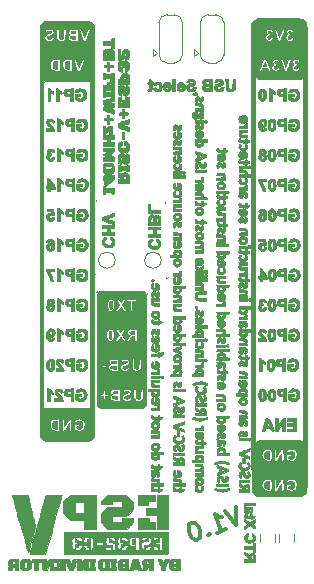
<source format=gbr>
G04 #@! TF.GenerationSoftware,KiCad,Pcbnew,(5.0.0)*
G04 #@! TF.CreationDate,2020-12-16T12:49:41+00:00*
G04 #@! TF.ProjectId,ESP-V,4553502D562E6B696361645F70636200,rev?*
G04 #@! TF.SameCoordinates,Original*
G04 #@! TF.FileFunction,Legend,Bot*
G04 #@! TF.FilePolarity,Positive*
%FSLAX46Y46*%
G04 Gerber Fmt 4.6, Leading zero omitted, Abs format (unit mm)*
G04 Created by KiCad (PCBNEW (5.0.0)) date 12/16/20 12:49:41*
%MOMM*%
%LPD*%
G01*
G04 APERTURE LIST*
%ADD10C,0.300000*%
%ADD11C,0.120000*%
%ADD12C,0.010000*%
G04 APERTURE END LIST*
D10*
X108916923Y-118816349D02*
X108960107Y-120396898D01*
X107977231Y-119158369D01*
X107282085Y-121007648D02*
X108087535Y-120714488D01*
X107684810Y-120861068D02*
X107171780Y-119451529D01*
X107379312Y-119604032D01*
X107562413Y-119689414D01*
X107721085Y-119707674D01*
X106629136Y-121093276D02*
X106586446Y-121184827D01*
X106677996Y-121227518D01*
X106720687Y-121135967D01*
X106629136Y-121093276D01*
X106677996Y-121227518D01*
X105225274Y-120159999D02*
X105091032Y-120208859D01*
X104981220Y-120324840D01*
X104938529Y-120416391D01*
X104920268Y-120575063D01*
X104950867Y-120867977D01*
X105073017Y-121203581D01*
X105237858Y-121447635D01*
X105353839Y-121557447D01*
X105445390Y-121600137D01*
X105604062Y-121618398D01*
X105738304Y-121569538D01*
X105848116Y-121453557D01*
X105890807Y-121362006D01*
X105909067Y-121203335D01*
X105878468Y-120910421D01*
X105756318Y-120574817D01*
X105591477Y-120330763D01*
X105475496Y-120220951D01*
X105383945Y-120178260D01*
X105225274Y-120159999D01*
D11*
G04 #@! TO.C,C15*
X111000000Y-121150000D02*
X111000000Y-121850000D01*
X112200000Y-121850000D02*
X112200000Y-121150000D01*
G04 #@! TO.C,C18*
X113800000Y-121850000D02*
X113800000Y-121150000D01*
X112600000Y-121150000D02*
X112600000Y-121850000D01*
G04 #@! TO.C,JP1*
X105700000Y-80400000D02*
X105400000Y-80100000D01*
X105400000Y-80700000D02*
X105400000Y-80100000D01*
X105700000Y-80400000D02*
X105400000Y-80700000D01*
X106600000Y-81250000D02*
X107200000Y-81250000D01*
X105900000Y-77800000D02*
X105900000Y-80600000D01*
X107200000Y-77150000D02*
X106600000Y-77150000D01*
X107900000Y-80600000D02*
X107900000Y-77800000D01*
X107900000Y-77850000D02*
G75*
G03X107200000Y-77150000I-700000J0D01*
G01*
X106600000Y-77150000D02*
G75*
G03X105900000Y-77850000I0J-700000D01*
G01*
X105900000Y-80550000D02*
G75*
G03X106600000Y-81250000I700000J0D01*
G01*
X107200000Y-81250000D02*
G75*
G03X107900000Y-80550000I0J700000D01*
G01*
G04 #@! TO.C,JP2*
X103700000Y-81250000D02*
G75*
G03X104400000Y-80550000I0J700000D01*
G01*
X102400000Y-80550000D02*
G75*
G03X103100000Y-81250000I700000J0D01*
G01*
X103100000Y-77150000D02*
G75*
G03X102400000Y-77850000I0J-700000D01*
G01*
X104400000Y-77850000D02*
G75*
G03X103700000Y-77150000I-700000J0D01*
G01*
X104400000Y-80600000D02*
X104400000Y-77800000D01*
X103700000Y-77150000D02*
X103100000Y-77150000D01*
X102400000Y-77800000D02*
X102400000Y-80600000D01*
X103100000Y-81250000D02*
X103700000Y-81250000D01*
X102200000Y-80400000D02*
X101900000Y-80700000D01*
X101900000Y-80700000D02*
X101900000Y-80100000D01*
X102200000Y-80400000D02*
X101900000Y-80100000D01*
G04 #@! TO.C,TP1*
X102600000Y-97950000D02*
G75*
G03X102600000Y-97950000I-700000J0D01*
G01*
G04 #@! TO.C,TP2*
X98700000Y-97950000D02*
G75*
G03X98700000Y-97950000I-700000J0D01*
G01*
D12*
G04 #@! TO.C,G\002A\002A\002A*
G36*
X98237119Y-101429672D02*
X98228868Y-101442912D01*
X98212355Y-101504624D01*
X98200555Y-101607605D01*
X98196001Y-101729663D01*
X98196000Y-101730750D01*
X98205254Y-101898424D01*
X98231912Y-102014016D01*
X98274323Y-102074736D01*
X98330835Y-102077792D01*
X98380150Y-102041900D01*
X98396785Y-101994742D01*
X98409219Y-101902692D01*
X98416883Y-101784252D01*
X98419205Y-101657928D01*
X98415615Y-101542222D01*
X98405541Y-101455639D01*
X98398979Y-101431721D01*
X98355699Y-101388516D01*
X98293158Y-101388398D01*
X98237119Y-101429672D01*
X98237119Y-101429672D01*
G37*
X98237119Y-101429672D02*
X98228868Y-101442912D01*
X98212355Y-101504624D01*
X98200555Y-101607605D01*
X98196001Y-101729663D01*
X98196000Y-101730750D01*
X98205254Y-101898424D01*
X98231912Y-102014016D01*
X98274323Y-102074736D01*
X98330835Y-102077792D01*
X98380150Y-102041900D01*
X98396785Y-101994742D01*
X98409219Y-101902692D01*
X98416883Y-101784252D01*
X98419205Y-101657928D01*
X98415615Y-101542222D01*
X98405541Y-101455639D01*
X98398979Y-101431721D01*
X98355699Y-101388516D01*
X98293158Y-101388398D01*
X98237119Y-101429672D01*
G36*
X98185124Y-103978406D02*
X98173638Y-104008812D01*
X98158482Y-104103405D01*
X98152746Y-104224756D01*
X98155650Y-104352893D01*
X98166411Y-104467843D01*
X98184246Y-104549636D01*
X98195703Y-104572017D01*
X98259107Y-104616344D01*
X98317362Y-104599318D01*
X98355536Y-104538558D01*
X98374267Y-104452925D01*
X98383997Y-104333436D01*
X98384803Y-104202686D01*
X98376763Y-104083271D01*
X98359954Y-103997788D01*
X98353633Y-103982912D01*
X98298741Y-103928316D01*
X98235869Y-103927778D01*
X98185124Y-103978406D01*
X98185124Y-103978406D01*
G37*
X98185124Y-103978406D02*
X98173638Y-104008812D01*
X98158482Y-104103405D01*
X98152746Y-104224756D01*
X98155650Y-104352893D01*
X98166411Y-104467843D01*
X98184246Y-104549636D01*
X98195703Y-104572017D01*
X98259107Y-104616344D01*
X98317362Y-104599318D01*
X98355536Y-104538558D01*
X98374267Y-104452925D01*
X98383997Y-104333436D01*
X98384803Y-104202686D01*
X98376763Y-104083271D01*
X98359954Y-103997788D01*
X98353633Y-103982912D01*
X98298741Y-103928316D01*
X98235869Y-103927778D01*
X98185124Y-103978406D01*
G36*
X100128083Y-103927778D02*
X100001383Y-103948867D01*
X99927455Y-103992247D01*
X99909748Y-104054851D01*
X99929808Y-104104062D01*
X99984034Y-104144553D01*
X100088707Y-104166169D01*
X100128083Y-104169221D01*
X100291500Y-104178818D01*
X100291500Y-103918181D01*
X100128083Y-103927778D01*
X100128083Y-103927778D01*
G37*
X100128083Y-103927778D02*
X100001383Y-103948867D01*
X99927455Y-103992247D01*
X99909748Y-104054851D01*
X99929808Y-104104062D01*
X99984034Y-104144553D01*
X100088707Y-104166169D01*
X100128083Y-104169221D01*
X100291500Y-104178818D01*
X100291500Y-103918181D01*
X100128083Y-103927778D01*
G36*
X98432243Y-106474638D02*
X98357665Y-106513358D01*
X98340256Y-106576614D01*
X98358560Y-106627367D01*
X98393881Y-106662302D01*
X98462055Y-106679607D01*
X98562243Y-106683750D01*
X98735750Y-106683750D01*
X98735750Y-106461500D01*
X98562703Y-106461500D01*
X98432243Y-106474638D01*
X98432243Y-106474638D01*
G37*
X98432243Y-106474638D02*
X98357665Y-106513358D01*
X98340256Y-106576614D01*
X98358560Y-106627367D01*
X98393881Y-106662302D01*
X98462055Y-106679607D01*
X98562243Y-106683750D01*
X98735750Y-106683750D01*
X98735750Y-106461500D01*
X98562703Y-106461500D01*
X98432243Y-106474638D01*
G36*
X98434103Y-106878138D02*
X98368153Y-106892912D01*
X98331641Y-106923236D01*
X98324118Y-106935662D01*
X98295972Y-106996944D01*
X98303334Y-107036414D01*
X98341143Y-107078357D01*
X98418751Y-107115018D01*
X98554027Y-107128211D01*
X98563393Y-107128250D01*
X98735750Y-107128250D01*
X98735750Y-106874250D01*
X98546368Y-106874250D01*
X98434103Y-106878138D01*
X98434103Y-106878138D01*
G37*
X98434103Y-106878138D02*
X98368153Y-106892912D01*
X98331641Y-106923236D01*
X98324118Y-106935662D01*
X98295972Y-106996944D01*
X98303334Y-107036414D01*
X98341143Y-107078357D01*
X98418751Y-107115018D01*
X98554027Y-107128211D01*
X98563393Y-107128250D01*
X98735750Y-107128250D01*
X98735750Y-106874250D01*
X98546368Y-106874250D01*
X98434103Y-106878138D01*
G36*
X98699333Y-109007778D02*
X98571633Y-109031015D01*
X98498241Y-109074784D01*
X98478697Y-109127480D01*
X98512541Y-109177500D01*
X98599315Y-109213238D01*
X98707888Y-109223750D01*
X98862750Y-109223750D01*
X98862750Y-108998181D01*
X98699333Y-109007778D01*
X98699333Y-109007778D01*
G37*
X98699333Y-109007778D02*
X98571633Y-109031015D01*
X98498241Y-109074784D01*
X98478697Y-109127480D01*
X98512541Y-109177500D01*
X98599315Y-109213238D01*
X98707888Y-109223750D01*
X98862750Y-109223750D01*
X98862750Y-108998181D01*
X98699333Y-109007778D01*
G36*
X98683474Y-109420603D02*
X98548607Y-109440404D01*
X98469402Y-109481464D01*
X98447925Y-109542082D01*
X98469324Y-109596812D01*
X98516520Y-109634228D01*
X98607516Y-109655551D01*
X98683474Y-109661896D01*
X98862750Y-109671418D01*
X98862750Y-109411081D01*
X98683474Y-109420603D01*
X98683474Y-109420603D01*
G37*
X98683474Y-109420603D02*
X98548607Y-109440404D01*
X98469402Y-109481464D01*
X98447925Y-109542082D01*
X98469324Y-109596812D01*
X98516520Y-109634228D01*
X98607516Y-109655551D01*
X98683474Y-109661896D01*
X98862750Y-109671418D01*
X98862750Y-109411081D01*
X98683474Y-109420603D01*
G36*
X95155938Y-78521986D02*
X95029856Y-78530482D01*
X94957234Y-78558204D01*
X94929679Y-78610002D01*
X94930910Y-78652090D01*
X94943318Y-78695440D01*
X94975608Y-78719719D01*
X95043816Y-78732004D01*
X95124188Y-78737396D01*
X95306750Y-78746918D01*
X95306750Y-78521500D01*
X95155938Y-78521986D01*
X95155938Y-78521986D01*
G37*
X95155938Y-78521986D02*
X95029856Y-78530482D01*
X94957234Y-78558204D01*
X94929679Y-78610002D01*
X94930910Y-78652090D01*
X94943318Y-78695440D01*
X94975608Y-78719719D01*
X95043816Y-78732004D01*
X95124188Y-78737396D01*
X95306750Y-78746918D01*
X95306750Y-78521500D01*
X95155938Y-78521986D01*
G36*
X95020901Y-78939371D02*
X94942604Y-78958546D01*
X94904155Y-78997492D01*
X94894000Y-79061250D01*
X94904348Y-79125441D01*
X94943089Y-79164194D01*
X95021778Y-79183224D01*
X95150597Y-79188250D01*
X95306750Y-79188250D01*
X95306750Y-78934250D01*
X95150597Y-78934250D01*
X95020901Y-78939371D01*
X95020901Y-78939371D01*
G37*
X95020901Y-78939371D02*
X94942604Y-78958546D01*
X94904155Y-78997492D01*
X94894000Y-79061250D01*
X94904348Y-79125441D01*
X94943089Y-79164194D01*
X95021778Y-79183224D01*
X95150597Y-79188250D01*
X95306750Y-79188250D01*
X95306750Y-78934250D01*
X95150597Y-78934250D01*
X95020901Y-78939371D01*
G36*
X93555743Y-81082089D02*
X93466936Y-81146313D01*
X93416627Y-81257851D01*
X93401750Y-81409306D01*
X93413729Y-81557980D01*
X93454298Y-81655168D01*
X93530405Y-81709083D01*
X93649001Y-81727937D01*
X93671625Y-81728250D01*
X93814500Y-81728250D01*
X93814500Y-81061500D01*
X93686057Y-81061500D01*
X93555743Y-81082089D01*
X93555743Y-81082089D01*
G37*
X93555743Y-81082089D02*
X93466936Y-81146313D01*
X93416627Y-81257851D01*
X93401750Y-81409306D01*
X93413729Y-81557980D01*
X93454298Y-81655168D01*
X93530405Y-81709083D01*
X93649001Y-81727937D01*
X93671625Y-81728250D01*
X93814500Y-81728250D01*
X93814500Y-81061500D01*
X93686057Y-81061500D01*
X93555743Y-81082089D01*
G36*
X94571743Y-81082089D02*
X94482936Y-81146313D01*
X94432627Y-81257851D01*
X94417750Y-81409306D01*
X94429729Y-81557980D01*
X94470298Y-81655168D01*
X94546405Y-81709083D01*
X94665001Y-81727937D01*
X94687625Y-81728250D01*
X94830500Y-81728250D01*
X94830500Y-81061500D01*
X94702057Y-81061500D01*
X94571743Y-81082089D01*
X94571743Y-81082089D01*
G37*
X94571743Y-81082089D02*
X94482936Y-81146313D01*
X94432627Y-81257851D01*
X94417750Y-81409306D01*
X94429729Y-81557980D01*
X94470298Y-81655168D01*
X94546405Y-81709083D01*
X94665001Y-81727937D01*
X94687625Y-81728250D01*
X94830500Y-81728250D01*
X94830500Y-81061500D01*
X94702057Y-81061500D01*
X94571743Y-81082089D01*
G36*
X92671500Y-82855375D02*
X92687375Y-82871250D01*
X92703250Y-82855375D01*
X92687375Y-82839500D01*
X92671500Y-82855375D01*
X92671500Y-82855375D01*
G37*
X92671500Y-82855375D02*
X92687375Y-82871250D01*
X92703250Y-82855375D01*
X92687375Y-82839500D01*
X92671500Y-82855375D01*
G36*
X92989000Y-84458750D02*
X93211250Y-84458750D01*
X93211250Y-83761183D01*
X93314438Y-83824097D01*
X93399413Y-83871730D01*
X93444644Y-83879268D01*
X93462458Y-83842967D01*
X93465250Y-83778264D01*
X93453271Y-83693552D01*
X93412306Y-83652864D01*
X93403706Y-83649745D01*
X93345605Y-83614580D01*
X93272739Y-83549440D01*
X93245926Y-83520606D01*
X93151577Y-83437914D01*
X93069346Y-83411000D01*
X92989000Y-83411000D01*
X92989000Y-84458750D01*
X92989000Y-84458750D01*
G37*
X92989000Y-84458750D02*
X93211250Y-84458750D01*
X93211250Y-83761183D01*
X93314438Y-83824097D01*
X93399413Y-83871730D01*
X93444644Y-83879268D01*
X93462458Y-83842967D01*
X93465250Y-83778264D01*
X93453271Y-83693552D01*
X93412306Y-83652864D01*
X93403706Y-83649745D01*
X93345605Y-83614580D01*
X93272739Y-83549440D01*
X93245926Y-83520606D01*
X93151577Y-83437914D01*
X93069346Y-83411000D01*
X92989000Y-83411000D01*
X92989000Y-84458750D01*
G36*
X93687500Y-84458750D02*
X93909750Y-84458750D01*
X93909750Y-83760126D01*
X94028813Y-83824208D01*
X94147875Y-83888289D01*
X94158222Y-83787192D01*
X94152261Y-83700797D01*
X94110597Y-83654434D01*
X94053322Y-83612329D01*
X93978762Y-83544446D01*
X93951570Y-83516886D01*
X93856669Y-83439654D01*
X93770587Y-83411012D01*
X93769008Y-83411000D01*
X93687500Y-83411000D01*
X93687500Y-84458750D01*
X93687500Y-84458750D01*
G37*
X93687500Y-84458750D02*
X93909750Y-84458750D01*
X93909750Y-83760126D01*
X94028813Y-83824208D01*
X94147875Y-83888289D01*
X94158222Y-83787192D01*
X94152261Y-83700797D01*
X94110597Y-83654434D01*
X94053322Y-83612329D01*
X93978762Y-83544446D01*
X93951570Y-83516886D01*
X93856669Y-83439654D01*
X93770587Y-83411012D01*
X93769008Y-83411000D01*
X93687500Y-83411000D01*
X93687500Y-84458750D01*
G36*
X94794903Y-83416521D02*
X94647789Y-83423451D01*
X94549700Y-83432513D01*
X94486180Y-83447375D01*
X94442774Y-83471706D01*
X94405026Y-83509174D01*
X94398028Y-83517234D01*
X94335459Y-83634710D01*
X94320639Y-83770771D01*
X94353590Y-83902327D01*
X94397598Y-83971014D01*
X94448264Y-84020087D01*
X94507942Y-84048955D01*
X94597035Y-84064810D01*
X94683348Y-84071734D01*
X94894000Y-84085147D01*
X94894000Y-84458750D01*
X95116250Y-84458750D01*
X95116250Y-83895610D01*
X94894000Y-83895610D01*
X94762632Y-83877990D01*
X94666627Y-83854863D01*
X94592341Y-83819456D01*
X94580608Y-83809714D01*
X94546807Y-83747579D01*
X94570552Y-83694284D01*
X94645952Y-83655879D01*
X94746440Y-83639447D01*
X94894000Y-83629770D01*
X94894000Y-83895610D01*
X95116250Y-83895610D01*
X95116250Y-83403614D01*
X94794903Y-83416521D01*
X94794903Y-83416521D01*
G37*
X94794903Y-83416521D02*
X94647789Y-83423451D01*
X94549700Y-83432513D01*
X94486180Y-83447375D01*
X94442774Y-83471706D01*
X94405026Y-83509174D01*
X94398028Y-83517234D01*
X94335459Y-83634710D01*
X94320639Y-83770771D01*
X94353590Y-83902327D01*
X94397598Y-83971014D01*
X94448264Y-84020087D01*
X94507942Y-84048955D01*
X94597035Y-84064810D01*
X94683348Y-84071734D01*
X94894000Y-84085147D01*
X94894000Y-84458750D01*
X95116250Y-84458750D01*
X95116250Y-83895610D01*
X94894000Y-83895610D01*
X94762632Y-83877990D01*
X94666627Y-83854863D01*
X94592341Y-83819456D01*
X94580608Y-83809714D01*
X94546807Y-83747579D01*
X94570552Y-83694284D01*
X94645952Y-83655879D01*
X94746440Y-83639447D01*
X94894000Y-83629770D01*
X94894000Y-83895610D01*
X95116250Y-83895610D01*
X95116250Y-83403614D01*
X94794903Y-83416521D01*
G36*
X95542493Y-83433038D02*
X95412593Y-83495545D01*
X95327954Y-83594152D01*
X95312919Y-83629201D01*
X95294294Y-83695867D01*
X95311060Y-83727123D01*
X95376388Y-83744634D01*
X95383956Y-83746062D01*
X95468270Y-83750221D01*
X95535519Y-83716204D01*
X95570992Y-83683622D01*
X95673192Y-83615639D01*
X95779870Y-83610934D01*
X95889988Y-83669523D01*
X95900293Y-83678125D01*
X95952529Y-83731332D01*
X95979274Y-83790116D01*
X95988654Y-83877897D01*
X95989375Y-83934875D01*
X95985283Y-84044015D01*
X95967588Y-84113313D01*
X95928165Y-84166190D01*
X95900293Y-84191624D01*
X95819934Y-84243418D01*
X95742241Y-84267945D01*
X95735099Y-84268250D01*
X95633512Y-84252415D01*
X95549234Y-84212094D01*
X95501666Y-84158061D01*
X95497250Y-84136153D01*
X95509968Y-84097529D01*
X95558577Y-84080580D01*
X95624250Y-84077750D01*
X95705684Y-84073988D01*
X95741884Y-84053605D01*
X95751050Y-84002953D01*
X95751250Y-83982500D01*
X95751250Y-83887250D01*
X95275000Y-83887250D01*
X95275000Y-84330459D01*
X95394063Y-84390077D01*
X95596311Y-84458334D01*
X95803815Y-84465928D01*
X95848493Y-84459372D01*
X96006904Y-84405494D01*
X96123164Y-84306671D01*
X96200954Y-84159140D01*
X96224595Y-84074948D01*
X96238672Y-83901037D01*
X96207109Y-83735058D01*
X96135950Y-83591093D01*
X96031240Y-83483227D01*
X95952449Y-83440781D01*
X95874520Y-83423264D01*
X95765686Y-83412621D01*
X95709496Y-83411118D01*
X95542493Y-83433038D01*
X95542493Y-83433038D01*
G37*
X95542493Y-83433038D02*
X95412593Y-83495545D01*
X95327954Y-83594152D01*
X95312919Y-83629201D01*
X95294294Y-83695867D01*
X95311060Y-83727123D01*
X95376388Y-83744634D01*
X95383956Y-83746062D01*
X95468270Y-83750221D01*
X95535519Y-83716204D01*
X95570992Y-83683622D01*
X95673192Y-83615639D01*
X95779870Y-83610934D01*
X95889988Y-83669523D01*
X95900293Y-83678125D01*
X95952529Y-83731332D01*
X95979274Y-83790116D01*
X95988654Y-83877897D01*
X95989375Y-83934875D01*
X95985283Y-84044015D01*
X95967588Y-84113313D01*
X95928165Y-84166190D01*
X95900293Y-84191624D01*
X95819934Y-84243418D01*
X95742241Y-84267945D01*
X95735099Y-84268250D01*
X95633512Y-84252415D01*
X95549234Y-84212094D01*
X95501666Y-84158061D01*
X95497250Y-84136153D01*
X95509968Y-84097529D01*
X95558577Y-84080580D01*
X95624250Y-84077750D01*
X95705684Y-84073988D01*
X95741884Y-84053605D01*
X95751050Y-84002953D01*
X95751250Y-83982500D01*
X95751250Y-83887250D01*
X95275000Y-83887250D01*
X95275000Y-84330459D01*
X95394063Y-84390077D01*
X95596311Y-84458334D01*
X95803815Y-84465928D01*
X95848493Y-84459372D01*
X96006904Y-84405494D01*
X96123164Y-84306671D01*
X96200954Y-84159140D01*
X96224595Y-84074948D01*
X96238672Y-83901037D01*
X96207109Y-83735058D01*
X96135950Y-83591093D01*
X96031240Y-83483227D01*
X95952449Y-83440781D01*
X95874520Y-83423264D01*
X95765686Y-83412621D01*
X95709496Y-83411118D01*
X95542493Y-83433038D01*
G36*
X93083583Y-85971209D02*
X93014622Y-85989810D01*
X92961155Y-86031071D01*
X92938626Y-86055957D01*
X92874908Y-86175387D01*
X92866597Y-86309329D01*
X92897421Y-86405524D01*
X92937779Y-86464391D01*
X93007322Y-86548109D01*
X93078790Y-86625687D01*
X93224738Y-86776500D01*
X92862000Y-86776500D01*
X92862000Y-86998750D01*
X93211250Y-86998750D01*
X93364947Y-86997777D01*
X93465884Y-86993718D01*
X93524787Y-86984862D01*
X93552380Y-86969496D01*
X93559390Y-86945908D01*
X93559375Y-86943187D01*
X93548208Y-86882992D01*
X93512721Y-86812710D01*
X93446395Y-86722812D01*
X93342709Y-86603765D01*
X93282688Y-86538749D01*
X93194719Y-86438641D01*
X93126748Y-86350026D01*
X93088831Y-86286545D01*
X93084250Y-86269527D01*
X93108274Y-86197080D01*
X93165811Y-86158592D01*
X93235065Y-86156836D01*
X93294235Y-86194584D01*
X93316548Y-86239992D01*
X93342294Y-86284558D01*
X93399671Y-86296879D01*
X93439038Y-86294503D01*
X93510636Y-86281188D01*
X93535731Y-86249892D01*
X93534237Y-86205000D01*
X93504912Y-86127112D01*
X93448407Y-86048530D01*
X93446203Y-86046250D01*
X93386992Y-85997963D01*
X93316471Y-85974047D01*
X93210464Y-85966955D01*
X93191905Y-85966875D01*
X93083583Y-85971209D01*
X93083583Y-85971209D01*
G37*
X93083583Y-85971209D02*
X93014622Y-85989810D01*
X92961155Y-86031071D01*
X92938626Y-86055957D01*
X92874908Y-86175387D01*
X92866597Y-86309329D01*
X92897421Y-86405524D01*
X92937779Y-86464391D01*
X93007322Y-86548109D01*
X93078790Y-86625687D01*
X93224738Y-86776500D01*
X92862000Y-86776500D01*
X92862000Y-86998750D01*
X93211250Y-86998750D01*
X93364947Y-86997777D01*
X93465884Y-86993718D01*
X93524787Y-86984862D01*
X93552380Y-86969496D01*
X93559390Y-86945908D01*
X93559375Y-86943187D01*
X93548208Y-86882992D01*
X93512721Y-86812710D01*
X93446395Y-86722812D01*
X93342709Y-86603765D01*
X93282688Y-86538749D01*
X93194719Y-86438641D01*
X93126748Y-86350026D01*
X93088831Y-86286545D01*
X93084250Y-86269527D01*
X93108274Y-86197080D01*
X93165811Y-86158592D01*
X93235065Y-86156836D01*
X93294235Y-86194584D01*
X93316548Y-86239992D01*
X93342294Y-86284558D01*
X93399671Y-86296879D01*
X93439038Y-86294503D01*
X93510636Y-86281188D01*
X93535731Y-86249892D01*
X93534237Y-86205000D01*
X93504912Y-86127112D01*
X93448407Y-86048530D01*
X93446203Y-86046250D01*
X93386992Y-85997963D01*
X93316471Y-85974047D01*
X93210464Y-85966955D01*
X93191905Y-85966875D01*
X93083583Y-85971209D01*
G36*
X93814500Y-86998750D02*
X94036750Y-86998750D01*
X94036750Y-86307095D01*
X94155813Y-86368056D01*
X94274875Y-86429017D01*
X94285353Y-86325793D01*
X94280899Y-86242203D01*
X94253603Y-86208881D01*
X94208477Y-86179922D01*
X94138299Y-86120411D01*
X94088578Y-86073097D01*
X93995587Y-85995510D01*
X93914165Y-85954611D01*
X93890140Y-85951000D01*
X93814500Y-85951000D01*
X93814500Y-86998750D01*
X93814500Y-86998750D01*
G37*
X93814500Y-86998750D02*
X94036750Y-86998750D01*
X94036750Y-86307095D01*
X94155813Y-86368056D01*
X94274875Y-86429017D01*
X94285353Y-86325793D01*
X94280899Y-86242203D01*
X94253603Y-86208881D01*
X94208477Y-86179922D01*
X94138299Y-86120411D01*
X94088578Y-86073097D01*
X93995587Y-85995510D01*
X93914165Y-85954611D01*
X93890140Y-85951000D01*
X93814500Y-85951000D01*
X93814500Y-86998750D01*
G36*
X94997188Y-85951177D02*
X94804612Y-85957145D01*
X94664405Y-85976988D01*
X94566308Y-86014093D01*
X94500063Y-86071846D01*
X94467271Y-86126115D01*
X94431658Y-86265668D01*
X94451401Y-86401890D01*
X94523648Y-86517263D01*
X94532339Y-86525754D01*
X94605457Y-86574170D01*
X94708427Y-86601840D01*
X94799185Y-86611634D01*
X94989250Y-86625382D01*
X94989250Y-86998750D01*
X95243250Y-86998750D01*
X95243250Y-86300250D01*
X94989250Y-86300250D01*
X94984539Y-86382455D01*
X94963860Y-86418847D01*
X94917813Y-86426816D01*
X94825442Y-86417781D01*
X94775990Y-86407513D01*
X94708935Y-86363853D01*
X94681100Y-86294134D01*
X94701832Y-86223049D01*
X94704765Y-86219351D01*
X94760830Y-86188667D01*
X94849686Y-86173627D01*
X94866138Y-86173250D01*
X94944941Y-86176473D01*
X94979957Y-86198365D01*
X94988956Y-86257253D01*
X94989250Y-86300250D01*
X95243250Y-86300250D01*
X95243250Y-85951000D01*
X94997188Y-85951177D01*
X94997188Y-85951177D01*
G37*
X94997188Y-85951177D02*
X94804612Y-85957145D01*
X94664405Y-85976988D01*
X94566308Y-86014093D01*
X94500063Y-86071846D01*
X94467271Y-86126115D01*
X94431658Y-86265668D01*
X94451401Y-86401890D01*
X94523648Y-86517263D01*
X94532339Y-86525754D01*
X94605457Y-86574170D01*
X94708427Y-86601840D01*
X94799185Y-86611634D01*
X94989250Y-86625382D01*
X94989250Y-86998750D01*
X95243250Y-86998750D01*
X95243250Y-86300250D01*
X94989250Y-86300250D01*
X94984539Y-86382455D01*
X94963860Y-86418847D01*
X94917813Y-86426816D01*
X94825442Y-86417781D01*
X94775990Y-86407513D01*
X94708935Y-86363853D01*
X94681100Y-86294134D01*
X94701832Y-86223049D01*
X94704765Y-86219351D01*
X94760830Y-86188667D01*
X94849686Y-86173627D01*
X94866138Y-86173250D01*
X94944941Y-86176473D01*
X94979957Y-86198365D01*
X94988956Y-86257253D01*
X94989250Y-86300250D01*
X95243250Y-86300250D01*
X95243250Y-85951000D01*
X94997188Y-85951177D01*
G36*
X95803093Y-85957438D02*
X95683138Y-85966713D01*
X95605732Y-85983475D01*
X95549928Y-86015464D01*
X95494776Y-86070419D01*
X95493531Y-86071811D01*
X95423685Y-86163632D01*
X95407582Y-86226795D01*
X95445643Y-86267120D01*
X95508935Y-86285683D01*
X95593987Y-86290468D01*
X95660682Y-86257740D01*
X95697992Y-86223622D01*
X95800400Y-86156518D01*
X95905130Y-86147951D01*
X96001079Y-86194389D01*
X96077147Y-86292303D01*
X96101877Y-86352044D01*
X96121313Y-86485987D01*
X96097058Y-86612725D01*
X96036751Y-86718034D01*
X95948033Y-86787692D01*
X95856805Y-86808250D01*
X95758210Y-86792129D01*
X95675414Y-86751371D01*
X95628496Y-86697383D01*
X95624250Y-86676153D01*
X95638997Y-86635379D01*
X95693528Y-86619182D01*
X95735375Y-86617750D01*
X95810036Y-86612440D01*
X95840659Y-86585507D01*
X95846500Y-86522500D01*
X95846500Y-86427250D01*
X95402000Y-86427250D01*
X95402000Y-86648768D01*
X95404359Y-86768630D01*
X95414562Y-86842262D01*
X95437303Y-86886855D01*
X95475627Y-86918528D01*
X95593263Y-86969107D01*
X95744925Y-86998060D01*
X95903610Y-87001314D01*
X95970609Y-86993221D01*
X96127943Y-86936711D01*
X96246575Y-86832101D01*
X96323062Y-86684104D01*
X96353960Y-86497433D01*
X96354451Y-86467957D01*
X96327022Y-86283306D01*
X96247465Y-86128743D01*
X96132250Y-86020323D01*
X96061652Y-85979439D01*
X95990292Y-85958765D01*
X95895066Y-85953887D01*
X95803093Y-85957438D01*
X95803093Y-85957438D01*
G37*
X95803093Y-85957438D02*
X95683138Y-85966713D01*
X95605732Y-85983475D01*
X95549928Y-86015464D01*
X95494776Y-86070419D01*
X95493531Y-86071811D01*
X95423685Y-86163632D01*
X95407582Y-86226795D01*
X95445643Y-86267120D01*
X95508935Y-86285683D01*
X95593987Y-86290468D01*
X95660682Y-86257740D01*
X95697992Y-86223622D01*
X95800400Y-86156518D01*
X95905130Y-86147951D01*
X96001079Y-86194389D01*
X96077147Y-86292303D01*
X96101877Y-86352044D01*
X96121313Y-86485987D01*
X96097058Y-86612725D01*
X96036751Y-86718034D01*
X95948033Y-86787692D01*
X95856805Y-86808250D01*
X95758210Y-86792129D01*
X95675414Y-86751371D01*
X95628496Y-86697383D01*
X95624250Y-86676153D01*
X95638997Y-86635379D01*
X95693528Y-86619182D01*
X95735375Y-86617750D01*
X95810036Y-86612440D01*
X95840659Y-86585507D01*
X95846500Y-86522500D01*
X95846500Y-86427250D01*
X95402000Y-86427250D01*
X95402000Y-86648768D01*
X95404359Y-86768630D01*
X95414562Y-86842262D01*
X95437303Y-86886855D01*
X95475627Y-86918528D01*
X95593263Y-86969107D01*
X95744925Y-86998060D01*
X95903610Y-87001314D01*
X95970609Y-86993221D01*
X96127943Y-86936711D01*
X96246575Y-86832101D01*
X96323062Y-86684104D01*
X96353960Y-86497433D01*
X96354451Y-86467957D01*
X96327022Y-86283306D01*
X96247465Y-86128743D01*
X96132250Y-86020323D01*
X96061652Y-85979439D01*
X95990292Y-85958765D01*
X95895066Y-85953887D01*
X95803093Y-85957438D01*
G36*
X93814500Y-89538750D02*
X94036750Y-89538750D01*
X94036750Y-88847095D01*
X94155813Y-88908056D01*
X94274875Y-88969017D01*
X94285353Y-88865793D01*
X94280899Y-88782203D01*
X94253603Y-88748881D01*
X94208477Y-88719922D01*
X94138299Y-88660411D01*
X94088578Y-88613097D01*
X93995587Y-88535510D01*
X93914165Y-88494611D01*
X93890140Y-88491000D01*
X93814500Y-88491000D01*
X93814500Y-89538750D01*
X93814500Y-89538750D01*
G37*
X93814500Y-89538750D02*
X94036750Y-89538750D01*
X94036750Y-88847095D01*
X94155813Y-88908056D01*
X94274875Y-88969017D01*
X94285353Y-88865793D01*
X94280899Y-88782203D01*
X94253603Y-88748881D01*
X94208477Y-88719922D01*
X94138299Y-88660411D01*
X94088578Y-88613097D01*
X93995587Y-88535510D01*
X93914165Y-88494611D01*
X93890140Y-88491000D01*
X93814500Y-88491000D01*
X93814500Y-89538750D01*
G36*
X94925333Y-88496383D02*
X94777404Y-88503653D01*
X94678038Y-88513581D01*
X94612304Y-88529693D01*
X94565272Y-88555517D01*
X94525812Y-88590756D01*
X94471407Y-88661432D01*
X94447794Y-88746307D01*
X94444209Y-88824375D01*
X94462578Y-88963333D01*
X94521500Y-89060464D01*
X94626701Y-89121069D01*
X94783903Y-89150451D01*
X94797344Y-89151500D01*
X94989250Y-89165382D01*
X94989250Y-89538750D01*
X95243250Y-89538750D01*
X95243250Y-88975558D01*
X94989250Y-88975558D01*
X94872387Y-88956594D01*
X94780741Y-88930885D01*
X94711510Y-88893165D01*
X94706237Y-88888344D01*
X94674678Y-88827137D01*
X94699513Y-88773049D01*
X94773639Y-88734010D01*
X94857547Y-88719361D01*
X94989250Y-88709598D01*
X94989250Y-88975558D01*
X95243250Y-88975558D01*
X95243250Y-88483614D01*
X94925333Y-88496383D01*
X94925333Y-88496383D01*
G37*
X94925333Y-88496383D02*
X94777404Y-88503653D01*
X94678038Y-88513581D01*
X94612304Y-88529693D01*
X94565272Y-88555517D01*
X94525812Y-88590756D01*
X94471407Y-88661432D01*
X94447794Y-88746307D01*
X94444209Y-88824375D01*
X94462578Y-88963333D01*
X94521500Y-89060464D01*
X94626701Y-89121069D01*
X94783903Y-89150451D01*
X94797344Y-89151500D01*
X94989250Y-89165382D01*
X94989250Y-89538750D01*
X95243250Y-89538750D01*
X95243250Y-88975558D01*
X94989250Y-88975558D01*
X94872387Y-88956594D01*
X94780741Y-88930885D01*
X94711510Y-88893165D01*
X94706237Y-88888344D01*
X94674678Y-88827137D01*
X94699513Y-88773049D01*
X94773639Y-88734010D01*
X94857547Y-88719361D01*
X94989250Y-88709598D01*
X94989250Y-88975558D01*
X95243250Y-88975558D01*
X95243250Y-88483614D01*
X94925333Y-88496383D01*
G36*
X93187611Y-88499720D02*
X93048161Y-88538060D01*
X92953435Y-88611474D01*
X92908880Y-88711656D01*
X92919942Y-88830303D01*
X92939600Y-88877980D01*
X92968993Y-88948926D01*
X92962950Y-88999171D01*
X92924906Y-89054592D01*
X92868170Y-89168369D01*
X92865774Y-89282722D01*
X92909434Y-89387730D01*
X92990864Y-89473469D01*
X93101779Y-89530016D01*
X93233893Y-89547450D01*
X93324958Y-89533706D01*
X93443186Y-89476401D01*
X93517086Y-89383677D01*
X93535955Y-89314809D01*
X93531069Y-89257040D01*
X93487106Y-89231889D01*
X93454062Y-89226764D01*
X93365398Y-89238393D01*
X93317324Y-89282327D01*
X93250573Y-89336125D01*
X93176003Y-89341192D01*
X93113912Y-89303201D01*
X93084602Y-89227828D01*
X93084250Y-89217167D01*
X93109075Y-89144021D01*
X93168075Y-89088500D01*
X93238042Y-89071081D01*
X93247734Y-89072937D01*
X93290102Y-89071666D01*
X93305498Y-89027449D01*
X93306500Y-88996027D01*
X93292519Y-88923824D01*
X93261143Y-88903750D01*
X93189545Y-88879244D01*
X93145401Y-88821005D01*
X93144691Y-88751953D01*
X93148931Y-88742795D01*
X93201816Y-88688855D01*
X93264203Y-88695354D01*
X93317460Y-88747616D01*
X93378786Y-88796077D01*
X93448808Y-88802282D01*
X93504560Y-88768718D01*
X93522469Y-88725403D01*
X93501597Y-88650129D01*
X93428681Y-88571191D01*
X93348350Y-88514541D01*
X93271122Y-88495272D01*
X93187611Y-88499720D01*
X93187611Y-88499720D01*
G37*
X93187611Y-88499720D02*
X93048161Y-88538060D01*
X92953435Y-88611474D01*
X92908880Y-88711656D01*
X92919942Y-88830303D01*
X92939600Y-88877980D01*
X92968993Y-88948926D01*
X92962950Y-88999171D01*
X92924906Y-89054592D01*
X92868170Y-89168369D01*
X92865774Y-89282722D01*
X92909434Y-89387730D01*
X92990864Y-89473469D01*
X93101779Y-89530016D01*
X93233893Y-89547450D01*
X93324958Y-89533706D01*
X93443186Y-89476401D01*
X93517086Y-89383677D01*
X93535955Y-89314809D01*
X93531069Y-89257040D01*
X93487106Y-89231889D01*
X93454062Y-89226764D01*
X93365398Y-89238393D01*
X93317324Y-89282327D01*
X93250573Y-89336125D01*
X93176003Y-89341192D01*
X93113912Y-89303201D01*
X93084602Y-89227828D01*
X93084250Y-89217167D01*
X93109075Y-89144021D01*
X93168075Y-89088500D01*
X93238042Y-89071081D01*
X93247734Y-89072937D01*
X93290102Y-89071666D01*
X93305498Y-89027449D01*
X93306500Y-88996027D01*
X93292519Y-88923824D01*
X93261143Y-88903750D01*
X93189545Y-88879244D01*
X93145401Y-88821005D01*
X93144691Y-88751953D01*
X93148931Y-88742795D01*
X93201816Y-88688855D01*
X93264203Y-88695354D01*
X93317460Y-88747616D01*
X93378786Y-88796077D01*
X93448808Y-88802282D01*
X93504560Y-88768718D01*
X93522469Y-88725403D01*
X93501597Y-88650129D01*
X93428681Y-88571191D01*
X93348350Y-88514541D01*
X93271122Y-88495272D01*
X93187611Y-88499720D01*
G36*
X95713614Y-88502744D02*
X95575308Y-88548043D01*
X95478006Y-88634998D01*
X95450163Y-88680460D01*
X95413128Y-88757104D01*
X95412382Y-88795752D01*
X95455461Y-88815025D01*
X95508935Y-88825683D01*
X95593987Y-88830468D01*
X95660682Y-88797740D01*
X95697992Y-88763622D01*
X95800192Y-88695639D01*
X95906870Y-88690934D01*
X96016988Y-88749523D01*
X96027293Y-88758125D01*
X96079529Y-88811332D01*
X96106274Y-88870116D01*
X96115654Y-88957897D01*
X96116375Y-89014875D01*
X96112283Y-89124015D01*
X96094588Y-89193313D01*
X96055165Y-89246190D01*
X96027293Y-89271624D01*
X95946934Y-89323418D01*
X95869241Y-89347945D01*
X95862099Y-89348250D01*
X95760512Y-89332415D01*
X95676234Y-89292094D01*
X95628666Y-89238061D01*
X95624250Y-89216153D01*
X95636968Y-89177529D01*
X95685577Y-89160580D01*
X95751250Y-89157750D01*
X95832684Y-89153988D01*
X95868884Y-89133605D01*
X95878050Y-89082953D01*
X95878250Y-89062500D01*
X95878250Y-88967250D01*
X95399219Y-88967250D01*
X95408547Y-89197126D01*
X95414926Y-89316892D01*
X95426166Y-89389671D01*
X95448526Y-89431958D01*
X95488271Y-89460250D01*
X95513125Y-89472634D01*
X95705582Y-89533925D01*
X95905210Y-89543004D01*
X95950673Y-89537028D01*
X96099475Y-89496561D01*
X96205602Y-89426879D01*
X96286951Y-89316916D01*
X96333096Y-89190801D01*
X96353853Y-89038368D01*
X96348139Y-88886355D01*
X96314869Y-88761500D01*
X96309892Y-88751360D01*
X96222975Y-88623241D01*
X96114127Y-88543822D01*
X95968418Y-88503881D01*
X95898064Y-88496994D01*
X95713614Y-88502744D01*
X95713614Y-88502744D01*
G37*
X95713614Y-88502744D02*
X95575308Y-88548043D01*
X95478006Y-88634998D01*
X95450163Y-88680460D01*
X95413128Y-88757104D01*
X95412382Y-88795752D01*
X95455461Y-88815025D01*
X95508935Y-88825683D01*
X95593987Y-88830468D01*
X95660682Y-88797740D01*
X95697992Y-88763622D01*
X95800192Y-88695639D01*
X95906870Y-88690934D01*
X96016988Y-88749523D01*
X96027293Y-88758125D01*
X96079529Y-88811332D01*
X96106274Y-88870116D01*
X96115654Y-88957897D01*
X96116375Y-89014875D01*
X96112283Y-89124015D01*
X96094588Y-89193313D01*
X96055165Y-89246190D01*
X96027293Y-89271624D01*
X95946934Y-89323418D01*
X95869241Y-89347945D01*
X95862099Y-89348250D01*
X95760512Y-89332415D01*
X95676234Y-89292094D01*
X95628666Y-89238061D01*
X95624250Y-89216153D01*
X95636968Y-89177529D01*
X95685577Y-89160580D01*
X95751250Y-89157750D01*
X95832684Y-89153988D01*
X95868884Y-89133605D01*
X95878050Y-89082953D01*
X95878250Y-89062500D01*
X95878250Y-88967250D01*
X95399219Y-88967250D01*
X95408547Y-89197126D01*
X95414926Y-89316892D01*
X95426166Y-89389671D01*
X95448526Y-89431958D01*
X95488271Y-89460250D01*
X95513125Y-89472634D01*
X95705582Y-89533925D01*
X95905210Y-89543004D01*
X95950673Y-89537028D01*
X96099475Y-89496561D01*
X96205602Y-89426879D01*
X96286951Y-89316916D01*
X96333096Y-89190801D01*
X96353853Y-89038368D01*
X96348139Y-88886355D01*
X96314869Y-88761500D01*
X96309892Y-88751360D01*
X96222975Y-88623241D01*
X96114127Y-88543822D01*
X95968418Y-88503881D01*
X95898064Y-88496994D01*
X95713614Y-88502744D01*
G36*
X92957250Y-91348500D02*
X92956379Y-91493006D01*
X92952232Y-91585513D01*
X92942511Y-91637514D01*
X92924917Y-91660503D01*
X92897151Y-91665974D01*
X92893750Y-91666000D01*
X92847823Y-91680418D01*
X92831146Y-91734630D01*
X92830250Y-91764222D01*
X92844140Y-91842962D01*
X92891364Y-91878401D01*
X92893750Y-91879050D01*
X92943980Y-91916109D01*
X92957250Y-91987203D01*
X92963839Y-92048771D01*
X92996383Y-92074021D01*
X93068375Y-92078750D01*
X93143036Y-92073440D01*
X93173659Y-92046507D01*
X93179500Y-91983500D01*
X93179500Y-91888250D01*
X93592250Y-91888250D01*
X93592250Y-91775948D01*
X93582813Y-91709909D01*
X93559988Y-91651939D01*
X93338250Y-91651939D01*
X93311001Y-91662521D01*
X93258875Y-91666000D01*
X93207736Y-91659068D01*
X93185006Y-91626371D01*
X93179529Y-91550059D01*
X93179500Y-91539000D01*
X93182329Y-91459429D01*
X93189395Y-91415213D01*
X93192239Y-91412000D01*
X93213834Y-91436240D01*
X93252489Y-91494384D01*
X93294899Y-91564568D01*
X93327760Y-91624926D01*
X93338250Y-91651939D01*
X93559988Y-91651939D01*
X93550870Y-91628785D01*
X93490978Y-91521724D01*
X93397694Y-91377875D01*
X93377938Y-91348709D01*
X93285279Y-91214518D01*
X93218253Y-91124748D01*
X93167958Y-91070532D01*
X93125495Y-91043004D01*
X93081963Y-91033294D01*
X93060438Y-91032385D01*
X92957250Y-91031000D01*
X92957250Y-91348500D01*
X92957250Y-91348500D01*
G37*
X92957250Y-91348500D02*
X92956379Y-91493006D01*
X92952232Y-91585513D01*
X92942511Y-91637514D01*
X92924917Y-91660503D01*
X92897151Y-91665974D01*
X92893750Y-91666000D01*
X92847823Y-91680418D01*
X92831146Y-91734630D01*
X92830250Y-91764222D01*
X92844140Y-91842962D01*
X92891364Y-91878401D01*
X92893750Y-91879050D01*
X92943980Y-91916109D01*
X92957250Y-91987203D01*
X92963839Y-92048771D01*
X92996383Y-92074021D01*
X93068375Y-92078750D01*
X93143036Y-92073440D01*
X93173659Y-92046507D01*
X93179500Y-91983500D01*
X93179500Y-91888250D01*
X93592250Y-91888250D01*
X93592250Y-91775948D01*
X93582813Y-91709909D01*
X93559988Y-91651939D01*
X93338250Y-91651939D01*
X93311001Y-91662521D01*
X93258875Y-91666000D01*
X93207736Y-91659068D01*
X93185006Y-91626371D01*
X93179529Y-91550059D01*
X93179500Y-91539000D01*
X93182329Y-91459429D01*
X93189395Y-91415213D01*
X93192239Y-91412000D01*
X93213834Y-91436240D01*
X93252489Y-91494384D01*
X93294899Y-91564568D01*
X93327760Y-91624926D01*
X93338250Y-91651939D01*
X93559988Y-91651939D01*
X93550870Y-91628785D01*
X93490978Y-91521724D01*
X93397694Y-91377875D01*
X93377938Y-91348709D01*
X93285279Y-91214518D01*
X93218253Y-91124748D01*
X93167958Y-91070532D01*
X93125495Y-91043004D01*
X93081963Y-91033294D01*
X93060438Y-91032385D01*
X92957250Y-91031000D01*
X92957250Y-91348500D01*
G36*
X93814500Y-92078750D02*
X94036750Y-92078750D01*
X94036750Y-91378959D01*
X94163750Y-91443750D01*
X94290750Y-91508540D01*
X94290750Y-91399359D01*
X94278921Y-91315774D01*
X94232195Y-91256816D01*
X94187563Y-91225892D01*
X94107725Y-91165586D01*
X94048883Y-91103087D01*
X94044419Y-91096303D01*
X93975423Y-91041493D01*
X93909481Y-91031000D01*
X93814500Y-91031000D01*
X93814500Y-92078750D01*
X93814500Y-92078750D01*
G37*
X93814500Y-92078750D02*
X94036750Y-92078750D01*
X94036750Y-91378959D01*
X94163750Y-91443750D01*
X94290750Y-91508540D01*
X94290750Y-91399359D01*
X94278921Y-91315774D01*
X94232195Y-91256816D01*
X94187563Y-91225892D01*
X94107725Y-91165586D01*
X94048883Y-91103087D01*
X94044419Y-91096303D01*
X93975423Y-91041493D01*
X93909481Y-91031000D01*
X93814500Y-91031000D01*
X93814500Y-92078750D01*
G36*
X94921903Y-91036521D02*
X94774789Y-91043451D01*
X94676700Y-91052513D01*
X94613180Y-91067375D01*
X94569774Y-91091706D01*
X94532026Y-91129174D01*
X94525028Y-91137234D01*
X94463232Y-91255281D01*
X94451367Y-91397754D01*
X94479886Y-91519537D01*
X94545915Y-91607643D01*
X94660788Y-91668217D01*
X94814017Y-91696352D01*
X94860674Y-91697750D01*
X95021000Y-91697750D01*
X95021000Y-92078750D01*
X95243250Y-92078750D01*
X95243250Y-91378510D01*
X95021000Y-91378510D01*
X95016709Y-91461134D01*
X94996757Y-91498138D01*
X94950528Y-91507199D01*
X94943692Y-91507250D01*
X94853111Y-91495552D01*
X94782835Y-91475484D01*
X94721528Y-91437584D01*
X94707678Y-91375303D01*
X94709331Y-91356422D01*
X94721463Y-91303014D01*
X94753679Y-91275427D01*
X94823842Y-91262894D01*
X94870188Y-91259447D01*
X95021000Y-91249770D01*
X95021000Y-91378510D01*
X95243250Y-91378510D01*
X95243250Y-91023614D01*
X94921903Y-91036521D01*
X94921903Y-91036521D01*
G37*
X94921903Y-91036521D02*
X94774789Y-91043451D01*
X94676700Y-91052513D01*
X94613180Y-91067375D01*
X94569774Y-91091706D01*
X94532026Y-91129174D01*
X94525028Y-91137234D01*
X94463232Y-91255281D01*
X94451367Y-91397754D01*
X94479886Y-91519537D01*
X94545915Y-91607643D01*
X94660788Y-91668217D01*
X94814017Y-91696352D01*
X94860674Y-91697750D01*
X95021000Y-91697750D01*
X95021000Y-92078750D01*
X95243250Y-92078750D01*
X95243250Y-91378510D01*
X95021000Y-91378510D01*
X95016709Y-91461134D01*
X94996757Y-91498138D01*
X94950528Y-91507199D01*
X94943692Y-91507250D01*
X94853111Y-91495552D01*
X94782835Y-91475484D01*
X94721528Y-91437584D01*
X94707678Y-91375303D01*
X94709331Y-91356422D01*
X94721463Y-91303014D01*
X94753679Y-91275427D01*
X94823842Y-91262894D01*
X94870188Y-91259447D01*
X95021000Y-91249770D01*
X95021000Y-91378510D01*
X95243250Y-91378510D01*
X95243250Y-91023614D01*
X94921903Y-91036521D01*
G36*
X95739092Y-91034833D02*
X95660619Y-91051518D01*
X95594793Y-91089228D01*
X95545980Y-91129539D01*
X95461777Y-91220118D01*
X95436349Y-91291438D01*
X95469796Y-91341989D01*
X95530628Y-91364732D01*
X95608992Y-91369899D01*
X95671774Y-91335507D01*
X95703737Y-91303755D01*
X95793618Y-91236530D01*
X95893192Y-91226856D01*
X95984380Y-91256751D01*
X96068050Y-91326505D01*
X96117877Y-91432321D01*
X96133826Y-91556506D01*
X96115861Y-91681369D01*
X96063949Y-91789220D01*
X95985568Y-91858537D01*
X95894820Y-91883013D01*
X95796881Y-91874770D01*
X95713230Y-91839736D01*
X95665350Y-91783837D01*
X95661730Y-91769187D01*
X95663059Y-91721403D01*
X95696671Y-91701422D01*
X95764917Y-91697750D01*
X95840543Y-91692701D01*
X95871952Y-91666852D01*
X95878249Y-91604145D01*
X95878250Y-91602500D01*
X95878250Y-91507250D01*
X95402000Y-91507250D01*
X95402000Y-91954854D01*
X95536938Y-92016105D01*
X95688817Y-92062652D01*
X95856807Y-92078808D01*
X96017647Y-92064634D01*
X96148073Y-92020191D01*
X96157909Y-92014475D01*
X96257460Y-91921484D01*
X96334553Y-91787615D01*
X96378567Y-91634376D01*
X96384856Y-91554875D01*
X96362039Y-91400053D01*
X96300669Y-91253514D01*
X96211367Y-91136768D01*
X96157909Y-91095274D01*
X96053836Y-91051240D01*
X95918370Y-91032527D01*
X95855543Y-91031118D01*
X95739092Y-91034833D01*
X95739092Y-91034833D01*
G37*
X95739092Y-91034833D02*
X95660619Y-91051518D01*
X95594793Y-91089228D01*
X95545980Y-91129539D01*
X95461777Y-91220118D01*
X95436349Y-91291438D01*
X95469796Y-91341989D01*
X95530628Y-91364732D01*
X95608992Y-91369899D01*
X95671774Y-91335507D01*
X95703737Y-91303755D01*
X95793618Y-91236530D01*
X95893192Y-91226856D01*
X95984380Y-91256751D01*
X96068050Y-91326505D01*
X96117877Y-91432321D01*
X96133826Y-91556506D01*
X96115861Y-91681369D01*
X96063949Y-91789220D01*
X95985568Y-91858537D01*
X95894820Y-91883013D01*
X95796881Y-91874770D01*
X95713230Y-91839736D01*
X95665350Y-91783837D01*
X95661730Y-91769187D01*
X95663059Y-91721403D01*
X95696671Y-91701422D01*
X95764917Y-91697750D01*
X95840543Y-91692701D01*
X95871952Y-91666852D01*
X95878249Y-91604145D01*
X95878250Y-91602500D01*
X95878250Y-91507250D01*
X95402000Y-91507250D01*
X95402000Y-91954854D01*
X95536938Y-92016105D01*
X95688817Y-92062652D01*
X95856807Y-92078808D01*
X96017647Y-92064634D01*
X96148073Y-92020191D01*
X96157909Y-92014475D01*
X96257460Y-91921484D01*
X96334553Y-91787615D01*
X96378567Y-91634376D01*
X96384856Y-91554875D01*
X96362039Y-91400053D01*
X96300669Y-91253514D01*
X96211367Y-91136768D01*
X96157909Y-91095274D01*
X96053836Y-91051240D01*
X95918370Y-91032527D01*
X95855543Y-91031118D01*
X95739092Y-91034833D01*
G36*
X92893750Y-93793250D02*
X93084250Y-93793250D01*
X93190649Y-93795566D01*
X93248141Y-93805744D01*
X93271248Y-93828624D01*
X93274750Y-93856750D01*
X93262635Y-93900145D01*
X93215050Y-93917940D01*
X93161183Y-93920250D01*
X93055258Y-93939852D01*
X92960927Y-94007022D01*
X92954808Y-94013057D01*
X92896869Y-94081985D01*
X92869381Y-94154564D01*
X92862028Y-94259301D01*
X92862000Y-94269500D01*
X92868233Y-94377888D01*
X92893807Y-94451928D01*
X92949039Y-94520124D01*
X92954808Y-94525942D01*
X93023736Y-94583881D01*
X93096315Y-94611369D01*
X93201052Y-94618722D01*
X93211250Y-94618750D01*
X93319639Y-94612517D01*
X93393679Y-94586943D01*
X93461875Y-94531711D01*
X93467693Y-94525942D01*
X93539892Y-94437928D01*
X93554491Y-94374084D01*
X93511443Y-94331749D01*
X93464071Y-94316865D01*
X93386793Y-94311479D01*
X93329842Y-94346552D01*
X93303016Y-94377843D01*
X93243058Y-94442281D01*
X93195417Y-94454445D01*
X93141981Y-94417796D01*
X93134143Y-94410107D01*
X93094789Y-94335747D01*
X93086522Y-94242794D01*
X93110783Y-94163179D01*
X93122350Y-94148850D01*
X93191925Y-94115591D01*
X93275323Y-94117277D01*
X93327308Y-94144257D01*
X93373734Y-94159647D01*
X93441791Y-94156541D01*
X93502962Y-94139343D01*
X93528750Y-94113139D01*
X93523068Y-94066099D01*
X93508645Y-93978331D01*
X93489417Y-93871328D01*
X93469319Y-93766583D01*
X93452287Y-93685592D01*
X93445466Y-93658312D01*
X93428506Y-93630692D01*
X93388893Y-93613905D01*
X93313818Y-93605443D01*
X93190474Y-93602800D01*
X93161486Y-93602750D01*
X92893750Y-93602750D01*
X92893750Y-93793250D01*
X92893750Y-93793250D01*
G37*
X92893750Y-93793250D02*
X93084250Y-93793250D01*
X93190649Y-93795566D01*
X93248141Y-93805744D01*
X93271248Y-93828624D01*
X93274750Y-93856750D01*
X93262635Y-93900145D01*
X93215050Y-93917940D01*
X93161183Y-93920250D01*
X93055258Y-93939852D01*
X92960927Y-94007022D01*
X92954808Y-94013057D01*
X92896869Y-94081985D01*
X92869381Y-94154564D01*
X92862028Y-94259301D01*
X92862000Y-94269500D01*
X92868233Y-94377888D01*
X92893807Y-94451928D01*
X92949039Y-94520124D01*
X92954808Y-94525942D01*
X93023736Y-94583881D01*
X93096315Y-94611369D01*
X93201052Y-94618722D01*
X93211250Y-94618750D01*
X93319639Y-94612517D01*
X93393679Y-94586943D01*
X93461875Y-94531711D01*
X93467693Y-94525942D01*
X93539892Y-94437928D01*
X93554491Y-94374084D01*
X93511443Y-94331749D01*
X93464071Y-94316865D01*
X93386793Y-94311479D01*
X93329842Y-94346552D01*
X93303016Y-94377843D01*
X93243058Y-94442281D01*
X93195417Y-94454445D01*
X93141981Y-94417796D01*
X93134143Y-94410107D01*
X93094789Y-94335747D01*
X93086522Y-94242794D01*
X93110783Y-94163179D01*
X93122350Y-94148850D01*
X93191925Y-94115591D01*
X93275323Y-94117277D01*
X93327308Y-94144257D01*
X93373734Y-94159647D01*
X93441791Y-94156541D01*
X93502962Y-94139343D01*
X93528750Y-94113139D01*
X93523068Y-94066099D01*
X93508645Y-93978331D01*
X93489417Y-93871328D01*
X93469319Y-93766583D01*
X93452287Y-93685592D01*
X93445466Y-93658312D01*
X93428506Y-93630692D01*
X93388893Y-93613905D01*
X93313818Y-93605443D01*
X93190474Y-93602800D01*
X93161486Y-93602750D01*
X92893750Y-93602750D01*
X92893750Y-93793250D01*
G36*
X93814500Y-94618750D02*
X94036750Y-94618750D01*
X94036750Y-93918959D01*
X94163750Y-93983750D01*
X94290750Y-94048540D01*
X94290750Y-93937585D01*
X94279504Y-93852805D01*
X94234136Y-93799891D01*
X94195800Y-93777529D01*
X94111482Y-93717881D01*
X94049273Y-93649714D01*
X93974929Y-93583909D01*
X93906099Y-93571000D01*
X93814500Y-93571000D01*
X93814500Y-94618750D01*
X93814500Y-94618750D01*
G37*
X93814500Y-94618750D02*
X94036750Y-94618750D01*
X94036750Y-93918959D01*
X94163750Y-93983750D01*
X94290750Y-94048540D01*
X94290750Y-93937585D01*
X94279504Y-93852805D01*
X94234136Y-93799891D01*
X94195800Y-93777529D01*
X94111482Y-93717881D01*
X94049273Y-93649714D01*
X93974929Y-93583909D01*
X93906099Y-93571000D01*
X93814500Y-93571000D01*
X93814500Y-94618750D01*
G36*
X94921903Y-93576521D02*
X94774789Y-93583451D01*
X94676700Y-93592513D01*
X94613180Y-93607375D01*
X94569774Y-93631706D01*
X94532026Y-93669174D01*
X94525028Y-93677234D01*
X94462459Y-93794710D01*
X94447639Y-93930771D01*
X94480590Y-94062327D01*
X94524598Y-94131014D01*
X94575264Y-94180087D01*
X94634942Y-94208955D01*
X94724035Y-94224810D01*
X94810348Y-94231734D01*
X95021000Y-94245147D01*
X95021000Y-94618750D01*
X95243250Y-94618750D01*
X95243250Y-93793250D01*
X95021000Y-93793250D01*
X95021000Y-94055610D01*
X94887177Y-94037661D01*
X94793913Y-94014162D01*
X94725316Y-93977559D01*
X94713782Y-93965595D01*
X94686977Y-93892985D01*
X94716733Y-93835940D01*
X94796750Y-93801018D01*
X94879243Y-93793250D01*
X95021000Y-93793250D01*
X95243250Y-93793250D01*
X95243250Y-93563614D01*
X94921903Y-93576521D01*
X94921903Y-93576521D01*
G37*
X94921903Y-93576521D02*
X94774789Y-93583451D01*
X94676700Y-93592513D01*
X94613180Y-93607375D01*
X94569774Y-93631706D01*
X94532026Y-93669174D01*
X94525028Y-93677234D01*
X94462459Y-93794710D01*
X94447639Y-93930771D01*
X94480590Y-94062327D01*
X94524598Y-94131014D01*
X94575264Y-94180087D01*
X94634942Y-94208955D01*
X94724035Y-94224810D01*
X94810348Y-94231734D01*
X95021000Y-94245147D01*
X95021000Y-94618750D01*
X95243250Y-94618750D01*
X95243250Y-93793250D01*
X95021000Y-93793250D01*
X95021000Y-94055610D01*
X94887177Y-94037661D01*
X94793913Y-94014162D01*
X94725316Y-93977559D01*
X94713782Y-93965595D01*
X94686977Y-93892985D01*
X94716733Y-93835940D01*
X94796750Y-93801018D01*
X94879243Y-93793250D01*
X95021000Y-93793250D01*
X95243250Y-93793250D01*
X95243250Y-93563614D01*
X94921903Y-93576521D01*
G36*
X95772922Y-93574337D02*
X95658889Y-93590548D01*
X95614226Y-93606466D01*
X95526518Y-93668671D01*
X95466068Y-93744236D01*
X95439225Y-93818803D01*
X95452338Y-93878017D01*
X95483972Y-93900978D01*
X95569681Y-93918333D01*
X95644181Y-93889930D01*
X95700739Y-93840875D01*
X95801738Y-93774188D01*
X95906668Y-93770605D01*
X96013233Y-93830033D01*
X96039443Y-93854307D01*
X96101128Y-93930023D01*
X96127781Y-94011948D01*
X96132250Y-94094875D01*
X96123638Y-94201133D01*
X96089117Y-94278132D01*
X96035528Y-94339357D01*
X95963307Y-94401486D01*
X95899046Y-94423244D01*
X95826320Y-94417826D01*
X95718198Y-94387910D01*
X95648563Y-94345499D01*
X95621438Y-94300241D01*
X95640847Y-94261787D01*
X95710810Y-94239788D01*
X95751250Y-94237750D01*
X95832684Y-94233988D01*
X95868884Y-94213605D01*
X95878050Y-94162953D01*
X95878250Y-94142500D01*
X95878250Y-94047250D01*
X95402000Y-94047250D01*
X95402000Y-94494854D01*
X95536938Y-94556105D01*
X95685757Y-94601848D01*
X95851296Y-94618592D01*
X96010296Y-94606323D01*
X96139497Y-94565022D01*
X96154522Y-94556535D01*
X96270047Y-94453425D01*
X96340682Y-94310396D01*
X96368321Y-94123373D01*
X96368859Y-94094875D01*
X96346492Y-93909636D01*
X96280198Y-93756383D01*
X96174759Y-93644698D01*
X96130762Y-93617855D01*
X96035292Y-93588573D01*
X95907201Y-93573872D01*
X95772922Y-93574337D01*
X95772922Y-93574337D01*
G37*
X95772922Y-93574337D02*
X95658889Y-93590548D01*
X95614226Y-93606466D01*
X95526518Y-93668671D01*
X95466068Y-93744236D01*
X95439225Y-93818803D01*
X95452338Y-93878017D01*
X95483972Y-93900978D01*
X95569681Y-93918333D01*
X95644181Y-93889930D01*
X95700739Y-93840875D01*
X95801738Y-93774188D01*
X95906668Y-93770605D01*
X96013233Y-93830033D01*
X96039443Y-93854307D01*
X96101128Y-93930023D01*
X96127781Y-94011948D01*
X96132250Y-94094875D01*
X96123638Y-94201133D01*
X96089117Y-94278132D01*
X96035528Y-94339357D01*
X95963307Y-94401486D01*
X95899046Y-94423244D01*
X95826320Y-94417826D01*
X95718198Y-94387910D01*
X95648563Y-94345499D01*
X95621438Y-94300241D01*
X95640847Y-94261787D01*
X95710810Y-94239788D01*
X95751250Y-94237750D01*
X95832684Y-94233988D01*
X95868884Y-94213605D01*
X95878050Y-94162953D01*
X95878250Y-94142500D01*
X95878250Y-94047250D01*
X95402000Y-94047250D01*
X95402000Y-94494854D01*
X95536938Y-94556105D01*
X95685757Y-94601848D01*
X95851296Y-94618592D01*
X96010296Y-94606323D01*
X96139497Y-94565022D01*
X96154522Y-94556535D01*
X96270047Y-94453425D01*
X96340682Y-94310396D01*
X96368321Y-94123373D01*
X96368859Y-94094875D01*
X96346492Y-93909636D01*
X96280198Y-93756383D01*
X96174759Y-93644698D01*
X96130762Y-93617855D01*
X96035292Y-93588573D01*
X95907201Y-93573872D01*
X95772922Y-93574337D01*
G36*
X93039691Y-96146502D02*
X92941418Y-96207895D01*
X92882313Y-96314820D01*
X92880194Y-96321722D01*
X92875220Y-96368670D01*
X92907678Y-96391945D01*
X92968718Y-96402261D01*
X93058119Y-96400089D01*
X93109693Y-96363058D01*
X93112862Y-96358226D01*
X93170791Y-96307560D01*
X93233061Y-96316106D01*
X93273633Y-96362912D01*
X93305049Y-96443435D01*
X93289746Y-96481706D01*
X93230889Y-96479906D01*
X93117605Y-96479738D01*
X93002754Y-96522915D01*
X92916264Y-96597765D01*
X92911720Y-96604383D01*
X92866852Y-96724619D01*
X92864565Y-96864057D01*
X92902999Y-96996542D01*
X92944198Y-97061063D01*
X93004171Y-97121582D01*
X93067548Y-97150404D01*
X93161611Y-97158607D01*
X93184765Y-97158750D01*
X93293087Y-97151659D01*
X93367969Y-97123350D01*
X93432983Y-97068901D01*
X93505455Y-96956534D01*
X93538680Y-96839190D01*
X93303962Y-96839190D01*
X93277951Y-96918400D01*
X93267184Y-96931366D01*
X93204996Y-96960160D01*
X93163996Y-96961529D01*
X93121088Y-96942473D01*
X93102820Y-96890157D01*
X93100125Y-96828835D01*
X93115732Y-96726712D01*
X93156900Y-96666848D01*
X93215150Y-96657313D01*
X93256214Y-96680291D01*
X93296230Y-96748685D01*
X93303962Y-96839190D01*
X93538680Y-96839190D01*
X93547817Y-96806924D01*
X93560049Y-96638747D01*
X93542132Y-96470677D01*
X93494047Y-96321389D01*
X93433857Y-96228048D01*
X93369230Y-96165619D01*
X93303985Y-96135746D01*
X93209952Y-96127067D01*
X93182987Y-96126875D01*
X93039691Y-96146502D01*
X93039691Y-96146502D01*
G37*
X93039691Y-96146502D02*
X92941418Y-96207895D01*
X92882313Y-96314820D01*
X92880194Y-96321722D01*
X92875220Y-96368670D01*
X92907678Y-96391945D01*
X92968718Y-96402261D01*
X93058119Y-96400089D01*
X93109693Y-96363058D01*
X93112862Y-96358226D01*
X93170791Y-96307560D01*
X93233061Y-96316106D01*
X93273633Y-96362912D01*
X93305049Y-96443435D01*
X93289746Y-96481706D01*
X93230889Y-96479906D01*
X93117605Y-96479738D01*
X93002754Y-96522915D01*
X92916264Y-96597765D01*
X92911720Y-96604383D01*
X92866852Y-96724619D01*
X92864565Y-96864057D01*
X92902999Y-96996542D01*
X92944198Y-97061063D01*
X93004171Y-97121582D01*
X93067548Y-97150404D01*
X93161611Y-97158607D01*
X93184765Y-97158750D01*
X93293087Y-97151659D01*
X93367969Y-97123350D01*
X93432983Y-97068901D01*
X93505455Y-96956534D01*
X93538680Y-96839190D01*
X93303962Y-96839190D01*
X93277951Y-96918400D01*
X93267184Y-96931366D01*
X93204996Y-96960160D01*
X93163996Y-96961529D01*
X93121088Y-96942473D01*
X93102820Y-96890157D01*
X93100125Y-96828835D01*
X93115732Y-96726712D01*
X93156900Y-96666848D01*
X93215150Y-96657313D01*
X93256214Y-96680291D01*
X93296230Y-96748685D01*
X93303962Y-96839190D01*
X93538680Y-96839190D01*
X93547817Y-96806924D01*
X93560049Y-96638747D01*
X93542132Y-96470677D01*
X93494047Y-96321389D01*
X93433857Y-96228048D01*
X93369230Y-96165619D01*
X93303985Y-96135746D01*
X93209952Y-96127067D01*
X93182987Y-96126875D01*
X93039691Y-96146502D01*
G36*
X93814500Y-97158750D02*
X94036750Y-97158750D01*
X94036750Y-96460126D01*
X94155813Y-96524208D01*
X94274875Y-96588289D01*
X94285410Y-96484673D01*
X94280354Y-96397748D01*
X94238520Y-96349481D01*
X94238041Y-96349216D01*
X94180257Y-96307170D01*
X94105023Y-96240063D01*
X94078826Y-96214187D01*
X93985624Y-96140430D01*
X93900416Y-96111100D01*
X93896008Y-96111000D01*
X93814500Y-96111000D01*
X93814500Y-97158750D01*
X93814500Y-97158750D01*
G37*
X93814500Y-97158750D02*
X94036750Y-97158750D01*
X94036750Y-96460126D01*
X94155813Y-96524208D01*
X94274875Y-96588289D01*
X94285410Y-96484673D01*
X94280354Y-96397748D01*
X94238520Y-96349481D01*
X94238041Y-96349216D01*
X94180257Y-96307170D01*
X94105023Y-96240063D01*
X94078826Y-96214187D01*
X93985624Y-96140430D01*
X93900416Y-96111100D01*
X93896008Y-96111000D01*
X93814500Y-96111000D01*
X93814500Y-97158750D01*
G36*
X94922952Y-96115962D02*
X94776343Y-96121927D01*
X94678713Y-96130272D01*
X94615551Y-96144653D01*
X94572350Y-96168724D01*
X94534601Y-96206142D01*
X94526077Y-96215957D01*
X94462764Y-96334163D01*
X94447527Y-96470466D01*
X94480441Y-96602166D01*
X94524598Y-96671014D01*
X94575264Y-96720087D01*
X94634942Y-96748955D01*
X94724035Y-96764810D01*
X94810348Y-96771734D01*
X95021000Y-96785147D01*
X95021000Y-97158750D01*
X95243250Y-97158750D01*
X95243250Y-96595610D01*
X95021000Y-96595610D01*
X94889632Y-96577990D01*
X94793627Y-96554863D01*
X94719341Y-96519456D01*
X94707608Y-96509714D01*
X94673807Y-96447579D01*
X94697552Y-96394284D01*
X94772952Y-96355879D01*
X94873440Y-96339447D01*
X95021000Y-96329770D01*
X95021000Y-96595610D01*
X95243250Y-96595610D01*
X95243250Y-96105049D01*
X94922952Y-96115962D01*
X94922952Y-96115962D01*
G37*
X94922952Y-96115962D02*
X94776343Y-96121927D01*
X94678713Y-96130272D01*
X94615551Y-96144653D01*
X94572350Y-96168724D01*
X94534601Y-96206142D01*
X94526077Y-96215957D01*
X94462764Y-96334163D01*
X94447527Y-96470466D01*
X94480441Y-96602166D01*
X94524598Y-96671014D01*
X94575264Y-96720087D01*
X94634942Y-96748955D01*
X94724035Y-96764810D01*
X94810348Y-96771734D01*
X95021000Y-96785147D01*
X95021000Y-97158750D01*
X95243250Y-97158750D01*
X95243250Y-96595610D01*
X95021000Y-96595610D01*
X94889632Y-96577990D01*
X94793627Y-96554863D01*
X94719341Y-96519456D01*
X94707608Y-96509714D01*
X94673807Y-96447579D01*
X94697552Y-96394284D01*
X94772952Y-96355879D01*
X94873440Y-96339447D01*
X95021000Y-96329770D01*
X95021000Y-96595610D01*
X95243250Y-96595610D01*
X95243250Y-96105049D01*
X94922952Y-96115962D01*
G36*
X95669630Y-96132835D02*
X95535619Y-96197709D01*
X95450163Y-96300460D01*
X95413128Y-96377104D01*
X95412382Y-96415752D01*
X95455461Y-96435025D01*
X95508935Y-96445683D01*
X95593987Y-96450468D01*
X95660682Y-96417740D01*
X95697992Y-96383622D01*
X95799516Y-96315020D01*
X95903599Y-96309831D01*
X96010425Y-96368062D01*
X96043342Y-96398207D01*
X96100666Y-96462321D01*
X96126406Y-96520940D01*
X96129049Y-96601313D01*
X96124352Y-96658276D01*
X96088871Y-96805557D01*
X96018137Y-96906589D01*
X95917064Y-96956513D01*
X95822240Y-96957164D01*
X95715256Y-96927209D01*
X95647140Y-96884552D01*
X95621811Y-96839093D01*
X95643186Y-96800735D01*
X95715182Y-96779379D01*
X95751250Y-96777750D01*
X95832684Y-96773988D01*
X95868884Y-96753605D01*
X95878050Y-96702953D01*
X95878250Y-96682500D01*
X95878250Y-96587250D01*
X95402000Y-96587250D01*
X95402000Y-97030459D01*
X95527736Y-97094604D01*
X95666900Y-97141654D01*
X95827949Y-97160083D01*
X95987117Y-97149934D01*
X96120640Y-97111247D01*
X96153007Y-97093532D01*
X96265904Y-96984466D01*
X96337983Y-96831652D01*
X96365896Y-96642611D01*
X96366101Y-96615119D01*
X96339994Y-96427553D01*
X96266313Y-96281603D01*
X96147107Y-96179261D01*
X95984423Y-96122521D01*
X95848063Y-96111000D01*
X95669630Y-96132835D01*
X95669630Y-96132835D01*
G37*
X95669630Y-96132835D02*
X95535619Y-96197709D01*
X95450163Y-96300460D01*
X95413128Y-96377104D01*
X95412382Y-96415752D01*
X95455461Y-96435025D01*
X95508935Y-96445683D01*
X95593987Y-96450468D01*
X95660682Y-96417740D01*
X95697992Y-96383622D01*
X95799516Y-96315020D01*
X95903599Y-96309831D01*
X96010425Y-96368062D01*
X96043342Y-96398207D01*
X96100666Y-96462321D01*
X96126406Y-96520940D01*
X96129049Y-96601313D01*
X96124352Y-96658276D01*
X96088871Y-96805557D01*
X96018137Y-96906589D01*
X95917064Y-96956513D01*
X95822240Y-96957164D01*
X95715256Y-96927209D01*
X95647140Y-96884552D01*
X95621811Y-96839093D01*
X95643186Y-96800735D01*
X95715182Y-96779379D01*
X95751250Y-96777750D01*
X95832684Y-96773988D01*
X95868884Y-96753605D01*
X95878050Y-96702953D01*
X95878250Y-96682500D01*
X95878250Y-96587250D01*
X95402000Y-96587250D01*
X95402000Y-97030459D01*
X95527736Y-97094604D01*
X95666900Y-97141654D01*
X95827949Y-97160083D01*
X95987117Y-97149934D01*
X96120640Y-97111247D01*
X96153007Y-97093532D01*
X96265904Y-96984466D01*
X96337983Y-96831652D01*
X96365896Y-96642611D01*
X96366101Y-96615119D01*
X96339994Y-96427553D01*
X96266313Y-96281603D01*
X96147107Y-96179261D01*
X95984423Y-96122521D01*
X95848063Y-96111000D01*
X95669630Y-96132835D01*
G36*
X93058761Y-98683209D02*
X92958719Y-98686172D01*
X92900071Y-98694016D01*
X92871767Y-98709115D01*
X92862752Y-98733848D01*
X92862000Y-98757843D01*
X92881380Y-98838127D01*
X92921137Y-98908655D01*
X93033893Y-99091640D01*
X93125138Y-99319138D01*
X93168136Y-99477323D01*
X93195515Y-99592224D01*
X93218641Y-99658407D01*
X93246373Y-99689286D01*
X93287571Y-99698273D01*
X93314387Y-99698750D01*
X93410634Y-99698750D01*
X93392414Y-99522209D01*
X93375916Y-99423348D01*
X93343449Y-99313654D01*
X93290352Y-99180887D01*
X93211967Y-99012806D01*
X93154467Y-98897062D01*
X93177052Y-98885070D01*
X93247803Y-98876515D01*
X93351407Y-98873250D01*
X93560500Y-98873250D01*
X93560500Y-98682750D01*
X93211250Y-98682750D01*
X93058761Y-98683209D01*
X93058761Y-98683209D01*
G37*
X93058761Y-98683209D02*
X92958719Y-98686172D01*
X92900071Y-98694016D01*
X92871767Y-98709115D01*
X92862752Y-98733848D01*
X92862000Y-98757843D01*
X92881380Y-98838127D01*
X92921137Y-98908655D01*
X93033893Y-99091640D01*
X93125138Y-99319138D01*
X93168136Y-99477323D01*
X93195515Y-99592224D01*
X93218641Y-99658407D01*
X93246373Y-99689286D01*
X93287571Y-99698273D01*
X93314387Y-99698750D01*
X93410634Y-99698750D01*
X93392414Y-99522209D01*
X93375916Y-99423348D01*
X93343449Y-99313654D01*
X93290352Y-99180887D01*
X93211967Y-99012806D01*
X93154467Y-98897062D01*
X93177052Y-98885070D01*
X93247803Y-98876515D01*
X93351407Y-98873250D01*
X93560500Y-98873250D01*
X93560500Y-98682750D01*
X93211250Y-98682750D01*
X93058761Y-98683209D01*
G36*
X93814500Y-99698750D02*
X94036750Y-99698750D01*
X94036750Y-99000126D01*
X94155813Y-99064208D01*
X94274875Y-99128289D01*
X94285353Y-99025429D01*
X94280869Y-98942090D01*
X94253603Y-98908881D01*
X94208477Y-98879922D01*
X94138299Y-98820411D01*
X94088578Y-98773097D01*
X93995587Y-98695510D01*
X93914165Y-98654611D01*
X93890140Y-98651000D01*
X93814500Y-98651000D01*
X93814500Y-99698750D01*
X93814500Y-99698750D01*
G37*
X93814500Y-99698750D02*
X94036750Y-99698750D01*
X94036750Y-99000126D01*
X94155813Y-99064208D01*
X94274875Y-99128289D01*
X94285353Y-99025429D01*
X94280869Y-98942090D01*
X94253603Y-98908881D01*
X94208477Y-98879922D01*
X94138299Y-98820411D01*
X94088578Y-98773097D01*
X93995587Y-98695510D01*
X93914165Y-98654611D01*
X93890140Y-98651000D01*
X93814500Y-98651000D01*
X93814500Y-99698750D01*
G36*
X94926409Y-98655962D02*
X94779121Y-98662305D01*
X94680332Y-98671518D01*
X94615044Y-98687117D01*
X94568258Y-98712617D01*
X94526888Y-98749617D01*
X94471896Y-98820559D01*
X94447958Y-98904754D01*
X94444209Y-98984375D01*
X94462578Y-99123333D01*
X94521500Y-99220464D01*
X94626701Y-99281069D01*
X94783903Y-99310451D01*
X94797344Y-99311500D01*
X94989250Y-99325382D01*
X94989250Y-99698750D01*
X95243250Y-99698750D01*
X95243250Y-99135558D01*
X94989250Y-99135558D01*
X94872387Y-99116594D01*
X94780741Y-99090885D01*
X94711510Y-99053165D01*
X94706237Y-99048344D01*
X94674678Y-98987137D01*
X94699513Y-98933049D01*
X94773639Y-98894010D01*
X94857547Y-98879361D01*
X94989250Y-98869598D01*
X94989250Y-99135558D01*
X95243250Y-99135558D01*
X95243250Y-98645049D01*
X94926409Y-98655962D01*
X94926409Y-98655962D01*
G37*
X94926409Y-98655962D02*
X94779121Y-98662305D01*
X94680332Y-98671518D01*
X94615044Y-98687117D01*
X94568258Y-98712617D01*
X94526888Y-98749617D01*
X94471896Y-98820559D01*
X94447958Y-98904754D01*
X94444209Y-98984375D01*
X94462578Y-99123333D01*
X94521500Y-99220464D01*
X94626701Y-99281069D01*
X94783903Y-99310451D01*
X94797344Y-99311500D01*
X94989250Y-99325382D01*
X94989250Y-99698750D01*
X95243250Y-99698750D01*
X95243250Y-99135558D01*
X94989250Y-99135558D01*
X94872387Y-99116594D01*
X94780741Y-99090885D01*
X94711510Y-99053165D01*
X94706237Y-99048344D01*
X94674678Y-98987137D01*
X94699513Y-98933049D01*
X94773639Y-98894010D01*
X94857547Y-98879361D01*
X94989250Y-98869598D01*
X94989250Y-99135558D01*
X95243250Y-99135558D01*
X95243250Y-98645049D01*
X94926409Y-98655962D01*
G36*
X95713614Y-98662744D02*
X95575308Y-98708043D01*
X95478006Y-98794998D01*
X95450163Y-98840460D01*
X95413128Y-98917104D01*
X95412382Y-98955752D01*
X95455461Y-98975025D01*
X95508935Y-98985683D01*
X95593987Y-98990468D01*
X95660682Y-98957740D01*
X95697992Y-98923622D01*
X95800186Y-98855640D01*
X95906846Y-98850936D01*
X96016932Y-98909527D01*
X96027293Y-98918181D01*
X96079087Y-98970595D01*
X96105495Y-99027767D01*
X96114351Y-99112870D01*
X96114615Y-99176445D01*
X96109317Y-99286726D01*
X96090742Y-99356878D01*
X96050855Y-99410054D01*
X96025532Y-99433138D01*
X95945425Y-99484355D01*
X95867816Y-99508055D01*
X95862099Y-99508250D01*
X95760512Y-99492415D01*
X95676234Y-99452094D01*
X95628666Y-99398061D01*
X95624250Y-99376153D01*
X95636968Y-99337529D01*
X95685577Y-99320580D01*
X95751250Y-99317750D01*
X95832684Y-99313988D01*
X95868884Y-99293605D01*
X95878050Y-99242953D01*
X95878250Y-99222500D01*
X95878250Y-99127250D01*
X95402000Y-99127250D01*
X95402000Y-99348768D01*
X95403974Y-99467247D01*
X95413539Y-99540025D01*
X95436167Y-99584865D01*
X95477325Y-99619531D01*
X95487443Y-99626269D01*
X95563363Y-99655200D01*
X95679695Y-99677641D01*
X95813505Y-99691551D01*
X95941863Y-99694895D01*
X96041834Y-99685633D01*
X96068750Y-99677937D01*
X96196133Y-99594357D01*
X96289862Y-99464409D01*
X96343755Y-99298976D01*
X96354500Y-99174875D01*
X96337711Y-99002644D01*
X96282007Y-98866080D01*
X96181866Y-98747689D01*
X96115375Y-98699706D01*
X96030669Y-98671981D01*
X95905792Y-98657498D01*
X95898064Y-98656994D01*
X95713614Y-98662744D01*
X95713614Y-98662744D01*
G37*
X95713614Y-98662744D02*
X95575308Y-98708043D01*
X95478006Y-98794998D01*
X95450163Y-98840460D01*
X95413128Y-98917104D01*
X95412382Y-98955752D01*
X95455461Y-98975025D01*
X95508935Y-98985683D01*
X95593987Y-98990468D01*
X95660682Y-98957740D01*
X95697992Y-98923622D01*
X95800186Y-98855640D01*
X95906846Y-98850936D01*
X96016932Y-98909527D01*
X96027293Y-98918181D01*
X96079087Y-98970595D01*
X96105495Y-99027767D01*
X96114351Y-99112870D01*
X96114615Y-99176445D01*
X96109317Y-99286726D01*
X96090742Y-99356878D01*
X96050855Y-99410054D01*
X96025532Y-99433138D01*
X95945425Y-99484355D01*
X95867816Y-99508055D01*
X95862099Y-99508250D01*
X95760512Y-99492415D01*
X95676234Y-99452094D01*
X95628666Y-99398061D01*
X95624250Y-99376153D01*
X95636968Y-99337529D01*
X95685577Y-99320580D01*
X95751250Y-99317750D01*
X95832684Y-99313988D01*
X95868884Y-99293605D01*
X95878050Y-99242953D01*
X95878250Y-99222500D01*
X95878250Y-99127250D01*
X95402000Y-99127250D01*
X95402000Y-99348768D01*
X95403974Y-99467247D01*
X95413539Y-99540025D01*
X95436167Y-99584865D01*
X95477325Y-99619531D01*
X95487443Y-99626269D01*
X95563363Y-99655200D01*
X95679695Y-99677641D01*
X95813505Y-99691551D01*
X95941863Y-99694895D01*
X96041834Y-99685633D01*
X96068750Y-99677937D01*
X96196133Y-99594357D01*
X96289862Y-99464409D01*
X96343755Y-99298976D01*
X96354500Y-99174875D01*
X96337711Y-99002644D01*
X96282007Y-98866080D01*
X96181866Y-98747689D01*
X96115375Y-98699706D01*
X96030669Y-98671981D01*
X95905792Y-98657498D01*
X95898064Y-98656994D01*
X95713614Y-98662744D01*
G36*
X93105110Y-101206517D02*
X92985806Y-101264445D01*
X92934448Y-101315248D01*
X92901160Y-101401153D01*
X92899222Y-101508824D01*
X92928230Y-101605035D01*
X92938151Y-101620585D01*
X92964287Y-101670984D01*
X92950502Y-101718895D01*
X92922276Y-101757935D01*
X92869035Y-101872974D01*
X92871793Y-101999932D01*
X92929623Y-102122594D01*
X92944198Y-102141063D01*
X93001108Y-102199446D01*
X93060317Y-102228546D01*
X93147127Y-102238163D01*
X93196427Y-102238750D01*
X93315387Y-102231027D01*
X93399020Y-102202563D01*
X93455543Y-102162124D01*
X93514915Y-102097436D01*
X93540435Y-102021776D01*
X93544625Y-101943207D01*
X93540776Y-101915733D01*
X93338250Y-101915733D01*
X93318695Y-101972588D01*
X93273950Y-102034671D01*
X93224895Y-102075526D01*
X93208598Y-102080000D01*
X93168879Y-102059937D01*
X93134143Y-102030107D01*
X93093196Y-101963782D01*
X93084250Y-101921250D01*
X93103307Y-101860046D01*
X93146847Y-101798458D01*
X93194427Y-101763800D01*
X93203081Y-101762500D01*
X93249463Y-101786423D01*
X93301200Y-101840569D01*
X93334975Y-101898506D01*
X93338250Y-101915733D01*
X93540776Y-101915733D01*
X93525487Y-101806615D01*
X93485402Y-101735476D01*
X93446362Y-101684236D01*
X93451497Y-101647883D01*
X93477465Y-101618749D01*
X93521741Y-101534136D01*
X93522446Y-101458361D01*
X93303300Y-101458361D01*
X93294164Y-101526601D01*
X93249659Y-101563844D01*
X93203455Y-101566289D01*
X93146707Y-101538880D01*
X93131875Y-101476750D01*
X93149326Y-101411344D01*
X93203455Y-101387210D01*
X93271278Y-101401969D01*
X93303300Y-101458361D01*
X93522446Y-101458361D01*
X93522712Y-101429776D01*
X93485598Y-101326880D01*
X93415617Y-101246658D01*
X93380880Y-101226251D01*
X93243623Y-101192425D01*
X93105110Y-101206517D01*
X93105110Y-101206517D01*
G37*
X93105110Y-101206517D02*
X92985806Y-101264445D01*
X92934448Y-101315248D01*
X92901160Y-101401153D01*
X92899222Y-101508824D01*
X92928230Y-101605035D01*
X92938151Y-101620585D01*
X92964287Y-101670984D01*
X92950502Y-101718895D01*
X92922276Y-101757935D01*
X92869035Y-101872974D01*
X92871793Y-101999932D01*
X92929623Y-102122594D01*
X92944198Y-102141063D01*
X93001108Y-102199446D01*
X93060317Y-102228546D01*
X93147127Y-102238163D01*
X93196427Y-102238750D01*
X93315387Y-102231027D01*
X93399020Y-102202563D01*
X93455543Y-102162124D01*
X93514915Y-102097436D01*
X93540435Y-102021776D01*
X93544625Y-101943207D01*
X93540776Y-101915733D01*
X93338250Y-101915733D01*
X93318695Y-101972588D01*
X93273950Y-102034671D01*
X93224895Y-102075526D01*
X93208598Y-102080000D01*
X93168879Y-102059937D01*
X93134143Y-102030107D01*
X93093196Y-101963782D01*
X93084250Y-101921250D01*
X93103307Y-101860046D01*
X93146847Y-101798458D01*
X93194427Y-101763800D01*
X93203081Y-101762500D01*
X93249463Y-101786423D01*
X93301200Y-101840569D01*
X93334975Y-101898506D01*
X93338250Y-101915733D01*
X93540776Y-101915733D01*
X93525487Y-101806615D01*
X93485402Y-101735476D01*
X93446362Y-101684236D01*
X93451497Y-101647883D01*
X93477465Y-101618749D01*
X93521741Y-101534136D01*
X93522446Y-101458361D01*
X93303300Y-101458361D01*
X93294164Y-101526601D01*
X93249659Y-101563844D01*
X93203455Y-101566289D01*
X93146707Y-101538880D01*
X93131875Y-101476750D01*
X93149326Y-101411344D01*
X93203455Y-101387210D01*
X93271278Y-101401969D01*
X93303300Y-101458361D01*
X93522446Y-101458361D01*
X93522712Y-101429776D01*
X93485598Y-101326880D01*
X93415617Y-101246658D01*
X93380880Y-101226251D01*
X93243623Y-101192425D01*
X93105110Y-101206517D01*
G36*
X93814500Y-102238750D02*
X94036750Y-102238750D01*
X94036750Y-101532946D01*
X94115008Y-101584223D01*
X94207639Y-101630728D01*
X94265307Y-101624962D01*
X94289668Y-101566529D01*
X94290750Y-101542389D01*
X94272713Y-101461679D01*
X94229206Y-101429745D01*
X94171105Y-101394580D01*
X94098239Y-101329440D01*
X94071426Y-101300606D01*
X93977077Y-101217914D01*
X93894846Y-101191000D01*
X93814500Y-101191000D01*
X93814500Y-102238750D01*
X93814500Y-102238750D01*
G37*
X93814500Y-102238750D02*
X94036750Y-102238750D01*
X94036750Y-101532946D01*
X94115008Y-101584223D01*
X94207639Y-101630728D01*
X94265307Y-101624962D01*
X94289668Y-101566529D01*
X94290750Y-101542389D01*
X94272713Y-101461679D01*
X94229206Y-101429745D01*
X94171105Y-101394580D01*
X94098239Y-101329440D01*
X94071426Y-101300606D01*
X93977077Y-101217914D01*
X93894846Y-101191000D01*
X93814500Y-101191000D01*
X93814500Y-102238750D01*
G36*
X94926409Y-101195962D02*
X94779437Y-101202238D01*
X94680882Y-101211333D01*
X94615666Y-101226849D01*
X94568712Y-101252392D01*
X94524941Y-101291564D01*
X94524473Y-101292032D01*
X94468425Y-101362695D01*
X94444663Y-101443127D01*
X94441637Y-101526634D01*
X94462508Y-101665471D01*
X94524018Y-101762371D01*
X94631837Y-101822512D01*
X94791637Y-101851074D01*
X94797344Y-101851500D01*
X94989250Y-101865382D01*
X94989250Y-102238750D01*
X95243250Y-102238750D01*
X95243250Y-101674316D01*
X94989250Y-101674316D01*
X94870188Y-101652067D01*
X94781488Y-101629112D01*
X94717640Y-101601495D01*
X94711438Y-101597021D01*
X94670060Y-101536987D01*
X94686964Y-101480464D01*
X94756995Y-101433727D01*
X94870188Y-101403776D01*
X94989250Y-101385492D01*
X94989250Y-101674316D01*
X95243250Y-101674316D01*
X95243250Y-101185049D01*
X94926409Y-101195962D01*
X94926409Y-101195962D01*
G37*
X94926409Y-101195962D02*
X94779437Y-101202238D01*
X94680882Y-101211333D01*
X94615666Y-101226849D01*
X94568712Y-101252392D01*
X94524941Y-101291564D01*
X94524473Y-101292032D01*
X94468425Y-101362695D01*
X94444663Y-101443127D01*
X94441637Y-101526634D01*
X94462508Y-101665471D01*
X94524018Y-101762371D01*
X94631837Y-101822512D01*
X94791637Y-101851074D01*
X94797344Y-101851500D01*
X94989250Y-101865382D01*
X94989250Y-102238750D01*
X95243250Y-102238750D01*
X95243250Y-101674316D01*
X94989250Y-101674316D01*
X94870188Y-101652067D01*
X94781488Y-101629112D01*
X94717640Y-101601495D01*
X94711438Y-101597021D01*
X94670060Y-101536987D01*
X94686964Y-101480464D01*
X94756995Y-101433727D01*
X94870188Y-101403776D01*
X94989250Y-101385492D01*
X94989250Y-101674316D01*
X95243250Y-101674316D01*
X95243250Y-101185049D01*
X94926409Y-101195962D01*
G36*
X95706824Y-101203533D02*
X95562961Y-101251177D01*
X95464726Y-101340800D01*
X95420173Y-101435325D01*
X95414396Y-101484104D01*
X95446367Y-101510576D01*
X95507347Y-101525385D01*
X95593008Y-101530642D01*
X95659317Y-101498871D01*
X95697992Y-101463622D01*
X95796838Y-101398038D01*
X95896272Y-101387018D01*
X95987462Y-101422324D01*
X96061580Y-101495722D01*
X96109796Y-101598977D01*
X96123280Y-101723853D01*
X96101216Y-101839707D01*
X96034221Y-101962516D01*
X95936063Y-102031548D01*
X95813770Y-102043756D01*
X95705119Y-102011403D01*
X95635250Y-101960930D01*
X95624504Y-101909145D01*
X95669958Y-101868260D01*
X95743313Y-101851729D01*
X95823444Y-101838671D01*
X95860210Y-101807393D01*
X95872422Y-101754562D01*
X95882468Y-101667250D01*
X95399219Y-101667250D01*
X95408547Y-101897254D01*
X95414590Y-102016458D01*
X95425469Y-102089070D01*
X95448332Y-102131955D01*
X95490327Y-102161978D01*
X95529000Y-102181479D01*
X95624558Y-102210747D01*
X95754635Y-102229565D01*
X95892938Y-102236235D01*
X96013174Y-102229060D01*
X96068750Y-102216327D01*
X96191494Y-102139226D01*
X96284328Y-102014858D01*
X96340494Y-101855084D01*
X96354500Y-101714875D01*
X96337711Y-101542644D01*
X96282007Y-101406080D01*
X96181866Y-101287689D01*
X96115375Y-101239706D01*
X96030669Y-101211981D01*
X95905792Y-101197498D01*
X95898064Y-101196994D01*
X95706824Y-101203533D01*
X95706824Y-101203533D01*
G37*
X95706824Y-101203533D02*
X95562961Y-101251177D01*
X95464726Y-101340800D01*
X95420173Y-101435325D01*
X95414396Y-101484104D01*
X95446367Y-101510576D01*
X95507347Y-101525385D01*
X95593008Y-101530642D01*
X95659317Y-101498871D01*
X95697992Y-101463622D01*
X95796838Y-101398038D01*
X95896272Y-101387018D01*
X95987462Y-101422324D01*
X96061580Y-101495722D01*
X96109796Y-101598977D01*
X96123280Y-101723853D01*
X96101216Y-101839707D01*
X96034221Y-101962516D01*
X95936063Y-102031548D01*
X95813770Y-102043756D01*
X95705119Y-102011403D01*
X95635250Y-101960930D01*
X95624504Y-101909145D01*
X95669958Y-101868260D01*
X95743313Y-101851729D01*
X95823444Y-101838671D01*
X95860210Y-101807393D01*
X95872422Y-101754562D01*
X95882468Y-101667250D01*
X95399219Y-101667250D01*
X95408547Y-101897254D01*
X95414590Y-102016458D01*
X95425469Y-102089070D01*
X95448332Y-102131955D01*
X95490327Y-102161978D01*
X95529000Y-102181479D01*
X95624558Y-102210747D01*
X95754635Y-102229565D01*
X95892938Y-102236235D01*
X96013174Y-102229060D01*
X96068750Y-102216327D01*
X96191494Y-102139226D01*
X96284328Y-102014858D01*
X96340494Y-101855084D01*
X96354500Y-101714875D01*
X96337711Y-101542644D01*
X96282007Y-101406080D01*
X96181866Y-101287689D01*
X96115375Y-101239706D01*
X96030669Y-101211981D01*
X95905792Y-101197498D01*
X95898064Y-101196994D01*
X95706824Y-101203533D01*
G36*
X93091504Y-103759472D02*
X92983797Y-103841217D01*
X92907894Y-103970729D01*
X92867687Y-104142500D01*
X92862178Y-104247580D01*
X92877780Y-104453581D01*
X92925535Y-104606605D01*
X93007607Y-104709649D01*
X93126162Y-104765709D01*
X93246045Y-104778750D01*
X93357747Y-104769846D01*
X93431894Y-104737945D01*
X93465262Y-104707923D01*
X93516739Y-104625282D01*
X93515766Y-104554455D01*
X93464786Y-104508250D01*
X93425382Y-104498811D01*
X93346654Y-104507877D01*
X93318798Y-104538498D01*
X93276750Y-104585996D01*
X93217471Y-104584922D01*
X93156358Y-104541182D01*
X93108806Y-104460681D01*
X93107660Y-104457506D01*
X93105402Y-104426537D01*
X93137504Y-104415548D01*
X93217341Y-104420574D01*
X93228215Y-104421777D01*
X93323586Y-104426035D01*
X93389863Y-104404090D01*
X93459663Y-104344707D01*
X93463735Y-104340650D01*
X93540466Y-104225924D01*
X93566483Y-104098497D01*
X93563274Y-104077588D01*
X93332479Y-104077588D01*
X93324803Y-104177909D01*
X93286622Y-104244977D01*
X93228990Y-104269184D01*
X93162964Y-104240918D01*
X93154100Y-104232650D01*
X93121241Y-104160970D01*
X93122008Y-104065612D01*
X93155548Y-103976218D01*
X93161766Y-103967255D01*
X93216861Y-103928657D01*
X93272296Y-103944137D01*
X93315535Y-104005594D01*
X93332479Y-104077588D01*
X93563274Y-104077588D01*
X93547058Y-103971959D01*
X93487467Y-103859896D01*
X93392982Y-103775897D01*
X93268876Y-103733550D01*
X93227125Y-103731000D01*
X93091504Y-103759472D01*
X93091504Y-103759472D01*
G37*
X93091504Y-103759472D02*
X92983797Y-103841217D01*
X92907894Y-103970729D01*
X92867687Y-104142500D01*
X92862178Y-104247580D01*
X92877780Y-104453581D01*
X92925535Y-104606605D01*
X93007607Y-104709649D01*
X93126162Y-104765709D01*
X93246045Y-104778750D01*
X93357747Y-104769846D01*
X93431894Y-104737945D01*
X93465262Y-104707923D01*
X93516739Y-104625282D01*
X93515766Y-104554455D01*
X93464786Y-104508250D01*
X93425382Y-104498811D01*
X93346654Y-104507877D01*
X93318798Y-104538498D01*
X93276750Y-104585996D01*
X93217471Y-104584922D01*
X93156358Y-104541182D01*
X93108806Y-104460681D01*
X93107660Y-104457506D01*
X93105402Y-104426537D01*
X93137504Y-104415548D01*
X93217341Y-104420574D01*
X93228215Y-104421777D01*
X93323586Y-104426035D01*
X93389863Y-104404090D01*
X93459663Y-104344707D01*
X93463735Y-104340650D01*
X93540466Y-104225924D01*
X93566483Y-104098497D01*
X93563274Y-104077588D01*
X93332479Y-104077588D01*
X93324803Y-104177909D01*
X93286622Y-104244977D01*
X93228990Y-104269184D01*
X93162964Y-104240918D01*
X93154100Y-104232650D01*
X93121241Y-104160970D01*
X93122008Y-104065612D01*
X93155548Y-103976218D01*
X93161766Y-103967255D01*
X93216861Y-103928657D01*
X93272296Y-103944137D01*
X93315535Y-104005594D01*
X93332479Y-104077588D01*
X93563274Y-104077588D01*
X93547058Y-103971959D01*
X93487467Y-103859896D01*
X93392982Y-103775897D01*
X93268876Y-103733550D01*
X93227125Y-103731000D01*
X93091504Y-103759472D01*
G36*
X93814500Y-104778750D02*
X94036750Y-104778750D01*
X94036750Y-104076649D01*
X94107315Y-104126074D01*
X94198298Y-104172357D01*
X94260542Y-104166520D01*
X94289327Y-104109607D01*
X94290750Y-104085615D01*
X94268179Y-104001054D01*
X94208297Y-103951602D01*
X94129257Y-103895363D01*
X94053051Y-103820954D01*
X94051597Y-103819237D01*
X93967850Y-103750673D01*
X93895925Y-103731000D01*
X93814500Y-103731000D01*
X93814500Y-104778750D01*
X93814500Y-104778750D01*
G37*
X93814500Y-104778750D02*
X94036750Y-104778750D01*
X94036750Y-104076649D01*
X94107315Y-104126074D01*
X94198298Y-104172357D01*
X94260542Y-104166520D01*
X94289327Y-104109607D01*
X94290750Y-104085615D01*
X94268179Y-104001054D01*
X94208297Y-103951602D01*
X94129257Y-103895363D01*
X94053051Y-103820954D01*
X94051597Y-103819237D01*
X93967850Y-103750673D01*
X93895925Y-103731000D01*
X93814500Y-103731000D01*
X93814500Y-104778750D01*
G36*
X94926409Y-103735962D02*
X94779465Y-103742232D01*
X94680931Y-103751316D01*
X94615722Y-103766825D01*
X94568752Y-103792373D01*
X94524935Y-103831570D01*
X94524242Y-103832263D01*
X94466456Y-103906522D01*
X94442140Y-103993094D01*
X94438917Y-104064375D01*
X94458879Y-104203160D01*
X94521845Y-104301105D01*
X94632441Y-104362428D01*
X94795290Y-104391350D01*
X94797344Y-104391500D01*
X94989250Y-104405382D01*
X94989250Y-104778750D01*
X95243250Y-104778750D01*
X95243250Y-104214316D01*
X94989250Y-104214316D01*
X94870188Y-104192067D01*
X94781488Y-104169112D01*
X94717640Y-104141495D01*
X94711438Y-104137021D01*
X94670103Y-104076899D01*
X94687506Y-104019869D01*
X94758944Y-103971766D01*
X94870188Y-103940076D01*
X94989250Y-103918622D01*
X94989250Y-104214316D01*
X95243250Y-104214316D01*
X95243250Y-103725049D01*
X94926409Y-103735962D01*
X94926409Y-103735962D01*
G37*
X94926409Y-103735962D02*
X94779465Y-103742232D01*
X94680931Y-103751316D01*
X94615722Y-103766825D01*
X94568752Y-103792373D01*
X94524935Y-103831570D01*
X94524242Y-103832263D01*
X94466456Y-103906522D01*
X94442140Y-103993094D01*
X94438917Y-104064375D01*
X94458879Y-104203160D01*
X94521845Y-104301105D01*
X94632441Y-104362428D01*
X94795290Y-104391350D01*
X94797344Y-104391500D01*
X94989250Y-104405382D01*
X94989250Y-104778750D01*
X95243250Y-104778750D01*
X95243250Y-104214316D01*
X94989250Y-104214316D01*
X94870188Y-104192067D01*
X94781488Y-104169112D01*
X94717640Y-104141495D01*
X94711438Y-104137021D01*
X94670103Y-104076899D01*
X94687506Y-104019869D01*
X94758944Y-103971766D01*
X94870188Y-103940076D01*
X94989250Y-103918622D01*
X94989250Y-104214316D01*
X95243250Y-104214316D01*
X95243250Y-103725049D01*
X94926409Y-103735962D01*
G36*
X95714978Y-103748884D02*
X95631083Y-103757766D01*
X95575322Y-103777797D01*
X95530039Y-103813258D01*
X95517108Y-103826250D01*
X95457409Y-103901786D01*
X95419983Y-103973899D01*
X95419548Y-103975325D01*
X95414320Y-104024165D01*
X95446852Y-104050710D01*
X95507347Y-104065385D01*
X95593008Y-104070642D01*
X95659317Y-104038871D01*
X95697992Y-104003622D01*
X95800583Y-103935409D01*
X95907920Y-103930485D01*
X96015663Y-103986375D01*
X96089315Y-104077875D01*
X96121896Y-104192173D01*
X96117350Y-104314328D01*
X96079620Y-104429401D01*
X96012649Y-104522452D01*
X95920381Y-104578541D01*
X95856805Y-104588250D01*
X95758210Y-104572129D01*
X95675414Y-104531371D01*
X95628496Y-104477383D01*
X95624250Y-104456153D01*
X95638997Y-104415379D01*
X95693528Y-104399182D01*
X95735375Y-104397750D01*
X95810036Y-104392440D01*
X95840659Y-104365507D01*
X95846500Y-104302500D01*
X95846500Y-104207250D01*
X95402000Y-104207250D01*
X95402000Y-104428768D01*
X95403974Y-104547247D01*
X95413539Y-104620025D01*
X95436167Y-104664865D01*
X95477325Y-104699531D01*
X95487443Y-104706269D01*
X95563363Y-104735200D01*
X95679695Y-104757641D01*
X95813505Y-104771551D01*
X95941863Y-104774895D01*
X96041834Y-104765633D01*
X96068750Y-104757937D01*
X96196133Y-104674357D01*
X96289862Y-104544409D01*
X96343755Y-104378976D01*
X96354500Y-104254875D01*
X96337866Y-104083213D01*
X96282486Y-103947017D01*
X96180334Y-103826250D01*
X96129979Y-103785609D01*
X96074747Y-103761721D01*
X95996391Y-103750271D01*
X95876667Y-103746945D01*
X95844664Y-103746875D01*
X95714978Y-103748884D01*
X95714978Y-103748884D01*
G37*
X95714978Y-103748884D02*
X95631083Y-103757766D01*
X95575322Y-103777797D01*
X95530039Y-103813258D01*
X95517108Y-103826250D01*
X95457409Y-103901786D01*
X95419983Y-103973899D01*
X95419548Y-103975325D01*
X95414320Y-104024165D01*
X95446852Y-104050710D01*
X95507347Y-104065385D01*
X95593008Y-104070642D01*
X95659317Y-104038871D01*
X95697992Y-104003622D01*
X95800583Y-103935409D01*
X95907920Y-103930485D01*
X96015663Y-103986375D01*
X96089315Y-104077875D01*
X96121896Y-104192173D01*
X96117350Y-104314328D01*
X96079620Y-104429401D01*
X96012649Y-104522452D01*
X95920381Y-104578541D01*
X95856805Y-104588250D01*
X95758210Y-104572129D01*
X95675414Y-104531371D01*
X95628496Y-104477383D01*
X95624250Y-104456153D01*
X95638997Y-104415379D01*
X95693528Y-104399182D01*
X95735375Y-104397750D01*
X95810036Y-104392440D01*
X95840659Y-104365507D01*
X95846500Y-104302500D01*
X95846500Y-104207250D01*
X95402000Y-104207250D01*
X95402000Y-104428768D01*
X95403974Y-104547247D01*
X95413539Y-104620025D01*
X95436167Y-104664865D01*
X95477325Y-104699531D01*
X95487443Y-104706269D01*
X95563363Y-104735200D01*
X95679695Y-104757641D01*
X95813505Y-104771551D01*
X95941863Y-104774895D01*
X96041834Y-104765633D01*
X96068750Y-104757937D01*
X96196133Y-104674357D01*
X96289862Y-104544409D01*
X96343755Y-104378976D01*
X96354500Y-104254875D01*
X96337866Y-104083213D01*
X96282486Y-103947017D01*
X96180334Y-103826250D01*
X96129979Y-103785609D01*
X96074747Y-103761721D01*
X95996391Y-103750271D01*
X95876667Y-103746945D01*
X95844664Y-103746875D01*
X95714978Y-103748884D01*
G36*
X93075371Y-106296176D02*
X92983166Y-106357573D01*
X92981980Y-106358933D01*
X92912100Y-106481420D01*
X92871962Y-106639925D01*
X92861313Y-106815470D01*
X92879902Y-106989075D01*
X92927476Y-107141762D01*
X92993777Y-107244459D01*
X93087670Y-107302895D01*
X93207224Y-107323312D01*
X93327473Y-107305663D01*
X93423452Y-107249901D01*
X93427952Y-107245280D01*
X93492968Y-107136705D01*
X93532974Y-106986978D01*
X93546790Y-106813811D01*
X93545618Y-106798346D01*
X93306500Y-106798346D01*
X93303286Y-106950841D01*
X93291572Y-107049506D01*
X93268252Y-107103780D01*
X93230223Y-107123103D01*
X93200033Y-107121991D01*
X93153715Y-107100006D01*
X93123859Y-107040457D01*
X93108025Y-106969500D01*
X93095437Y-106835803D01*
X93100946Y-106700588D01*
X93122070Y-106583185D01*
X93156328Y-106502924D01*
X93169821Y-106488108D01*
X93223483Y-106469765D01*
X93265177Y-106510259D01*
X93293218Y-106605761D01*
X93305919Y-106752446D01*
X93306500Y-106798346D01*
X93545618Y-106798346D01*
X93533232Y-106634913D01*
X93491120Y-106467993D01*
X93481479Y-106443157D01*
X93414075Y-106354223D01*
X93310684Y-106297849D01*
X93191163Y-106277384D01*
X93075371Y-106296176D01*
X93075371Y-106296176D01*
G37*
X93075371Y-106296176D02*
X92983166Y-106357573D01*
X92981980Y-106358933D01*
X92912100Y-106481420D01*
X92871962Y-106639925D01*
X92861313Y-106815470D01*
X92879902Y-106989075D01*
X92927476Y-107141762D01*
X92993777Y-107244459D01*
X93087670Y-107302895D01*
X93207224Y-107323312D01*
X93327473Y-107305663D01*
X93423452Y-107249901D01*
X93427952Y-107245280D01*
X93492968Y-107136705D01*
X93532974Y-106986978D01*
X93546790Y-106813811D01*
X93545618Y-106798346D01*
X93306500Y-106798346D01*
X93303286Y-106950841D01*
X93291572Y-107049506D01*
X93268252Y-107103780D01*
X93230223Y-107123103D01*
X93200033Y-107121991D01*
X93153715Y-107100006D01*
X93123859Y-107040457D01*
X93108025Y-106969500D01*
X93095437Y-106835803D01*
X93100946Y-106700588D01*
X93122070Y-106583185D01*
X93156328Y-106502924D01*
X93169821Y-106488108D01*
X93223483Y-106469765D01*
X93265177Y-106510259D01*
X93293218Y-106605761D01*
X93305919Y-106752446D01*
X93306500Y-106798346D01*
X93545618Y-106798346D01*
X93533232Y-106634913D01*
X93491120Y-106467993D01*
X93481479Y-106443157D01*
X93414075Y-106354223D01*
X93310684Y-106297849D01*
X93191163Y-106277384D01*
X93075371Y-106296176D01*
G36*
X93879985Y-106290967D02*
X93810687Y-106308662D01*
X93757810Y-106348085D01*
X93732376Y-106375957D01*
X93664021Y-106495481D01*
X93657335Y-106624178D01*
X93712528Y-106762942D01*
X93829808Y-106912668D01*
X93865903Y-106949058D01*
X94017599Y-107096500D01*
X93655750Y-107096500D01*
X93655750Y-107318750D01*
X94005000Y-107318750D01*
X94160386Y-107317508D01*
X94262638Y-107312803D01*
X94322093Y-107303162D01*
X94349084Y-107287116D01*
X94354250Y-107269037D01*
X94342090Y-107204513D01*
X94301487Y-107127675D01*
X94226260Y-107029510D01*
X94110227Y-106901004D01*
X94080174Y-106869399D01*
X93990670Y-106769368D01*
X93921465Y-106679613D01*
X93882757Y-106613953D01*
X93878000Y-106595474D01*
X93900425Y-106518879D01*
X93954054Y-106477885D01*
X94018425Y-106476023D01*
X94073073Y-106516827D01*
X94091538Y-106558612D01*
X94118909Y-106604571D01*
X94179656Y-106615936D01*
X94207586Y-106614014D01*
X94288201Y-106585558D01*
X94317284Y-106525925D01*
X94293535Y-106442787D01*
X94247589Y-106377951D01*
X94193784Y-106324650D01*
X94135451Y-106297328D01*
X94049002Y-106287674D01*
X93989125Y-106286875D01*
X93879985Y-106290967D01*
X93879985Y-106290967D01*
G37*
X93879985Y-106290967D02*
X93810687Y-106308662D01*
X93757810Y-106348085D01*
X93732376Y-106375957D01*
X93664021Y-106495481D01*
X93657335Y-106624178D01*
X93712528Y-106762942D01*
X93829808Y-106912668D01*
X93865903Y-106949058D01*
X94017599Y-107096500D01*
X93655750Y-107096500D01*
X93655750Y-107318750D01*
X94005000Y-107318750D01*
X94160386Y-107317508D01*
X94262638Y-107312803D01*
X94322093Y-107303162D01*
X94349084Y-107287116D01*
X94354250Y-107269037D01*
X94342090Y-107204513D01*
X94301487Y-107127675D01*
X94226260Y-107029510D01*
X94110227Y-106901004D01*
X94080174Y-106869399D01*
X93990670Y-106769368D01*
X93921465Y-106679613D01*
X93882757Y-106613953D01*
X93878000Y-106595474D01*
X93900425Y-106518879D01*
X93954054Y-106477885D01*
X94018425Y-106476023D01*
X94073073Y-106516827D01*
X94091538Y-106558612D01*
X94118909Y-106604571D01*
X94179656Y-106615936D01*
X94207586Y-106614014D01*
X94288201Y-106585558D01*
X94317284Y-106525925D01*
X94293535Y-106442787D01*
X94247589Y-106377951D01*
X94193784Y-106324650D01*
X94135451Y-106297328D01*
X94049002Y-106287674D01*
X93989125Y-106286875D01*
X93879985Y-106290967D01*
G36*
X94775113Y-106278981D02*
X94631342Y-106304969D01*
X94532798Y-106352027D01*
X94471238Y-106423220D01*
X94453440Y-106463848D01*
X94431535Y-106607541D01*
X94461428Y-106743443D01*
X94532339Y-106845754D01*
X94605457Y-106894170D01*
X94708427Y-106921840D01*
X94799185Y-106931634D01*
X94989250Y-106945382D01*
X94989250Y-107318750D01*
X95243250Y-107318750D01*
X95243250Y-106754316D01*
X94989250Y-106754316D01*
X94870188Y-106732067D01*
X94781488Y-106709112D01*
X94717640Y-106681495D01*
X94711438Y-106677021D01*
X94670103Y-106616899D01*
X94687506Y-106559869D01*
X94758944Y-106511766D01*
X94870188Y-106480076D01*
X94989250Y-106458622D01*
X94989250Y-106754316D01*
X95243250Y-106754316D01*
X95243250Y-106271000D01*
X94972356Y-106271000D01*
X94775113Y-106278981D01*
X94775113Y-106278981D01*
G37*
X94775113Y-106278981D02*
X94631342Y-106304969D01*
X94532798Y-106352027D01*
X94471238Y-106423220D01*
X94453440Y-106463848D01*
X94431535Y-106607541D01*
X94461428Y-106743443D01*
X94532339Y-106845754D01*
X94605457Y-106894170D01*
X94708427Y-106921840D01*
X94799185Y-106931634D01*
X94989250Y-106945382D01*
X94989250Y-107318750D01*
X95243250Y-107318750D01*
X95243250Y-106754316D01*
X94989250Y-106754316D01*
X94870188Y-106732067D01*
X94781488Y-106709112D01*
X94717640Y-106681495D01*
X94711438Y-106677021D01*
X94670103Y-106616899D01*
X94687506Y-106559869D01*
X94758944Y-106511766D01*
X94870188Y-106480076D01*
X94989250Y-106458622D01*
X94989250Y-106754316D01*
X95243250Y-106754316D01*
X95243250Y-106271000D01*
X94972356Y-106271000D01*
X94775113Y-106278981D01*
G36*
X95683336Y-106287121D02*
X95606161Y-106303337D01*
X95550655Y-106334799D01*
X95495901Y-106389164D01*
X95493531Y-106391811D01*
X95423707Y-106483361D01*
X95407531Y-106546233D01*
X95445585Y-106586622D01*
X95513638Y-106606566D01*
X95596840Y-106613603D01*
X95652615Y-106586892D01*
X95690568Y-106544504D01*
X95777194Y-106476127D01*
X95875898Y-106461742D01*
X95973260Y-106497187D01*
X96055856Y-106578302D01*
X96101877Y-106672044D01*
X96121313Y-106805987D01*
X96097058Y-106932725D01*
X96036751Y-107038034D01*
X95948033Y-107107692D01*
X95856805Y-107128250D01*
X95758210Y-107112129D01*
X95675414Y-107071371D01*
X95628496Y-107017383D01*
X95624250Y-106996153D01*
X95638997Y-106955379D01*
X95693528Y-106939182D01*
X95735375Y-106937750D01*
X95810036Y-106932440D01*
X95840659Y-106905507D01*
X95846500Y-106842500D01*
X95846500Y-106747250D01*
X95402000Y-106747250D01*
X95402000Y-107190459D01*
X95527736Y-107254604D01*
X95644770Y-107293717D01*
X95791161Y-107314813D01*
X95939561Y-107316229D01*
X96062617Y-107296304D01*
X96084625Y-107288459D01*
X96178786Y-107224493D01*
X96266241Y-107123720D01*
X96320636Y-107022995D01*
X96350304Y-106888473D01*
X96352395Y-106735466D01*
X96328466Y-106591603D01*
X96291172Y-106500897D01*
X96196152Y-106381828D01*
X96078988Y-106309703D01*
X95927384Y-106278918D01*
X95803093Y-106278495D01*
X95683336Y-106287121D01*
X95683336Y-106287121D01*
G37*
X95683336Y-106287121D02*
X95606161Y-106303337D01*
X95550655Y-106334799D01*
X95495901Y-106389164D01*
X95493531Y-106391811D01*
X95423707Y-106483361D01*
X95407531Y-106546233D01*
X95445585Y-106586622D01*
X95513638Y-106606566D01*
X95596840Y-106613603D01*
X95652615Y-106586892D01*
X95690568Y-106544504D01*
X95777194Y-106476127D01*
X95875898Y-106461742D01*
X95973260Y-106497187D01*
X96055856Y-106578302D01*
X96101877Y-106672044D01*
X96121313Y-106805987D01*
X96097058Y-106932725D01*
X96036751Y-107038034D01*
X95948033Y-107107692D01*
X95856805Y-107128250D01*
X95758210Y-107112129D01*
X95675414Y-107071371D01*
X95628496Y-107017383D01*
X95624250Y-106996153D01*
X95638997Y-106955379D01*
X95693528Y-106939182D01*
X95735375Y-106937750D01*
X95810036Y-106932440D01*
X95840659Y-106905507D01*
X95846500Y-106842500D01*
X95846500Y-106747250D01*
X95402000Y-106747250D01*
X95402000Y-107190459D01*
X95527736Y-107254604D01*
X95644770Y-107293717D01*
X95791161Y-107314813D01*
X95939561Y-107316229D01*
X96062617Y-107296304D01*
X96084625Y-107288459D01*
X96178786Y-107224493D01*
X96266241Y-107123720D01*
X96320636Y-107022995D01*
X96350304Y-106888473D01*
X96352395Y-106735466D01*
X96328466Y-106591603D01*
X96291172Y-106500897D01*
X96196152Y-106381828D01*
X96078988Y-106309703D01*
X95927384Y-106278918D01*
X95803093Y-106278495D01*
X95683336Y-106287121D01*
G36*
X92957250Y-109858750D02*
X93179500Y-109858750D01*
X93179500Y-109162391D01*
X93290625Y-109227956D01*
X93401750Y-109293522D01*
X93401750Y-109194601D01*
X93389053Y-109123394D01*
X93344268Y-109049740D01*
X93257354Y-108957335D01*
X93253195Y-108953340D01*
X93154087Y-108869917D01*
X93069644Y-108820399D01*
X93030945Y-108811000D01*
X92957250Y-108811000D01*
X92957250Y-109858750D01*
X92957250Y-109858750D01*
G37*
X92957250Y-109858750D02*
X93179500Y-109858750D01*
X93179500Y-109162391D01*
X93290625Y-109227956D01*
X93401750Y-109293522D01*
X93401750Y-109194601D01*
X93389053Y-109123394D01*
X93344268Y-109049740D01*
X93257354Y-108957335D01*
X93253195Y-108953340D01*
X93154087Y-108869917D01*
X93069644Y-108820399D01*
X93030945Y-108811000D01*
X92957250Y-108811000D01*
X92957250Y-109858750D01*
G36*
X93827412Y-108819798D02*
X93711186Y-108867785D01*
X93623011Y-108950703D01*
X93574295Y-109061290D01*
X93575973Y-109190168D01*
X93607949Y-109262078D01*
X93671585Y-109358266D01*
X93753359Y-109458393D01*
X93756767Y-109462140D01*
X93916122Y-109636500D01*
X93560500Y-109636500D01*
X93560500Y-109858750D01*
X93927765Y-109858750D01*
X94084723Y-109858383D01*
X94188311Y-109855885D01*
X94248658Y-109849159D01*
X94275895Y-109836110D01*
X94280152Y-109814642D01*
X94272993Y-109787312D01*
X94226369Y-109670658D01*
X94156251Y-109561964D01*
X94049950Y-109442806D01*
X94005105Y-109398375D01*
X93896100Y-109288595D01*
X93829733Y-109208991D01*
X93799951Y-109148977D01*
X93800704Y-109097969D01*
X93814500Y-109065000D01*
X93870856Y-109010621D01*
X93939140Y-109009202D01*
X93998885Y-109059088D01*
X94010778Y-109080875D01*
X94069667Y-109144915D01*
X94153274Y-109158971D01*
X94219693Y-109133842D01*
X94242598Y-109086829D01*
X94228534Y-109014832D01*
X94185999Y-108937193D01*
X94123489Y-108873260D01*
X94098385Y-108857660D01*
X93960281Y-108814003D01*
X93827412Y-108819798D01*
X93827412Y-108819798D01*
G37*
X93827412Y-108819798D02*
X93711186Y-108867785D01*
X93623011Y-108950703D01*
X93574295Y-109061290D01*
X93575973Y-109190168D01*
X93607949Y-109262078D01*
X93671585Y-109358266D01*
X93753359Y-109458393D01*
X93756767Y-109462140D01*
X93916122Y-109636500D01*
X93560500Y-109636500D01*
X93560500Y-109858750D01*
X93927765Y-109858750D01*
X94084723Y-109858383D01*
X94188311Y-109855885D01*
X94248658Y-109849159D01*
X94275895Y-109836110D01*
X94280152Y-109814642D01*
X94272993Y-109787312D01*
X94226369Y-109670658D01*
X94156251Y-109561964D01*
X94049950Y-109442806D01*
X94005105Y-109398375D01*
X93896100Y-109288595D01*
X93829733Y-109208991D01*
X93799951Y-109148977D01*
X93800704Y-109097969D01*
X93814500Y-109065000D01*
X93870856Y-109010621D01*
X93939140Y-109009202D01*
X93998885Y-109059088D01*
X94010778Y-109080875D01*
X94069667Y-109144915D01*
X94153274Y-109158971D01*
X94219693Y-109133842D01*
X94242598Y-109086829D01*
X94228534Y-109014832D01*
X94185999Y-108937193D01*
X94123489Y-108873260D01*
X94098385Y-108857660D01*
X93960281Y-108814003D01*
X93827412Y-108819798D01*
G36*
X94827702Y-108815962D02*
X94681093Y-108821927D01*
X94583463Y-108830272D01*
X94520301Y-108844653D01*
X94477100Y-108868724D01*
X94439351Y-108906142D01*
X94430827Y-108915957D01*
X94373427Y-109024786D01*
X94352566Y-109157816D01*
X94371483Y-109285181D01*
X94386942Y-109320758D01*
X94462690Y-109399712D01*
X94584688Y-109453870D01*
X94738539Y-109477261D01*
X94765424Y-109477750D01*
X94925750Y-109477750D01*
X94925750Y-109858750D01*
X95148000Y-109858750D01*
X95148000Y-109295187D01*
X94925750Y-109295187D01*
X94826532Y-109275343D01*
X94743072Y-109261204D01*
X94684774Y-109255500D01*
X94636683Y-109230477D01*
X94610598Y-109196385D01*
X94599067Y-109123652D01*
X94646528Y-109065509D01*
X94749449Y-109025464D01*
X94790813Y-109017472D01*
X94925750Y-108995918D01*
X94925750Y-109295187D01*
X95148000Y-109295187D01*
X95148000Y-108805049D01*
X94827702Y-108815962D01*
X94827702Y-108815962D01*
G37*
X94827702Y-108815962D02*
X94681093Y-108821927D01*
X94583463Y-108830272D01*
X94520301Y-108844653D01*
X94477100Y-108868724D01*
X94439351Y-108906142D01*
X94430827Y-108915957D01*
X94373427Y-109024786D01*
X94352566Y-109157816D01*
X94371483Y-109285181D01*
X94386942Y-109320758D01*
X94462690Y-109399712D01*
X94584688Y-109453870D01*
X94738539Y-109477261D01*
X94765424Y-109477750D01*
X94925750Y-109477750D01*
X94925750Y-109858750D01*
X95148000Y-109858750D01*
X95148000Y-109295187D01*
X94925750Y-109295187D01*
X94826532Y-109275343D01*
X94743072Y-109261204D01*
X94684774Y-109255500D01*
X94636683Y-109230477D01*
X94610598Y-109196385D01*
X94599067Y-109123652D01*
X94646528Y-109065509D01*
X94749449Y-109025464D01*
X94790813Y-109017472D01*
X94925750Y-108995918D01*
X94925750Y-109295187D01*
X95148000Y-109295187D01*
X95148000Y-108805049D01*
X94827702Y-108815962D01*
G36*
X95616367Y-108821593D02*
X95503151Y-108857446D01*
X95416159Y-108924967D01*
X95394769Y-108949653D01*
X95344649Y-109036892D01*
X95352510Y-109101326D01*
X95417913Y-109140561D01*
X95430499Y-109143660D01*
X95508645Y-109146607D01*
X95577027Y-109107675D01*
X95603681Y-109082683D01*
X95704952Y-109019679D01*
X95815913Y-109009567D01*
X95918635Y-109049342D01*
X95995191Y-109136002D01*
X96001749Y-109149370D01*
X96038895Y-109294119D01*
X96024599Y-109436150D01*
X95961404Y-109556648D01*
X95944193Y-109575442D01*
X95849497Y-109647482D01*
X95752361Y-109665193D01*
X95642192Y-109637285D01*
X95576153Y-109589088D01*
X95560750Y-109542035D01*
X95572886Y-109497797D01*
X95620635Y-109479919D01*
X95671875Y-109477750D01*
X95746536Y-109472440D01*
X95777159Y-109445507D01*
X95783000Y-109382500D01*
X95783000Y-109287250D01*
X95306750Y-109287250D01*
X95306750Y-109734854D01*
X95441688Y-109796105D01*
X95599189Y-109843482D01*
X95772273Y-109857207D01*
X95935816Y-109837134D01*
X96037496Y-109799596D01*
X96162812Y-109701486D01*
X96240597Y-109564921D01*
X96272587Y-109386486D01*
X96273633Y-109334875D01*
X96250816Y-109137869D01*
X96184865Y-108987425D01*
X96075469Y-108883217D01*
X95922318Y-108824923D01*
X95772976Y-108811118D01*
X95616367Y-108821593D01*
X95616367Y-108821593D01*
G37*
X95616367Y-108821593D02*
X95503151Y-108857446D01*
X95416159Y-108924967D01*
X95394769Y-108949653D01*
X95344649Y-109036892D01*
X95352510Y-109101326D01*
X95417913Y-109140561D01*
X95430499Y-109143660D01*
X95508645Y-109146607D01*
X95577027Y-109107675D01*
X95603681Y-109082683D01*
X95704952Y-109019679D01*
X95815913Y-109009567D01*
X95918635Y-109049342D01*
X95995191Y-109136002D01*
X96001749Y-109149370D01*
X96038895Y-109294119D01*
X96024599Y-109436150D01*
X95961404Y-109556648D01*
X95944193Y-109575442D01*
X95849497Y-109647482D01*
X95752361Y-109665193D01*
X95642192Y-109637285D01*
X95576153Y-109589088D01*
X95560750Y-109542035D01*
X95572886Y-109497797D01*
X95620635Y-109479919D01*
X95671875Y-109477750D01*
X95746536Y-109472440D01*
X95777159Y-109445507D01*
X95783000Y-109382500D01*
X95783000Y-109287250D01*
X95306750Y-109287250D01*
X95306750Y-109734854D01*
X95441688Y-109796105D01*
X95599189Y-109843482D01*
X95772273Y-109857207D01*
X95935816Y-109837134D01*
X96037496Y-109799596D01*
X96162812Y-109701486D01*
X96240597Y-109564921D01*
X96272587Y-109386486D01*
X96273633Y-109334875D01*
X96250816Y-109137869D01*
X96184865Y-108987425D01*
X96075469Y-108883217D01*
X95922318Y-108824923D01*
X95772976Y-108811118D01*
X95616367Y-108821593D01*
G36*
X93555590Y-111549103D02*
X93476957Y-111567898D01*
X93465706Y-111573006D01*
X93402643Y-111639255D01*
X93363056Y-111745034D01*
X93347728Y-111870565D01*
X93357445Y-111996070D01*
X93392988Y-112101771D01*
X93442437Y-112160135D01*
X93517897Y-112190885D01*
X93619816Y-112207368D01*
X93646940Y-112208250D01*
X93782750Y-112208250D01*
X93782750Y-111541500D01*
X93653663Y-111541500D01*
X93555590Y-111549103D01*
X93555590Y-111549103D01*
G37*
X93555590Y-111549103D02*
X93476957Y-111567898D01*
X93465706Y-111573006D01*
X93402643Y-111639255D01*
X93363056Y-111745034D01*
X93347728Y-111870565D01*
X93357445Y-111996070D01*
X93392988Y-112101771D01*
X93442437Y-112160135D01*
X93517897Y-112190885D01*
X93619816Y-112207368D01*
X93646940Y-112208250D01*
X93782750Y-112208250D01*
X93782750Y-111541500D01*
X93653663Y-111541500D01*
X93555590Y-111549103D01*
G36*
X111359457Y-81168669D02*
X111334686Y-81221712D01*
X111303651Y-81297147D01*
X111273824Y-81376242D01*
X111252676Y-81440266D01*
X111247024Y-81466312D01*
X111275242Y-81494544D01*
X111358992Y-81505870D01*
X111372121Y-81506000D01*
X111498992Y-81506000D01*
X111435637Y-81339312D01*
X111400658Y-81245447D01*
X111376887Y-81178174D01*
X111370493Y-81156750D01*
X111359457Y-81168669D01*
X111359457Y-81168669D01*
G37*
X111359457Y-81168669D02*
X111334686Y-81221712D01*
X111303651Y-81297147D01*
X111273824Y-81376242D01*
X111252676Y-81440266D01*
X111247024Y-81466312D01*
X111275242Y-81494544D01*
X111358992Y-81505870D01*
X111372121Y-81506000D01*
X111498992Y-81506000D01*
X111435637Y-81339312D01*
X111400658Y-81245447D01*
X111376887Y-81178174D01*
X111370493Y-81156750D01*
X111359457Y-81168669D01*
G36*
X111753250Y-84458750D02*
X111975500Y-84458750D01*
X111975500Y-83767095D01*
X112094563Y-83828056D01*
X112213625Y-83889017D01*
X112224103Y-83785793D01*
X112219649Y-83702203D01*
X112192353Y-83668881D01*
X112147227Y-83639922D01*
X112077049Y-83580411D01*
X112027328Y-83533097D01*
X111934337Y-83455510D01*
X111852915Y-83414611D01*
X111828890Y-83411000D01*
X111753250Y-83411000D01*
X111753250Y-84458750D01*
X111753250Y-84458750D01*
G37*
X111753250Y-84458750D02*
X111975500Y-84458750D01*
X111975500Y-83767095D01*
X112094563Y-83828056D01*
X112213625Y-83889017D01*
X112224103Y-83785793D01*
X112219649Y-83702203D01*
X112192353Y-83668881D01*
X112147227Y-83639922D01*
X112077049Y-83580411D01*
X112027328Y-83533097D01*
X111934337Y-83455510D01*
X111852915Y-83414611D01*
X111828890Y-83411000D01*
X111753250Y-83411000D01*
X111753250Y-84458750D01*
G36*
X112865925Y-83416309D02*
X112716805Y-83423878D01*
X112616191Y-83434486D01*
X112549088Y-83451480D01*
X112500504Y-83478210D01*
X112469050Y-83504911D01*
X112418078Y-83565830D01*
X112394041Y-83639220D01*
X112388250Y-83744375D01*
X112404446Y-83882956D01*
X112457759Y-83978785D01*
X112555283Y-84038499D01*
X112704108Y-84068734D01*
X112737935Y-84071634D01*
X112928000Y-84085382D01*
X112928000Y-84458750D01*
X113182000Y-84458750D01*
X113182000Y-83758424D01*
X112928000Y-83758424D01*
X112924270Y-83840664D01*
X112904517Y-83877520D01*
X112855897Y-83887030D01*
X112836268Y-83887250D01*
X112743174Y-83866792D01*
X112669580Y-83825739D01*
X112619193Y-83760589D01*
X112627682Y-83703210D01*
X112690432Y-83660388D01*
X112796297Y-83639361D01*
X112928000Y-83629598D01*
X112928000Y-83758424D01*
X113182000Y-83758424D01*
X113182000Y-83403614D01*
X112865925Y-83416309D01*
X112865925Y-83416309D01*
G37*
X112865925Y-83416309D02*
X112716805Y-83423878D01*
X112616191Y-83434486D01*
X112549088Y-83451480D01*
X112500504Y-83478210D01*
X112469050Y-83504911D01*
X112418078Y-83565830D01*
X112394041Y-83639220D01*
X112388250Y-83744375D01*
X112404446Y-83882956D01*
X112457759Y-83978785D01*
X112555283Y-84038499D01*
X112704108Y-84068734D01*
X112737935Y-84071634D01*
X112928000Y-84085382D01*
X112928000Y-84458750D01*
X113182000Y-84458750D01*
X113182000Y-83758424D01*
X112928000Y-83758424D01*
X112924270Y-83840664D01*
X112904517Y-83877520D01*
X112855897Y-83887030D01*
X112836268Y-83887250D01*
X112743174Y-83866792D01*
X112669580Y-83825739D01*
X112619193Y-83760589D01*
X112627682Y-83703210D01*
X112690432Y-83660388D01*
X112796297Y-83639361D01*
X112928000Y-83629598D01*
X112928000Y-83758424D01*
X113182000Y-83758424D01*
X113182000Y-83403614D01*
X112865925Y-83416309D01*
G36*
X111048710Y-83427043D02*
X110947805Y-83492173D01*
X110870862Y-83603556D01*
X110822019Y-83755796D01*
X110805415Y-83943496D01*
X110815600Y-84096414D01*
X110859365Y-84262370D01*
X110940363Y-84383693D01*
X111053115Y-84455551D01*
X111192140Y-84473111D01*
X111236229Y-84467423D01*
X111330574Y-84420013D01*
X111410068Y-84322516D01*
X111465977Y-84188053D01*
X111484658Y-84094352D01*
X111492440Y-83920290D01*
X111245250Y-83920290D01*
X111242415Y-84076460D01*
X111232092Y-84179265D01*
X111211557Y-84238660D01*
X111178083Y-84264600D01*
X111150000Y-84268250D01*
X111091800Y-84243609D01*
X111074022Y-84218028D01*
X111064779Y-84163416D01*
X111057957Y-84064935D01*
X111054825Y-83942205D01*
X111054750Y-83920290D01*
X111058895Y-83777542D01*
X111072526Y-83686996D01*
X111097440Y-83637822D01*
X111102375Y-83633250D01*
X111153193Y-83609730D01*
X111197625Y-83633250D01*
X111224430Y-83677034D01*
X111239676Y-83760528D01*
X111245159Y-83894563D01*
X111245250Y-83920290D01*
X111492440Y-83920290D01*
X111493650Y-83893245D01*
X111470188Y-83716380D01*
X111417229Y-83574286D01*
X111337726Y-83477495D01*
X111305855Y-83457127D01*
X111169440Y-83413563D01*
X111048710Y-83427043D01*
X111048710Y-83427043D01*
G37*
X111048710Y-83427043D02*
X110947805Y-83492173D01*
X110870862Y-83603556D01*
X110822019Y-83755796D01*
X110805415Y-83943496D01*
X110815600Y-84096414D01*
X110859365Y-84262370D01*
X110940363Y-84383693D01*
X111053115Y-84455551D01*
X111192140Y-84473111D01*
X111236229Y-84467423D01*
X111330574Y-84420013D01*
X111410068Y-84322516D01*
X111465977Y-84188053D01*
X111484658Y-84094352D01*
X111492440Y-83920290D01*
X111245250Y-83920290D01*
X111242415Y-84076460D01*
X111232092Y-84179265D01*
X111211557Y-84238660D01*
X111178083Y-84264600D01*
X111150000Y-84268250D01*
X111091800Y-84243609D01*
X111074022Y-84218028D01*
X111064779Y-84163416D01*
X111057957Y-84064935D01*
X111054825Y-83942205D01*
X111054750Y-83920290D01*
X111058895Y-83777542D01*
X111072526Y-83686996D01*
X111097440Y-83637822D01*
X111102375Y-83633250D01*
X111153193Y-83609730D01*
X111197625Y-83633250D01*
X111224430Y-83677034D01*
X111239676Y-83760528D01*
X111245159Y-83894563D01*
X111245250Y-83920290D01*
X111492440Y-83920290D01*
X111493650Y-83893245D01*
X111470188Y-83716380D01*
X111417229Y-83574286D01*
X111337726Y-83477495D01*
X111305855Y-83457127D01*
X111169440Y-83413563D01*
X111048710Y-83427043D01*
G36*
X113652364Y-83422744D02*
X113514058Y-83468043D01*
X113416756Y-83554998D01*
X113388913Y-83600460D01*
X113351878Y-83677104D01*
X113351132Y-83715752D01*
X113394211Y-83735025D01*
X113447685Y-83745683D01*
X113532737Y-83750468D01*
X113599432Y-83717740D01*
X113636742Y-83683622D01*
X113738942Y-83615639D01*
X113845620Y-83610934D01*
X113955738Y-83669523D01*
X113966043Y-83678125D01*
X114018279Y-83731332D01*
X114045024Y-83790116D01*
X114054404Y-83877897D01*
X114055125Y-83934875D01*
X114051033Y-84044015D01*
X114033338Y-84113313D01*
X113993915Y-84166190D01*
X113966043Y-84191624D01*
X113885684Y-84243418D01*
X113807991Y-84267945D01*
X113800849Y-84268250D01*
X113699262Y-84252415D01*
X113614984Y-84212094D01*
X113567416Y-84158061D01*
X113563000Y-84136153D01*
X113575718Y-84097529D01*
X113624327Y-84080580D01*
X113690000Y-84077750D01*
X113771434Y-84073988D01*
X113807634Y-84053605D01*
X113816800Y-84002953D01*
X113817000Y-83982500D01*
X113817000Y-83887250D01*
X113340750Y-83887250D01*
X113340750Y-84330459D01*
X113459813Y-84390077D01*
X113664410Y-84458748D01*
X113876486Y-84464914D01*
X113920878Y-84458294D01*
X114070362Y-84401652D01*
X114185537Y-84295766D01*
X114261336Y-84147759D01*
X114292693Y-83964754D01*
X114293250Y-83934875D01*
X114276461Y-83762644D01*
X114220757Y-83626080D01*
X114120616Y-83507689D01*
X114054125Y-83459706D01*
X113969419Y-83431981D01*
X113844542Y-83417498D01*
X113836814Y-83416994D01*
X113652364Y-83422744D01*
X113652364Y-83422744D01*
G37*
X113652364Y-83422744D02*
X113514058Y-83468043D01*
X113416756Y-83554998D01*
X113388913Y-83600460D01*
X113351878Y-83677104D01*
X113351132Y-83715752D01*
X113394211Y-83735025D01*
X113447685Y-83745683D01*
X113532737Y-83750468D01*
X113599432Y-83717740D01*
X113636742Y-83683622D01*
X113738942Y-83615639D01*
X113845620Y-83610934D01*
X113955738Y-83669523D01*
X113966043Y-83678125D01*
X114018279Y-83731332D01*
X114045024Y-83790116D01*
X114054404Y-83877897D01*
X114055125Y-83934875D01*
X114051033Y-84044015D01*
X114033338Y-84113313D01*
X113993915Y-84166190D01*
X113966043Y-84191624D01*
X113885684Y-84243418D01*
X113807991Y-84267945D01*
X113800849Y-84268250D01*
X113699262Y-84252415D01*
X113614984Y-84212094D01*
X113567416Y-84158061D01*
X113563000Y-84136153D01*
X113575718Y-84097529D01*
X113624327Y-84080580D01*
X113690000Y-84077750D01*
X113771434Y-84073988D01*
X113807634Y-84053605D01*
X113816800Y-84002953D01*
X113817000Y-83982500D01*
X113817000Y-83887250D01*
X113340750Y-83887250D01*
X113340750Y-84330459D01*
X113459813Y-84390077D01*
X113664410Y-84458748D01*
X113876486Y-84464914D01*
X113920878Y-84458294D01*
X114070362Y-84401652D01*
X114185537Y-84295766D01*
X114261336Y-84147759D01*
X114292693Y-83964754D01*
X114293250Y-83934875D01*
X114276461Y-83762644D01*
X114220757Y-83626080D01*
X114120616Y-83507689D01*
X114054125Y-83459706D01*
X113969419Y-83431981D01*
X113844542Y-83417498D01*
X113836814Y-83416994D01*
X113652364Y-83422744D01*
G36*
X112860653Y-85956521D02*
X112713539Y-85963451D01*
X112615450Y-85972513D01*
X112551930Y-85987375D01*
X112508524Y-86011706D01*
X112470776Y-86049174D01*
X112463778Y-86057234D01*
X112401209Y-86174710D01*
X112386389Y-86310771D01*
X112419340Y-86442327D01*
X112463348Y-86511014D01*
X112514014Y-86560087D01*
X112573692Y-86588955D01*
X112662785Y-86604810D01*
X112749098Y-86611734D01*
X112959750Y-86625147D01*
X112959750Y-86998750D01*
X113182000Y-86998750D01*
X113182000Y-86435610D01*
X112959750Y-86435610D01*
X112828382Y-86417990D01*
X112732377Y-86394863D01*
X112658091Y-86359456D01*
X112646358Y-86349714D01*
X112612557Y-86287579D01*
X112636302Y-86234284D01*
X112711702Y-86195879D01*
X112812190Y-86179447D01*
X112959750Y-86169770D01*
X112959750Y-86435610D01*
X113182000Y-86435610D01*
X113182000Y-85943614D01*
X112860653Y-85956521D01*
X112860653Y-85956521D01*
G37*
X112860653Y-85956521D02*
X112713539Y-85963451D01*
X112615450Y-85972513D01*
X112551930Y-85987375D01*
X112508524Y-86011706D01*
X112470776Y-86049174D01*
X112463778Y-86057234D01*
X112401209Y-86174710D01*
X112386389Y-86310771D01*
X112419340Y-86442327D01*
X112463348Y-86511014D01*
X112514014Y-86560087D01*
X112573692Y-86588955D01*
X112662785Y-86604810D01*
X112749098Y-86611734D01*
X112959750Y-86625147D01*
X112959750Y-86998750D01*
X113182000Y-86998750D01*
X113182000Y-86435610D01*
X112959750Y-86435610D01*
X112828382Y-86417990D01*
X112732377Y-86394863D01*
X112658091Y-86359456D01*
X112646358Y-86349714D01*
X112612557Y-86287579D01*
X112636302Y-86234284D01*
X112711702Y-86195879D01*
X112812190Y-86179447D01*
X112959750Y-86169770D01*
X112959750Y-86435610D01*
X113182000Y-86435610D01*
X113182000Y-85943614D01*
X112860653Y-85956521D01*
G36*
X111045728Y-85979933D02*
X110941861Y-86056014D01*
X110863299Y-86174551D01*
X110815454Y-86328745D01*
X110803738Y-86511800D01*
X110812117Y-86604897D01*
X110858026Y-86785863D01*
X110937644Y-86915521D01*
X111048500Y-86991915D01*
X111188122Y-87013087D01*
X111302961Y-86993636D01*
X111376850Y-86954132D01*
X111437184Y-86890521D01*
X111473542Y-86820161D01*
X111475502Y-86760405D01*
X111456790Y-86737458D01*
X111384284Y-86714626D01*
X111310942Y-86723034D01*
X111266125Y-86759127D01*
X111265519Y-86760625D01*
X111223448Y-86803124D01*
X111161379Y-86804641D01*
X111100045Y-86772910D01*
X111060176Y-86715664D01*
X111054750Y-86681998D01*
X111068968Y-86650035D01*
X111121230Y-86640432D01*
X111180936Y-86643980D01*
X111302558Y-86629491D01*
X111397861Y-86569135D01*
X111464354Y-86475907D01*
X111499547Y-86362799D01*
X111500121Y-86313662D01*
X111277000Y-86313662D01*
X111260071Y-86411821D01*
X111217719Y-86472509D01*
X111162599Y-86489240D01*
X111107367Y-86455529D01*
X111081790Y-86413716D01*
X111060938Y-86322895D01*
X111074519Y-86239824D01*
X111113641Y-86178412D01*
X111169411Y-86152569D01*
X111232934Y-86176204D01*
X111233400Y-86176589D01*
X111264284Y-86232070D01*
X111277000Y-86313662D01*
X111500121Y-86313662D01*
X111500951Y-86242804D01*
X111466075Y-86128915D01*
X111392429Y-86034126D01*
X111307732Y-85982328D01*
X111169489Y-85953105D01*
X111045728Y-85979933D01*
X111045728Y-85979933D01*
G37*
X111045728Y-85979933D02*
X110941861Y-86056014D01*
X110863299Y-86174551D01*
X110815454Y-86328745D01*
X110803738Y-86511800D01*
X110812117Y-86604897D01*
X110858026Y-86785863D01*
X110937644Y-86915521D01*
X111048500Y-86991915D01*
X111188122Y-87013087D01*
X111302961Y-86993636D01*
X111376850Y-86954132D01*
X111437184Y-86890521D01*
X111473542Y-86820161D01*
X111475502Y-86760405D01*
X111456790Y-86737458D01*
X111384284Y-86714626D01*
X111310942Y-86723034D01*
X111266125Y-86759127D01*
X111265519Y-86760625D01*
X111223448Y-86803124D01*
X111161379Y-86804641D01*
X111100045Y-86772910D01*
X111060176Y-86715664D01*
X111054750Y-86681998D01*
X111068968Y-86650035D01*
X111121230Y-86640432D01*
X111180936Y-86643980D01*
X111302558Y-86629491D01*
X111397861Y-86569135D01*
X111464354Y-86475907D01*
X111499547Y-86362799D01*
X111500121Y-86313662D01*
X111277000Y-86313662D01*
X111260071Y-86411821D01*
X111217719Y-86472509D01*
X111162599Y-86489240D01*
X111107367Y-86455529D01*
X111081790Y-86413716D01*
X111060938Y-86322895D01*
X111074519Y-86239824D01*
X111113641Y-86178412D01*
X111169411Y-86152569D01*
X111232934Y-86176204D01*
X111233400Y-86176589D01*
X111264284Y-86232070D01*
X111277000Y-86313662D01*
X111500121Y-86313662D01*
X111500951Y-86242804D01*
X111466075Y-86128915D01*
X111392429Y-86034126D01*
X111307732Y-85982328D01*
X111169489Y-85953105D01*
X111045728Y-85979933D01*
G36*
X111783361Y-85999760D02*
X111689865Y-86071578D01*
X111680824Y-86083034D01*
X111632437Y-86189294D01*
X111605357Y-86335336D01*
X111599194Y-86501264D01*
X111613559Y-86667182D01*
X111648063Y-86813191D01*
X111697039Y-86912534D01*
X111769265Y-86966651D01*
X111877919Y-87000788D01*
X111997134Y-87007269D01*
X112011281Y-87005779D01*
X112119080Y-86961802D01*
X112200438Y-86862219D01*
X112253024Y-86710169D01*
X112260440Y-86670357D01*
X112265701Y-86603839D01*
X112039792Y-86603839D01*
X112031080Y-86709267D01*
X112019084Y-86759706D01*
X111979235Y-86804287D01*
X111925021Y-86799936D01*
X111872300Y-86753569D01*
X111839137Y-86681250D01*
X111823470Y-86569023D01*
X111825147Y-86439715D01*
X111841709Y-86315069D01*
X111870696Y-86216828D01*
X111896291Y-86176158D01*
X111939033Y-86143758D01*
X111972441Y-86160849D01*
X111993316Y-86187255D01*
X112015250Y-86248788D01*
X112030935Y-86352678D01*
X112039429Y-86478002D01*
X112039792Y-86603839D01*
X112265701Y-86603839D01*
X112272224Y-86521374D01*
X112265438Y-86359521D01*
X112242539Y-86208987D01*
X112205983Y-86093958D01*
X112200868Y-86083824D01*
X112127245Y-86007164D01*
X112020692Y-85967582D01*
X111899850Y-85965104D01*
X111783361Y-85999760D01*
X111783361Y-85999760D01*
G37*
X111783361Y-85999760D02*
X111689865Y-86071578D01*
X111680824Y-86083034D01*
X111632437Y-86189294D01*
X111605357Y-86335336D01*
X111599194Y-86501264D01*
X111613559Y-86667182D01*
X111648063Y-86813191D01*
X111697039Y-86912534D01*
X111769265Y-86966651D01*
X111877919Y-87000788D01*
X111997134Y-87007269D01*
X112011281Y-87005779D01*
X112119080Y-86961802D01*
X112200438Y-86862219D01*
X112253024Y-86710169D01*
X112260440Y-86670357D01*
X112265701Y-86603839D01*
X112039792Y-86603839D01*
X112031080Y-86709267D01*
X112019084Y-86759706D01*
X111979235Y-86804287D01*
X111925021Y-86799936D01*
X111872300Y-86753569D01*
X111839137Y-86681250D01*
X111823470Y-86569023D01*
X111825147Y-86439715D01*
X111841709Y-86315069D01*
X111870696Y-86216828D01*
X111896291Y-86176158D01*
X111939033Y-86143758D01*
X111972441Y-86160849D01*
X111993316Y-86187255D01*
X112015250Y-86248788D01*
X112030935Y-86352678D01*
X112039429Y-86478002D01*
X112039792Y-86603839D01*
X112265701Y-86603839D01*
X112272224Y-86521374D01*
X112265438Y-86359521D01*
X112242539Y-86208987D01*
X112205983Y-86093958D01*
X112200868Y-86083824D01*
X112127245Y-86007164D01*
X112020692Y-85967582D01*
X111899850Y-85965104D01*
X111783361Y-85999760D01*
G36*
X113653122Y-85962652D02*
X113514840Y-86007576D01*
X113417488Y-86093976D01*
X113388913Y-86140460D01*
X113351878Y-86217104D01*
X113351132Y-86255752D01*
X113394211Y-86275025D01*
X113447685Y-86285683D01*
X113532737Y-86290468D01*
X113599432Y-86257740D01*
X113636742Y-86223622D01*
X113738942Y-86155639D01*
X113845620Y-86150934D01*
X113955738Y-86209523D01*
X113966043Y-86218125D01*
X114018279Y-86271332D01*
X114045024Y-86330116D01*
X114054404Y-86417897D01*
X114055125Y-86474875D01*
X114051033Y-86584015D01*
X114033338Y-86653313D01*
X113993915Y-86706190D01*
X113966043Y-86731624D01*
X113885684Y-86783418D01*
X113807991Y-86807945D01*
X113800849Y-86808250D01*
X113699262Y-86792415D01*
X113614984Y-86752094D01*
X113567416Y-86698061D01*
X113563000Y-86676153D01*
X113575718Y-86637529D01*
X113624327Y-86620580D01*
X113690000Y-86617750D01*
X113771434Y-86613988D01*
X113807634Y-86593605D01*
X113816800Y-86542953D01*
X113817000Y-86522500D01*
X113817000Y-86427250D01*
X113340750Y-86427250D01*
X113340750Y-86870459D01*
X113459813Y-86930077D01*
X113659882Y-86998113D01*
X113866254Y-87003465D01*
X113935348Y-86991925D01*
X114079703Y-86932161D01*
X114191484Y-86828653D01*
X114267805Y-86693789D01*
X114305782Y-86539955D01*
X114302530Y-86379538D01*
X114255164Y-86224927D01*
X114160800Y-86088508D01*
X114148583Y-86076262D01*
X114077947Y-86015315D01*
X114009152Y-85980914D01*
X113917275Y-85963506D01*
X113837614Y-85957045D01*
X113653122Y-85962652D01*
X113653122Y-85962652D01*
G37*
X113653122Y-85962652D02*
X113514840Y-86007576D01*
X113417488Y-86093976D01*
X113388913Y-86140460D01*
X113351878Y-86217104D01*
X113351132Y-86255752D01*
X113394211Y-86275025D01*
X113447685Y-86285683D01*
X113532737Y-86290468D01*
X113599432Y-86257740D01*
X113636742Y-86223622D01*
X113738942Y-86155639D01*
X113845620Y-86150934D01*
X113955738Y-86209523D01*
X113966043Y-86218125D01*
X114018279Y-86271332D01*
X114045024Y-86330116D01*
X114054404Y-86417897D01*
X114055125Y-86474875D01*
X114051033Y-86584015D01*
X114033338Y-86653313D01*
X113993915Y-86706190D01*
X113966043Y-86731624D01*
X113885684Y-86783418D01*
X113807991Y-86807945D01*
X113800849Y-86808250D01*
X113699262Y-86792415D01*
X113614984Y-86752094D01*
X113567416Y-86698061D01*
X113563000Y-86676153D01*
X113575718Y-86637529D01*
X113624327Y-86620580D01*
X113690000Y-86617750D01*
X113771434Y-86613988D01*
X113807634Y-86593605D01*
X113816800Y-86542953D01*
X113817000Y-86522500D01*
X113817000Y-86427250D01*
X113340750Y-86427250D01*
X113340750Y-86870459D01*
X113459813Y-86930077D01*
X113659882Y-86998113D01*
X113866254Y-87003465D01*
X113935348Y-86991925D01*
X114079703Y-86932161D01*
X114191484Y-86828653D01*
X114267805Y-86693789D01*
X114305782Y-86539955D01*
X114302530Y-86379538D01*
X114255164Y-86224927D01*
X114160800Y-86088508D01*
X114148583Y-86076262D01*
X114077947Y-86015315D01*
X114009152Y-85980914D01*
X113917275Y-85963506D01*
X113837614Y-85957045D01*
X113653122Y-85962652D01*
G36*
X112860653Y-88496521D02*
X112713539Y-88503451D01*
X112615450Y-88512513D01*
X112551930Y-88527375D01*
X112508524Y-88551706D01*
X112470776Y-88589174D01*
X112463778Y-88597234D01*
X112401209Y-88714710D01*
X112386389Y-88850771D01*
X112419340Y-88982327D01*
X112463348Y-89051014D01*
X112514014Y-89100087D01*
X112573692Y-89128955D01*
X112662785Y-89144810D01*
X112749098Y-89151734D01*
X112959750Y-89165147D01*
X112959750Y-89538750D01*
X113182000Y-89538750D01*
X113182000Y-88975610D01*
X112959750Y-88975610D01*
X112828382Y-88957990D01*
X112732377Y-88934863D01*
X112658091Y-88899456D01*
X112646358Y-88889714D01*
X112612557Y-88827579D01*
X112636302Y-88774284D01*
X112711702Y-88735879D01*
X112812190Y-88719447D01*
X112959750Y-88709770D01*
X112959750Y-88975610D01*
X113182000Y-88975610D01*
X113182000Y-88483614D01*
X112860653Y-88496521D01*
X112860653Y-88496521D01*
G37*
X112860653Y-88496521D02*
X112713539Y-88503451D01*
X112615450Y-88512513D01*
X112551930Y-88527375D01*
X112508524Y-88551706D01*
X112470776Y-88589174D01*
X112463778Y-88597234D01*
X112401209Y-88714710D01*
X112386389Y-88850771D01*
X112419340Y-88982327D01*
X112463348Y-89051014D01*
X112514014Y-89100087D01*
X112573692Y-89128955D01*
X112662785Y-89144810D01*
X112749098Y-89151734D01*
X112959750Y-89165147D01*
X112959750Y-89538750D01*
X113182000Y-89538750D01*
X113182000Y-88975610D01*
X112959750Y-88975610D01*
X112828382Y-88957990D01*
X112732377Y-88934863D01*
X112658091Y-88899456D01*
X112646358Y-88889714D01*
X112612557Y-88827579D01*
X112636302Y-88774284D01*
X112711702Y-88735879D01*
X112812190Y-88719447D01*
X112959750Y-88709770D01*
X112959750Y-88975610D01*
X113182000Y-88975610D01*
X113182000Y-88483614D01*
X112860653Y-88496521D01*
G36*
X113633676Y-88507126D02*
X113498065Y-88556354D01*
X113407960Y-88646676D01*
X113378669Y-88709201D01*
X113360044Y-88775867D01*
X113376810Y-88807123D01*
X113442138Y-88824634D01*
X113449706Y-88826062D01*
X113534020Y-88830221D01*
X113601269Y-88796204D01*
X113636742Y-88763622D01*
X113738942Y-88695639D01*
X113845620Y-88690934D01*
X113955738Y-88749523D01*
X113966043Y-88758125D01*
X114018279Y-88811332D01*
X114045024Y-88870116D01*
X114054404Y-88957897D01*
X114055125Y-89014875D01*
X114051033Y-89124015D01*
X114033338Y-89193313D01*
X113993915Y-89246190D01*
X113966043Y-89271624D01*
X113885684Y-89323418D01*
X113807991Y-89347945D01*
X113800849Y-89348250D01*
X113699262Y-89332415D01*
X113614984Y-89292094D01*
X113567416Y-89238061D01*
X113563000Y-89216153D01*
X113575718Y-89177529D01*
X113624327Y-89160580D01*
X113690000Y-89157750D01*
X113771434Y-89153988D01*
X113807634Y-89133605D01*
X113816800Y-89082953D01*
X113817000Y-89062500D01*
X113817000Y-88967250D01*
X113340750Y-88967250D01*
X113340750Y-89410459D01*
X113466486Y-89474604D01*
X113612796Y-89522994D01*
X113781618Y-89539199D01*
X113946485Y-89522971D01*
X114069893Y-89480278D01*
X114182150Y-89386637D01*
X114258223Y-89255150D01*
X114297462Y-89100596D01*
X114299221Y-88937753D01*
X114262848Y-88781403D01*
X114187696Y-88646324D01*
X114109812Y-88570974D01*
X114013004Y-88525602D01*
X113870553Y-88501414D01*
X113817174Y-88497846D01*
X113633676Y-88507126D01*
X113633676Y-88507126D01*
G37*
X113633676Y-88507126D02*
X113498065Y-88556354D01*
X113407960Y-88646676D01*
X113378669Y-88709201D01*
X113360044Y-88775867D01*
X113376810Y-88807123D01*
X113442138Y-88824634D01*
X113449706Y-88826062D01*
X113534020Y-88830221D01*
X113601269Y-88796204D01*
X113636742Y-88763622D01*
X113738942Y-88695639D01*
X113845620Y-88690934D01*
X113955738Y-88749523D01*
X113966043Y-88758125D01*
X114018279Y-88811332D01*
X114045024Y-88870116D01*
X114054404Y-88957897D01*
X114055125Y-89014875D01*
X114051033Y-89124015D01*
X114033338Y-89193313D01*
X113993915Y-89246190D01*
X113966043Y-89271624D01*
X113885684Y-89323418D01*
X113807991Y-89347945D01*
X113800849Y-89348250D01*
X113699262Y-89332415D01*
X113614984Y-89292094D01*
X113567416Y-89238061D01*
X113563000Y-89216153D01*
X113575718Y-89177529D01*
X113624327Y-89160580D01*
X113690000Y-89157750D01*
X113771434Y-89153988D01*
X113807634Y-89133605D01*
X113816800Y-89082953D01*
X113817000Y-89062500D01*
X113817000Y-88967250D01*
X113340750Y-88967250D01*
X113340750Y-89410459D01*
X113466486Y-89474604D01*
X113612796Y-89522994D01*
X113781618Y-89539199D01*
X113946485Y-89522971D01*
X114069893Y-89480278D01*
X114182150Y-89386637D01*
X114258223Y-89255150D01*
X114297462Y-89100596D01*
X114299221Y-88937753D01*
X114262848Y-88781403D01*
X114187696Y-88646324D01*
X114109812Y-88570974D01*
X114013004Y-88525602D01*
X113870553Y-88501414D01*
X113817174Y-88497846D01*
X113633676Y-88507126D01*
G36*
X111076450Y-88503868D02*
X110974321Y-88546990D01*
X110893678Y-88614966D01*
X110845217Y-88701452D01*
X110839635Y-88800107D01*
X110882163Y-88897024D01*
X110912376Y-88950711D01*
X110905599Y-88995391D01*
X110866288Y-89051245D01*
X110807887Y-89166998D01*
X110803964Y-89282941D01*
X110846305Y-89389166D01*
X110926696Y-89475765D01*
X111036923Y-89532829D01*
X111168772Y-89550449D01*
X111267066Y-89534710D01*
X111381716Y-89474329D01*
X111459923Y-89377748D01*
X111495824Y-89261227D01*
X111491744Y-89221250D01*
X111277000Y-89221250D01*
X111256308Y-89286733D01*
X111208609Y-89348504D01*
X111155469Y-89379607D01*
X111150000Y-89380000D01*
X111108008Y-89359829D01*
X111072893Y-89330107D01*
X111032183Y-89267879D01*
X111023000Y-89229419D01*
X111042411Y-89171031D01*
X111086980Y-89108075D01*
X111136215Y-89066937D01*
X111152653Y-89062500D01*
X111202879Y-89088228D01*
X111251235Y-89147360D01*
X111276510Y-89212816D01*
X111277000Y-89221250D01*
X111491744Y-89221250D01*
X111483556Y-89141027D01*
X111438975Y-89057935D01*
X111400046Y-88997649D01*
X111403050Y-88952289D01*
X111423100Y-88920585D01*
X111450959Y-88850202D01*
X111240217Y-88850202D01*
X111209047Y-88869367D01*
X111160272Y-88866396D01*
X111093788Y-88846852D01*
X111071461Y-88797692D01*
X111070625Y-88776750D01*
X111083739Y-88716329D01*
X111135373Y-88697710D01*
X111150000Y-88697375D01*
X111210411Y-88710845D01*
X111236210Y-88763476D01*
X111239647Y-88787021D01*
X111240217Y-88850202D01*
X111450959Y-88850202D01*
X111461717Y-88823025D01*
X111461621Y-88710037D01*
X111424429Y-88611090D01*
X111404808Y-88587057D01*
X111302389Y-88517559D01*
X111189372Y-88491943D01*
X111076450Y-88503868D01*
X111076450Y-88503868D01*
G37*
X111076450Y-88503868D02*
X110974321Y-88546990D01*
X110893678Y-88614966D01*
X110845217Y-88701452D01*
X110839635Y-88800107D01*
X110882163Y-88897024D01*
X110912376Y-88950711D01*
X110905599Y-88995391D01*
X110866288Y-89051245D01*
X110807887Y-89166998D01*
X110803964Y-89282941D01*
X110846305Y-89389166D01*
X110926696Y-89475765D01*
X111036923Y-89532829D01*
X111168772Y-89550449D01*
X111267066Y-89534710D01*
X111381716Y-89474329D01*
X111459923Y-89377748D01*
X111495824Y-89261227D01*
X111491744Y-89221250D01*
X111277000Y-89221250D01*
X111256308Y-89286733D01*
X111208609Y-89348504D01*
X111155469Y-89379607D01*
X111150000Y-89380000D01*
X111108008Y-89359829D01*
X111072893Y-89330107D01*
X111032183Y-89267879D01*
X111023000Y-89229419D01*
X111042411Y-89171031D01*
X111086980Y-89108075D01*
X111136215Y-89066937D01*
X111152653Y-89062500D01*
X111202879Y-89088228D01*
X111251235Y-89147360D01*
X111276510Y-89212816D01*
X111277000Y-89221250D01*
X111491744Y-89221250D01*
X111483556Y-89141027D01*
X111438975Y-89057935D01*
X111400046Y-88997649D01*
X111403050Y-88952289D01*
X111423100Y-88920585D01*
X111450959Y-88850202D01*
X111240217Y-88850202D01*
X111209047Y-88869367D01*
X111160272Y-88866396D01*
X111093788Y-88846852D01*
X111071461Y-88797692D01*
X111070625Y-88776750D01*
X111083739Y-88716329D01*
X111135373Y-88697710D01*
X111150000Y-88697375D01*
X111210411Y-88710845D01*
X111236210Y-88763476D01*
X111239647Y-88787021D01*
X111240217Y-88850202D01*
X111450959Y-88850202D01*
X111461717Y-88823025D01*
X111461621Y-88710037D01*
X111424429Y-88611090D01*
X111404808Y-88587057D01*
X111302389Y-88517559D01*
X111189372Y-88491943D01*
X111076450Y-88503868D01*
G36*
X111791325Y-88525969D02*
X111713140Y-88578933D01*
X111661240Y-88669706D01*
X111620967Y-88801885D01*
X111598034Y-88953650D01*
X111594855Y-89030750D01*
X111613741Y-89232849D01*
X111669293Y-89387011D01*
X111759852Y-89491184D01*
X111883757Y-89543315D01*
X112011281Y-89545525D01*
X112118126Y-89501789D01*
X112200200Y-89401630D01*
X112255294Y-89247982D01*
X112262846Y-89211280D01*
X112276906Y-89053801D01*
X112275081Y-89018346D01*
X112039000Y-89018346D01*
X112035771Y-89170917D01*
X112024027Y-89269631D01*
X112000691Y-89323898D01*
X111962680Y-89343129D01*
X111933065Y-89341991D01*
X111882040Y-89314409D01*
X111848257Y-89241068D01*
X111839522Y-89205375D01*
X111824786Y-89079028D01*
X111828667Y-88944336D01*
X111848674Y-88822434D01*
X111882318Y-88734457D01*
X111897283Y-88715166D01*
X111950853Y-88688312D01*
X111993259Y-88720507D01*
X112022749Y-88808004D01*
X112037570Y-88947052D01*
X112039000Y-89018346D01*
X112275081Y-89018346D01*
X112268161Y-88883956D01*
X112239363Y-88727541D01*
X112200021Y-88622242D01*
X112129785Y-88551857D01*
X112023915Y-88511073D01*
X111903925Y-88501806D01*
X111791325Y-88525969D01*
X111791325Y-88525969D01*
G37*
X111791325Y-88525969D02*
X111713140Y-88578933D01*
X111661240Y-88669706D01*
X111620967Y-88801885D01*
X111598034Y-88953650D01*
X111594855Y-89030750D01*
X111613741Y-89232849D01*
X111669293Y-89387011D01*
X111759852Y-89491184D01*
X111883757Y-89543315D01*
X112011281Y-89545525D01*
X112118126Y-89501789D01*
X112200200Y-89401630D01*
X112255294Y-89247982D01*
X112262846Y-89211280D01*
X112276906Y-89053801D01*
X112275081Y-89018346D01*
X112039000Y-89018346D01*
X112035771Y-89170917D01*
X112024027Y-89269631D01*
X112000691Y-89323898D01*
X111962680Y-89343129D01*
X111933065Y-89341991D01*
X111882040Y-89314409D01*
X111848257Y-89241068D01*
X111839522Y-89205375D01*
X111824786Y-89079028D01*
X111828667Y-88944336D01*
X111848674Y-88822434D01*
X111882318Y-88734457D01*
X111897283Y-88715166D01*
X111950853Y-88688312D01*
X111993259Y-88720507D01*
X112022749Y-88808004D01*
X112037570Y-88947052D01*
X112039000Y-89018346D01*
X112275081Y-89018346D01*
X112268161Y-88883956D01*
X112239363Y-88727541D01*
X112200021Y-88622242D01*
X112129785Y-88551857D01*
X112023915Y-88511073D01*
X111903925Y-88501806D01*
X111791325Y-88525969D01*
G36*
X110980502Y-91064891D02*
X110869059Y-91075692D01*
X110810261Y-91101718D01*
X110798699Y-91149534D01*
X110828962Y-91225705D01*
X110895641Y-91336796D01*
X110908089Y-91356314D01*
X111049194Y-91633447D01*
X111131566Y-91933554D01*
X111133293Y-91943812D01*
X111151112Y-92028379D01*
X111178300Y-92067376D01*
X111231548Y-92078310D01*
X111261920Y-92078750D01*
X111330746Y-92075115D01*
X111357438Y-92051809D01*
X111356082Y-91990225D01*
X111352064Y-91959687D01*
X111309116Y-91756415D01*
X111239713Y-91550675D01*
X111162022Y-91388187D01*
X111083824Y-91253250D01*
X111499250Y-91253250D01*
X111499250Y-91062750D01*
X111150000Y-91062750D01*
X110980502Y-91064891D01*
X110980502Y-91064891D01*
G37*
X110980502Y-91064891D02*
X110869059Y-91075692D01*
X110810261Y-91101718D01*
X110798699Y-91149534D01*
X110828962Y-91225705D01*
X110895641Y-91336796D01*
X110908089Y-91356314D01*
X111049194Y-91633447D01*
X111131566Y-91933554D01*
X111133293Y-91943812D01*
X111151112Y-92028379D01*
X111178300Y-92067376D01*
X111231548Y-92078310D01*
X111261920Y-92078750D01*
X111330746Y-92075115D01*
X111357438Y-92051809D01*
X111356082Y-91990225D01*
X111352064Y-91959687D01*
X111309116Y-91756415D01*
X111239713Y-91550675D01*
X111162022Y-91388187D01*
X111083824Y-91253250D01*
X111499250Y-91253250D01*
X111499250Y-91062750D01*
X111150000Y-91062750D01*
X110980502Y-91064891D01*
G36*
X111791325Y-91065969D02*
X111713140Y-91118933D01*
X111655749Y-91220168D01*
X111616380Y-91362988D01*
X111597524Y-91527405D01*
X111601672Y-91693432D01*
X111625492Y-91822106D01*
X111686928Y-91959727D01*
X111779451Y-92043508D01*
X111908123Y-92077533D01*
X111943750Y-92078750D01*
X112054393Y-92068966D01*
X112129447Y-92033809D01*
X112160452Y-92005280D01*
X112219796Y-91904283D01*
X112258353Y-91761439D01*
X112275257Y-91595195D01*
X112274049Y-91558346D01*
X112039000Y-91558346D01*
X112035771Y-91710917D01*
X112024027Y-91809631D01*
X112000691Y-91863898D01*
X111962680Y-91883129D01*
X111933065Y-91881991D01*
X111882210Y-91854611D01*
X111848739Y-91781757D01*
X111839936Y-91745375D01*
X111826456Y-91626149D01*
X111829836Y-91495812D01*
X111847556Y-91374661D01*
X111877098Y-91282993D01*
X111901568Y-91248732D01*
X111955705Y-91229884D01*
X111997636Y-91270012D01*
X112025748Y-91365484D01*
X112038430Y-91512666D01*
X112039000Y-91558346D01*
X112274049Y-91558346D01*
X112269643Y-91423999D01*
X112240644Y-91266299D01*
X112200021Y-91162242D01*
X112129785Y-91091857D01*
X112023915Y-91051073D01*
X111903925Y-91041806D01*
X111791325Y-91065969D01*
X111791325Y-91065969D01*
G37*
X111791325Y-91065969D02*
X111713140Y-91118933D01*
X111655749Y-91220168D01*
X111616380Y-91362988D01*
X111597524Y-91527405D01*
X111601672Y-91693432D01*
X111625492Y-91822106D01*
X111686928Y-91959727D01*
X111779451Y-92043508D01*
X111908123Y-92077533D01*
X111943750Y-92078750D01*
X112054393Y-92068966D01*
X112129447Y-92033809D01*
X112160452Y-92005280D01*
X112219796Y-91904283D01*
X112258353Y-91761439D01*
X112275257Y-91595195D01*
X112274049Y-91558346D01*
X112039000Y-91558346D01*
X112035771Y-91710917D01*
X112024027Y-91809631D01*
X112000691Y-91863898D01*
X111962680Y-91883129D01*
X111933065Y-91881991D01*
X111882210Y-91854611D01*
X111848739Y-91781757D01*
X111839936Y-91745375D01*
X111826456Y-91626149D01*
X111829836Y-91495812D01*
X111847556Y-91374661D01*
X111877098Y-91282993D01*
X111901568Y-91248732D01*
X111955705Y-91229884D01*
X111997636Y-91270012D01*
X112025748Y-91365484D01*
X112038430Y-91512666D01*
X112039000Y-91558346D01*
X112274049Y-91558346D01*
X112269643Y-91423999D01*
X112240644Y-91266299D01*
X112200021Y-91162242D01*
X112129785Y-91091857D01*
X112023915Y-91051073D01*
X111903925Y-91041806D01*
X111791325Y-91065969D01*
G36*
X112860653Y-91036521D02*
X112713539Y-91043451D01*
X112615450Y-91052513D01*
X112551930Y-91067375D01*
X112508524Y-91091706D01*
X112470776Y-91129174D01*
X112463778Y-91137234D01*
X112401209Y-91254710D01*
X112386389Y-91390771D01*
X112419340Y-91522327D01*
X112463348Y-91591014D01*
X112514014Y-91640087D01*
X112573692Y-91668955D01*
X112662785Y-91684810D01*
X112749098Y-91691734D01*
X112959750Y-91705147D01*
X112959750Y-92078750D01*
X113182000Y-92078750D01*
X113182000Y-91515610D01*
X112959750Y-91515610D01*
X112828382Y-91497990D01*
X112732377Y-91474863D01*
X112658091Y-91439456D01*
X112646358Y-91429714D01*
X112612557Y-91367579D01*
X112636302Y-91314284D01*
X112711702Y-91275879D01*
X112812190Y-91259447D01*
X112959750Y-91249770D01*
X112959750Y-91515610D01*
X113182000Y-91515610D01*
X113182000Y-91023614D01*
X112860653Y-91036521D01*
X112860653Y-91036521D01*
G37*
X112860653Y-91036521D02*
X112713539Y-91043451D01*
X112615450Y-91052513D01*
X112551930Y-91067375D01*
X112508524Y-91091706D01*
X112470776Y-91129174D01*
X112463778Y-91137234D01*
X112401209Y-91254710D01*
X112386389Y-91390771D01*
X112419340Y-91522327D01*
X112463348Y-91591014D01*
X112514014Y-91640087D01*
X112573692Y-91668955D01*
X112662785Y-91684810D01*
X112749098Y-91691734D01*
X112959750Y-91705147D01*
X112959750Y-92078750D01*
X113182000Y-92078750D01*
X113182000Y-91515610D01*
X112959750Y-91515610D01*
X112828382Y-91497990D01*
X112732377Y-91474863D01*
X112658091Y-91439456D01*
X112646358Y-91429714D01*
X112612557Y-91367579D01*
X112636302Y-91314284D01*
X112711702Y-91275879D01*
X112812190Y-91259447D01*
X112959750Y-91249770D01*
X112959750Y-91515610D01*
X113182000Y-91515610D01*
X113182000Y-91023614D01*
X112860653Y-91036521D01*
G36*
X113621674Y-91050810D02*
X113484266Y-91109598D01*
X113396853Y-91207426D01*
X113378669Y-91249201D01*
X113360044Y-91315867D01*
X113376810Y-91347123D01*
X113442138Y-91364634D01*
X113449706Y-91366062D01*
X113534020Y-91370221D01*
X113601269Y-91336204D01*
X113636742Y-91303622D01*
X113738266Y-91235020D01*
X113842349Y-91229831D01*
X113949175Y-91288062D01*
X113982092Y-91318207D01*
X114039416Y-91382321D01*
X114065156Y-91440940D01*
X114067799Y-91521313D01*
X114063102Y-91578276D01*
X114025780Y-91726366D01*
X113951212Y-91828798D01*
X113846681Y-91880827D01*
X113719470Y-91877707D01*
X113643869Y-91851403D01*
X113584335Y-91805297D01*
X113563000Y-91756153D01*
X113575718Y-91717529D01*
X113624327Y-91700580D01*
X113690000Y-91697750D01*
X113771434Y-91693988D01*
X113807634Y-91673605D01*
X113816800Y-91622953D01*
X113817000Y-91602500D01*
X113817000Y-91507250D01*
X113340750Y-91507250D01*
X113340750Y-91950459D01*
X113466486Y-92014604D01*
X113604836Y-92060107D01*
X113768900Y-92077534D01*
X113931192Y-92066302D01*
X114061520Y-92027183D01*
X114171117Y-91949052D01*
X114246296Y-91834056D01*
X114290805Y-91692899D01*
X114305958Y-91500046D01*
X114263315Y-91325234D01*
X114165086Y-91176107D01*
X114132129Y-91143759D01*
X114056461Y-91080632D01*
X113991089Y-91046817D01*
X113910225Y-91033323D01*
X113808972Y-91031118D01*
X113621674Y-91050810D01*
X113621674Y-91050810D01*
G37*
X113621674Y-91050810D02*
X113484266Y-91109598D01*
X113396853Y-91207426D01*
X113378669Y-91249201D01*
X113360044Y-91315867D01*
X113376810Y-91347123D01*
X113442138Y-91364634D01*
X113449706Y-91366062D01*
X113534020Y-91370221D01*
X113601269Y-91336204D01*
X113636742Y-91303622D01*
X113738266Y-91235020D01*
X113842349Y-91229831D01*
X113949175Y-91288062D01*
X113982092Y-91318207D01*
X114039416Y-91382321D01*
X114065156Y-91440940D01*
X114067799Y-91521313D01*
X114063102Y-91578276D01*
X114025780Y-91726366D01*
X113951212Y-91828798D01*
X113846681Y-91880827D01*
X113719470Y-91877707D01*
X113643869Y-91851403D01*
X113584335Y-91805297D01*
X113563000Y-91756153D01*
X113575718Y-91717529D01*
X113624327Y-91700580D01*
X113690000Y-91697750D01*
X113771434Y-91693988D01*
X113807634Y-91673605D01*
X113816800Y-91622953D01*
X113817000Y-91602500D01*
X113817000Y-91507250D01*
X113340750Y-91507250D01*
X113340750Y-91950459D01*
X113466486Y-92014604D01*
X113604836Y-92060107D01*
X113768900Y-92077534D01*
X113931192Y-92066302D01*
X114061520Y-92027183D01*
X114171117Y-91949052D01*
X114246296Y-91834056D01*
X114290805Y-91692899D01*
X114305958Y-91500046D01*
X114263315Y-91325234D01*
X114165086Y-91176107D01*
X114132129Y-91143759D01*
X114056461Y-91080632D01*
X113991089Y-91046817D01*
X113910225Y-91033323D01*
X113808972Y-91031118D01*
X113621674Y-91050810D01*
G36*
X111040454Y-93589284D02*
X110937763Y-93630154D01*
X110863460Y-93700250D01*
X110832640Y-93796023D01*
X110832500Y-93803434D01*
X110860959Y-93841595D01*
X110927549Y-93863492D01*
X111011643Y-93859740D01*
X111067466Y-93811534D01*
X111111655Y-93766805D01*
X111160320Y-93774725D01*
X111169221Y-93779804D01*
X111220874Y-93835750D01*
X111248038Y-93895989D01*
X111258814Y-93951779D01*
X111238013Y-93963997D01*
X111180199Y-93946701D01*
X111069831Y-93938669D01*
X110957671Y-93978408D01*
X110866370Y-94055086D01*
X110831330Y-94113576D01*
X110804542Y-94242309D01*
X110818148Y-94377948D01*
X110867598Y-94495931D01*
X110911683Y-94547262D01*
X111022283Y-94604553D01*
X111155011Y-94619652D01*
X111284201Y-94592178D01*
X111351000Y-94553805D01*
X111428277Y-94456415D01*
X111477886Y-94318801D01*
X111480522Y-94299190D01*
X111242712Y-94299190D01*
X111216701Y-94378400D01*
X111205934Y-94391366D01*
X111143746Y-94420160D01*
X111102746Y-94421529D01*
X111059838Y-94402473D01*
X111041570Y-94350157D01*
X111038875Y-94288835D01*
X111054482Y-94186712D01*
X111095650Y-94126848D01*
X111153900Y-94117313D01*
X111194964Y-94140291D01*
X111234980Y-94208685D01*
X111242712Y-94299190D01*
X111480522Y-94299190D01*
X111499496Y-94158050D01*
X111492779Y-93991253D01*
X111457403Y-93835498D01*
X111393038Y-93707875D01*
X111367931Y-93677527D01*
X111270632Y-93609422D01*
X111156442Y-93581191D01*
X111040454Y-93589284D01*
X111040454Y-93589284D01*
G37*
X111040454Y-93589284D02*
X110937763Y-93630154D01*
X110863460Y-93700250D01*
X110832640Y-93796023D01*
X110832500Y-93803434D01*
X110860959Y-93841595D01*
X110927549Y-93863492D01*
X111011643Y-93859740D01*
X111067466Y-93811534D01*
X111111655Y-93766805D01*
X111160320Y-93774725D01*
X111169221Y-93779804D01*
X111220874Y-93835750D01*
X111248038Y-93895989D01*
X111258814Y-93951779D01*
X111238013Y-93963997D01*
X111180199Y-93946701D01*
X111069831Y-93938669D01*
X110957671Y-93978408D01*
X110866370Y-94055086D01*
X110831330Y-94113576D01*
X110804542Y-94242309D01*
X110818148Y-94377948D01*
X110867598Y-94495931D01*
X110911683Y-94547262D01*
X111022283Y-94604553D01*
X111155011Y-94619652D01*
X111284201Y-94592178D01*
X111351000Y-94553805D01*
X111428277Y-94456415D01*
X111477886Y-94318801D01*
X111480522Y-94299190D01*
X111242712Y-94299190D01*
X111216701Y-94378400D01*
X111205934Y-94391366D01*
X111143746Y-94420160D01*
X111102746Y-94421529D01*
X111059838Y-94402473D01*
X111041570Y-94350157D01*
X111038875Y-94288835D01*
X111054482Y-94186712D01*
X111095650Y-94126848D01*
X111153900Y-94117313D01*
X111194964Y-94140291D01*
X111234980Y-94208685D01*
X111242712Y-94299190D01*
X111480522Y-94299190D01*
X111499496Y-94158050D01*
X111492779Y-93991253D01*
X111457403Y-93835498D01*
X111393038Y-93707875D01*
X111367931Y-93677527D01*
X111270632Y-93609422D01*
X111156442Y-93581191D01*
X111040454Y-93589284D01*
G36*
X111830802Y-93597083D02*
X111727057Y-93663667D01*
X111663347Y-93746569D01*
X111625493Y-93873896D01*
X111605556Y-94033975D01*
X111605385Y-94198122D01*
X111625557Y-94333000D01*
X111679327Y-94477430D01*
X111753673Y-94567495D01*
X111857673Y-94611278D01*
X111946463Y-94618750D01*
X112048136Y-94612058D01*
X112115543Y-94584145D01*
X112176728Y-94523827D01*
X112241183Y-94406085D01*
X112279154Y-94249623D01*
X112289107Y-94080290D01*
X112039000Y-94080290D01*
X112036165Y-94236460D01*
X112025842Y-94339265D01*
X112005307Y-94398660D01*
X111971833Y-94424600D01*
X111943750Y-94428250D01*
X111885550Y-94403609D01*
X111867772Y-94378028D01*
X111858529Y-94323416D01*
X111851707Y-94224935D01*
X111848575Y-94102205D01*
X111848500Y-94080290D01*
X111852645Y-93937542D01*
X111866276Y-93846996D01*
X111891190Y-93797822D01*
X111896125Y-93793250D01*
X111946943Y-93769730D01*
X111991375Y-93793250D01*
X112018180Y-93837034D01*
X112033426Y-93920528D01*
X112038909Y-94054563D01*
X112039000Y-94080290D01*
X112289107Y-94080290D01*
X112289480Y-94073956D01*
X112271000Y-93898596D01*
X112223109Y-93744276D01*
X112154235Y-93657899D01*
X112050149Y-93594360D01*
X111943750Y-93571000D01*
X111830802Y-93597083D01*
X111830802Y-93597083D01*
G37*
X111830802Y-93597083D02*
X111727057Y-93663667D01*
X111663347Y-93746569D01*
X111625493Y-93873896D01*
X111605556Y-94033975D01*
X111605385Y-94198122D01*
X111625557Y-94333000D01*
X111679327Y-94477430D01*
X111753673Y-94567495D01*
X111857673Y-94611278D01*
X111946463Y-94618750D01*
X112048136Y-94612058D01*
X112115543Y-94584145D01*
X112176728Y-94523827D01*
X112241183Y-94406085D01*
X112279154Y-94249623D01*
X112289107Y-94080290D01*
X112039000Y-94080290D01*
X112036165Y-94236460D01*
X112025842Y-94339265D01*
X112005307Y-94398660D01*
X111971833Y-94424600D01*
X111943750Y-94428250D01*
X111885550Y-94403609D01*
X111867772Y-94378028D01*
X111858529Y-94323416D01*
X111851707Y-94224935D01*
X111848575Y-94102205D01*
X111848500Y-94080290D01*
X111852645Y-93937542D01*
X111866276Y-93846996D01*
X111891190Y-93797822D01*
X111896125Y-93793250D01*
X111946943Y-93769730D01*
X111991375Y-93793250D01*
X112018180Y-93837034D01*
X112033426Y-93920528D01*
X112038909Y-94054563D01*
X112039000Y-94080290D01*
X112289107Y-94080290D01*
X112289480Y-94073956D01*
X112271000Y-93898596D01*
X112223109Y-93744276D01*
X112154235Y-93657899D01*
X112050149Y-93594360D01*
X111943750Y-93571000D01*
X111830802Y-93597083D01*
G36*
X112860653Y-93576521D02*
X112713539Y-93583451D01*
X112615450Y-93592513D01*
X112551930Y-93607375D01*
X112508524Y-93631706D01*
X112470776Y-93669174D01*
X112463778Y-93677234D01*
X112407352Y-93784654D01*
X112386672Y-93916685D01*
X112404911Y-94043431D01*
X112420942Y-94080758D01*
X112496690Y-94159712D01*
X112618688Y-94213870D01*
X112772539Y-94237261D01*
X112799424Y-94237750D01*
X112959750Y-94237750D01*
X112959750Y-94618750D01*
X113182000Y-94618750D01*
X113182000Y-93793250D01*
X112959750Y-93793250D01*
X112959750Y-94055610D01*
X112825927Y-94037661D01*
X112732663Y-94014162D01*
X112664066Y-93977559D01*
X112652532Y-93965595D01*
X112625727Y-93892985D01*
X112655483Y-93835940D01*
X112735500Y-93801018D01*
X112817993Y-93793250D01*
X112959750Y-93793250D01*
X113182000Y-93793250D01*
X113182000Y-93563614D01*
X112860653Y-93576521D01*
X112860653Y-93576521D01*
G37*
X112860653Y-93576521D02*
X112713539Y-93583451D01*
X112615450Y-93592513D01*
X112551930Y-93607375D01*
X112508524Y-93631706D01*
X112470776Y-93669174D01*
X112463778Y-93677234D01*
X112407352Y-93784654D01*
X112386672Y-93916685D01*
X112404911Y-94043431D01*
X112420942Y-94080758D01*
X112496690Y-94159712D01*
X112618688Y-94213870D01*
X112772539Y-94237261D01*
X112799424Y-94237750D01*
X112959750Y-94237750D01*
X112959750Y-94618750D01*
X113182000Y-94618750D01*
X113182000Y-93793250D01*
X112959750Y-93793250D01*
X112959750Y-94055610D01*
X112825927Y-94037661D01*
X112732663Y-94014162D01*
X112664066Y-93977559D01*
X112652532Y-93965595D01*
X112625727Y-93892985D01*
X112655483Y-93835940D01*
X112735500Y-93801018D01*
X112817993Y-93793250D01*
X112959750Y-93793250D01*
X113182000Y-93793250D01*
X113182000Y-93563614D01*
X112860653Y-93576521D01*
G36*
X113633852Y-93585031D02*
X113530378Y-93625105D01*
X113429573Y-93710404D01*
X113379408Y-93788586D01*
X113381519Y-93852738D01*
X113437541Y-93895947D01*
X113464499Y-93903660D01*
X113542645Y-93906607D01*
X113611027Y-93867675D01*
X113637681Y-93842683D01*
X113739328Y-93774781D01*
X113844116Y-93770152D01*
X113950486Y-93828741D01*
X113978193Y-93854307D01*
X114048108Y-93961406D01*
X114074712Y-94086395D01*
X114060288Y-94211806D01*
X114007119Y-94320171D01*
X113917486Y-94394023D01*
X113907075Y-94398643D01*
X113803748Y-94420260D01*
X113705001Y-94406882D01*
X113630427Y-94364294D01*
X113600480Y-94308127D01*
X113602011Y-94261023D01*
X113636183Y-94241326D01*
X113703667Y-94237750D01*
X113779293Y-94232701D01*
X113810702Y-94206852D01*
X113816999Y-94144145D01*
X113817000Y-94142500D01*
X113817000Y-94047250D01*
X113340750Y-94047250D01*
X113340750Y-94490459D01*
X113466486Y-94554604D01*
X113605420Y-94601449D01*
X113767274Y-94620117D01*
X113927797Y-94610534D01*
X114062735Y-94572625D01*
X114093272Y-94556535D01*
X114208767Y-94453738D01*
X114279017Y-94311705D01*
X114306020Y-94126109D01*
X114306464Y-94094875D01*
X114284296Y-93899304D01*
X114217805Y-93749201D01*
X114107014Y-93644590D01*
X113951946Y-93585493D01*
X113796505Y-93571000D01*
X113633852Y-93585031D01*
X113633852Y-93585031D01*
G37*
X113633852Y-93585031D02*
X113530378Y-93625105D01*
X113429573Y-93710404D01*
X113379408Y-93788586D01*
X113381519Y-93852738D01*
X113437541Y-93895947D01*
X113464499Y-93903660D01*
X113542645Y-93906607D01*
X113611027Y-93867675D01*
X113637681Y-93842683D01*
X113739328Y-93774781D01*
X113844116Y-93770152D01*
X113950486Y-93828741D01*
X113978193Y-93854307D01*
X114048108Y-93961406D01*
X114074712Y-94086395D01*
X114060288Y-94211806D01*
X114007119Y-94320171D01*
X113917486Y-94394023D01*
X113907075Y-94398643D01*
X113803748Y-94420260D01*
X113705001Y-94406882D01*
X113630427Y-94364294D01*
X113600480Y-94308127D01*
X113602011Y-94261023D01*
X113636183Y-94241326D01*
X113703667Y-94237750D01*
X113779293Y-94232701D01*
X113810702Y-94206852D01*
X113816999Y-94144145D01*
X113817000Y-94142500D01*
X113817000Y-94047250D01*
X113340750Y-94047250D01*
X113340750Y-94490459D01*
X113466486Y-94554604D01*
X113605420Y-94601449D01*
X113767274Y-94620117D01*
X113927797Y-94610534D01*
X114062735Y-94572625D01*
X114093272Y-94556535D01*
X114208767Y-94453738D01*
X114279017Y-94311705D01*
X114306020Y-94126109D01*
X114306464Y-94094875D01*
X114284296Y-93899304D01*
X114217805Y-93749201D01*
X114107014Y-93644590D01*
X113951946Y-93585493D01*
X113796505Y-93571000D01*
X113633852Y-93585031D01*
G36*
X110832500Y-96333250D02*
X111023000Y-96333250D01*
X111129399Y-96335566D01*
X111186891Y-96345744D01*
X111209998Y-96368624D01*
X111213500Y-96396750D01*
X111201385Y-96440145D01*
X111153800Y-96457940D01*
X111099933Y-96460250D01*
X110974438Y-96489071D01*
X110875260Y-96567136D01*
X110814303Y-96681845D01*
X110800750Y-96776884D01*
X110819673Y-96916414D01*
X110870477Y-97036726D01*
X110944214Y-97117920D01*
X110957742Y-97126058D01*
X111026302Y-97146092D01*
X111126085Y-97157637D01*
X111166231Y-97158750D01*
X111273245Y-97149861D01*
X111350510Y-97114884D01*
X111406443Y-97065942D01*
X111479280Y-96976029D01*
X111493580Y-96910301D01*
X111449377Y-96868419D01*
X111427813Y-96861261D01*
X111337472Y-96843755D01*
X111287792Y-96856462D01*
X111262056Y-96901816D01*
X111215396Y-96968235D01*
X111145696Y-96981918D01*
X111081909Y-96948219D01*
X111036094Y-96873082D01*
X111024927Y-96780616D01*
X111050829Y-96701005D01*
X111061100Y-96688850D01*
X111132154Y-96655184D01*
X111216861Y-96658523D01*
X111268326Y-96686525D01*
X111325016Y-96708667D01*
X111394743Y-96698485D01*
X111450211Y-96664290D01*
X111466018Y-96626332D01*
X111459642Y-96567659D01*
X111444485Y-96469162D01*
X111426161Y-96365000D01*
X111387785Y-96158625D01*
X111110143Y-96149451D01*
X110832500Y-96140277D01*
X110832500Y-96333250D01*
X110832500Y-96333250D01*
G37*
X110832500Y-96333250D02*
X111023000Y-96333250D01*
X111129399Y-96335566D01*
X111186891Y-96345744D01*
X111209998Y-96368624D01*
X111213500Y-96396750D01*
X111201385Y-96440145D01*
X111153800Y-96457940D01*
X111099933Y-96460250D01*
X110974438Y-96489071D01*
X110875260Y-96567136D01*
X110814303Y-96681845D01*
X110800750Y-96776884D01*
X110819673Y-96916414D01*
X110870477Y-97036726D01*
X110944214Y-97117920D01*
X110957742Y-97126058D01*
X111026302Y-97146092D01*
X111126085Y-97157637D01*
X111166231Y-97158750D01*
X111273245Y-97149861D01*
X111350510Y-97114884D01*
X111406443Y-97065942D01*
X111479280Y-96976029D01*
X111493580Y-96910301D01*
X111449377Y-96868419D01*
X111427813Y-96861261D01*
X111337472Y-96843755D01*
X111287792Y-96856462D01*
X111262056Y-96901816D01*
X111215396Y-96968235D01*
X111145696Y-96981918D01*
X111081909Y-96948219D01*
X111036094Y-96873082D01*
X111024927Y-96780616D01*
X111050829Y-96701005D01*
X111061100Y-96688850D01*
X111132154Y-96655184D01*
X111216861Y-96658523D01*
X111268326Y-96686525D01*
X111325016Y-96708667D01*
X111394743Y-96698485D01*
X111450211Y-96664290D01*
X111466018Y-96626332D01*
X111459642Y-96567659D01*
X111444485Y-96469162D01*
X111426161Y-96365000D01*
X111387785Y-96158625D01*
X111110143Y-96149451D01*
X110832500Y-96140277D01*
X110832500Y-96333250D01*
G36*
X111883128Y-96124083D02*
X111766540Y-96171632D01*
X111685283Y-96258740D01*
X111673522Y-96283157D01*
X111626649Y-96446450D01*
X111608522Y-96624605D01*
X111617961Y-96799912D01*
X111653783Y-96954662D01*
X111714807Y-97071145D01*
X111727049Y-97085280D01*
X111820748Y-97143362D01*
X111940234Y-97163326D01*
X112060543Y-97145222D01*
X112156709Y-97089096D01*
X112161224Y-97084459D01*
X112236877Y-96962662D01*
X112281472Y-96800795D01*
X112290906Y-96645538D01*
X112052398Y-96645538D01*
X112048550Y-96768128D01*
X112040246Y-96867678D01*
X112029144Y-96925671D01*
X112026919Y-96930361D01*
X111975610Y-96964546D01*
X111911437Y-96959498D01*
X111867772Y-96918028D01*
X111852428Y-96839992D01*
X111846770Y-96726743D01*
X111849831Y-96599218D01*
X111860641Y-96478353D01*
X111878232Y-96385082D01*
X111894185Y-96347255D01*
X111931717Y-96305270D01*
X111964541Y-96312124D01*
X111997166Y-96342114D01*
X112027734Y-96385768D01*
X112045081Y-96451943D01*
X112052042Y-96556227D01*
X112052398Y-96645538D01*
X112290906Y-96645538D01*
X112292738Y-96615390D01*
X112268404Y-96422977D01*
X112257918Y-96380875D01*
X112206406Y-96248694D01*
X112133002Y-96167453D01*
X112026902Y-96125570D01*
X112018237Y-96123863D01*
X111883128Y-96124083D01*
X111883128Y-96124083D01*
G37*
X111883128Y-96124083D02*
X111766540Y-96171632D01*
X111685283Y-96258740D01*
X111673522Y-96283157D01*
X111626649Y-96446450D01*
X111608522Y-96624605D01*
X111617961Y-96799912D01*
X111653783Y-96954662D01*
X111714807Y-97071145D01*
X111727049Y-97085280D01*
X111820748Y-97143362D01*
X111940234Y-97163326D01*
X112060543Y-97145222D01*
X112156709Y-97089096D01*
X112161224Y-97084459D01*
X112236877Y-96962662D01*
X112281472Y-96800795D01*
X112290906Y-96645538D01*
X112052398Y-96645538D01*
X112048550Y-96768128D01*
X112040246Y-96867678D01*
X112029144Y-96925671D01*
X112026919Y-96930361D01*
X111975610Y-96964546D01*
X111911437Y-96959498D01*
X111867772Y-96918028D01*
X111852428Y-96839992D01*
X111846770Y-96726743D01*
X111849831Y-96599218D01*
X111860641Y-96478353D01*
X111878232Y-96385082D01*
X111894185Y-96347255D01*
X111931717Y-96305270D01*
X111964541Y-96312124D01*
X111997166Y-96342114D01*
X112027734Y-96385768D01*
X112045081Y-96451943D01*
X112052042Y-96556227D01*
X112052398Y-96645538D01*
X112290906Y-96645538D01*
X112292738Y-96615390D01*
X112268404Y-96422977D01*
X112257918Y-96380875D01*
X112206406Y-96248694D01*
X112133002Y-96167453D01*
X112026902Y-96125570D01*
X112018237Y-96123863D01*
X111883128Y-96124083D01*
G36*
X112860653Y-96116521D02*
X112713539Y-96123451D01*
X112615450Y-96132513D01*
X112551930Y-96147375D01*
X112508524Y-96171706D01*
X112470776Y-96209174D01*
X112463778Y-96217234D01*
X112407352Y-96324654D01*
X112386672Y-96456685D01*
X112404911Y-96583431D01*
X112420942Y-96620758D01*
X112496690Y-96699712D01*
X112618688Y-96753870D01*
X112772539Y-96777261D01*
X112799424Y-96777750D01*
X112959750Y-96777750D01*
X112959750Y-97158750D01*
X113182000Y-97158750D01*
X113182000Y-96595365D01*
X112959750Y-96595365D01*
X112824813Y-96573807D01*
X112735311Y-96554678D01*
X112673600Y-96532722D01*
X112663375Y-96525786D01*
X112646661Y-96476555D01*
X112647500Y-96424224D01*
X112662464Y-96377581D01*
X112701873Y-96352997D01*
X112783287Y-96341248D01*
X112808938Y-96339447D01*
X112959750Y-96329770D01*
X112959750Y-96595365D01*
X113182000Y-96595365D01*
X113182000Y-96103614D01*
X112860653Y-96116521D01*
X112860653Y-96116521D01*
G37*
X112860653Y-96116521D02*
X112713539Y-96123451D01*
X112615450Y-96132513D01*
X112551930Y-96147375D01*
X112508524Y-96171706D01*
X112470776Y-96209174D01*
X112463778Y-96217234D01*
X112407352Y-96324654D01*
X112386672Y-96456685D01*
X112404911Y-96583431D01*
X112420942Y-96620758D01*
X112496690Y-96699712D01*
X112618688Y-96753870D01*
X112772539Y-96777261D01*
X112799424Y-96777750D01*
X112959750Y-96777750D01*
X112959750Y-97158750D01*
X113182000Y-97158750D01*
X113182000Y-96595365D01*
X112959750Y-96595365D01*
X112824813Y-96573807D01*
X112735311Y-96554678D01*
X112673600Y-96532722D01*
X112663375Y-96525786D01*
X112646661Y-96476555D01*
X112647500Y-96424224D01*
X112662464Y-96377581D01*
X112701873Y-96352997D01*
X112783287Y-96341248D01*
X112808938Y-96339447D01*
X112959750Y-96329770D01*
X112959750Y-96595365D01*
X113182000Y-96595365D01*
X113182000Y-96103614D01*
X112860653Y-96116521D01*
G36*
X113677842Y-96114833D02*
X113599369Y-96131518D01*
X113533543Y-96169228D01*
X113484730Y-96209539D01*
X113400527Y-96300118D01*
X113375099Y-96371438D01*
X113408546Y-96421989D01*
X113469378Y-96444732D01*
X113547742Y-96449899D01*
X113610524Y-96415507D01*
X113642487Y-96383755D01*
X113740046Y-96318890D01*
X113850067Y-96310051D01*
X113958230Y-96355687D01*
X114030303Y-96425748D01*
X114059737Y-96503356D01*
X114068509Y-96614942D01*
X114057056Y-96734589D01*
X114025815Y-96836382D01*
X114023296Y-96841402D01*
X113963146Y-96907405D01*
X113875865Y-96947093D01*
X113778420Y-96960442D01*
X113687775Y-96947428D01*
X113620897Y-96908025D01*
X113594751Y-96842207D01*
X113594750Y-96842035D01*
X113606886Y-96797797D01*
X113654635Y-96779919D01*
X113705875Y-96777750D01*
X113780536Y-96772440D01*
X113811159Y-96745507D01*
X113817000Y-96682500D01*
X113817000Y-96587250D01*
X113340750Y-96587250D01*
X113340750Y-97034854D01*
X113475688Y-97096105D01*
X113627567Y-97142652D01*
X113795557Y-97158808D01*
X113956397Y-97144634D01*
X114086823Y-97100191D01*
X114096659Y-97094475D01*
X114208377Y-96991349D01*
X114282860Y-96849571D01*
X114316624Y-96684281D01*
X114306183Y-96510617D01*
X114262649Y-96373593D01*
X114178751Y-96242672D01*
X114063213Y-96158825D01*
X113907839Y-96117459D01*
X113794293Y-96111118D01*
X113677842Y-96114833D01*
X113677842Y-96114833D01*
G37*
X113677842Y-96114833D02*
X113599369Y-96131518D01*
X113533543Y-96169228D01*
X113484730Y-96209539D01*
X113400527Y-96300118D01*
X113375099Y-96371438D01*
X113408546Y-96421989D01*
X113469378Y-96444732D01*
X113547742Y-96449899D01*
X113610524Y-96415507D01*
X113642487Y-96383755D01*
X113740046Y-96318890D01*
X113850067Y-96310051D01*
X113958230Y-96355687D01*
X114030303Y-96425748D01*
X114059737Y-96503356D01*
X114068509Y-96614942D01*
X114057056Y-96734589D01*
X114025815Y-96836382D01*
X114023296Y-96841402D01*
X113963146Y-96907405D01*
X113875865Y-96947093D01*
X113778420Y-96960442D01*
X113687775Y-96947428D01*
X113620897Y-96908025D01*
X113594751Y-96842207D01*
X113594750Y-96842035D01*
X113606886Y-96797797D01*
X113654635Y-96779919D01*
X113705875Y-96777750D01*
X113780536Y-96772440D01*
X113811159Y-96745507D01*
X113817000Y-96682500D01*
X113817000Y-96587250D01*
X113340750Y-96587250D01*
X113340750Y-97034854D01*
X113475688Y-97096105D01*
X113627567Y-97142652D01*
X113795557Y-97158808D01*
X113956397Y-97144634D01*
X114086823Y-97100191D01*
X114096659Y-97094475D01*
X114208377Y-96991349D01*
X114282860Y-96849571D01*
X114316624Y-96684281D01*
X114306183Y-96510617D01*
X114262649Y-96373593D01*
X114178751Y-96242672D01*
X114063213Y-96158825D01*
X113907839Y-96117459D01*
X113794293Y-96111118D01*
X113677842Y-96114833D01*
G36*
X110927750Y-98968500D02*
X110926879Y-99113006D01*
X110922732Y-99205513D01*
X110913011Y-99257514D01*
X110895417Y-99280503D01*
X110867651Y-99285974D01*
X110864250Y-99286000D01*
X110820485Y-99298430D01*
X110802826Y-99346958D01*
X110800750Y-99397125D01*
X110807854Y-99473714D01*
X110835584Y-99504617D01*
X110864250Y-99508250D01*
X110910731Y-99523218D01*
X110927095Y-99578912D01*
X110927750Y-99603500D01*
X110935618Y-99670965D01*
X110972728Y-99695831D01*
X111023000Y-99698750D01*
X111090466Y-99690882D01*
X111115332Y-99653772D01*
X111118250Y-99603500D01*
X111118250Y-99508250D01*
X111531000Y-99508250D01*
X111531000Y-99396861D01*
X111520833Y-99329237D01*
X111503603Y-99286000D01*
X111309651Y-99286000D01*
X111213951Y-99286000D01*
X111152592Y-99281025D01*
X111125315Y-99253967D01*
X111118404Y-99186623D01*
X111118250Y-99159000D01*
X111120839Y-99079428D01*
X111127304Y-99035212D01*
X111129906Y-99032000D01*
X111152579Y-99055989D01*
X111197165Y-99117016D01*
X111225607Y-99159000D01*
X111309651Y-99286000D01*
X111503603Y-99286000D01*
X111486886Y-99244055D01*
X111423996Y-99130833D01*
X111326998Y-98979090D01*
X111319783Y-98968236D01*
X111227316Y-98831873D01*
X111159945Y-98740740D01*
X111109341Y-98686075D01*
X111067175Y-98659118D01*
X111025115Y-98651108D01*
X111018158Y-98651000D01*
X110927750Y-98651000D01*
X110927750Y-98968500D01*
X110927750Y-98968500D01*
G37*
X110927750Y-98968500D02*
X110926879Y-99113006D01*
X110922732Y-99205513D01*
X110913011Y-99257514D01*
X110895417Y-99280503D01*
X110867651Y-99285974D01*
X110864250Y-99286000D01*
X110820485Y-99298430D01*
X110802826Y-99346958D01*
X110800750Y-99397125D01*
X110807854Y-99473714D01*
X110835584Y-99504617D01*
X110864250Y-99508250D01*
X110910731Y-99523218D01*
X110927095Y-99578912D01*
X110927750Y-99603500D01*
X110935618Y-99670965D01*
X110972728Y-99695831D01*
X111023000Y-99698750D01*
X111090466Y-99690882D01*
X111115332Y-99653772D01*
X111118250Y-99603500D01*
X111118250Y-99508250D01*
X111531000Y-99508250D01*
X111531000Y-99396861D01*
X111520833Y-99329237D01*
X111503603Y-99286000D01*
X111309651Y-99286000D01*
X111213951Y-99286000D01*
X111152592Y-99281025D01*
X111125315Y-99253967D01*
X111118404Y-99186623D01*
X111118250Y-99159000D01*
X111120839Y-99079428D01*
X111127304Y-99035212D01*
X111129906Y-99032000D01*
X111152579Y-99055989D01*
X111197165Y-99117016D01*
X111225607Y-99159000D01*
X111309651Y-99286000D01*
X111503603Y-99286000D01*
X111486886Y-99244055D01*
X111423996Y-99130833D01*
X111326998Y-98979090D01*
X111319783Y-98968236D01*
X111227316Y-98831873D01*
X111159945Y-98740740D01*
X111109341Y-98686075D01*
X111067175Y-98659118D01*
X111025115Y-98651108D01*
X111018158Y-98651000D01*
X110927750Y-98651000D01*
X110927750Y-98968500D01*
G36*
X111856514Y-98674372D02*
X111745814Y-98743623D01*
X111696682Y-98790455D01*
X111665535Y-98835022D01*
X111647504Y-98893541D01*
X111637719Y-98982231D01*
X111631313Y-99117310D01*
X111630972Y-99126157D01*
X111630697Y-99322220D01*
X111648901Y-99466871D01*
X111688138Y-99570169D01*
X111750965Y-99642175D01*
X111764691Y-99652389D01*
X111858207Y-99687921D01*
X111978419Y-99696719D01*
X112094505Y-99678956D01*
X112157702Y-99650188D01*
X112218439Y-99574121D01*
X112262814Y-99452045D01*
X112288664Y-99299840D01*
X112292753Y-99168064D01*
X112054875Y-99168064D01*
X112051819Y-99289678D01*
X112043791Y-99391296D01*
X112032504Y-99451560D01*
X112032059Y-99452687D01*
X111987025Y-99498014D01*
X111924587Y-99504477D01*
X111874360Y-99471113D01*
X111867772Y-99458028D01*
X111852428Y-99379992D01*
X111846770Y-99266743D01*
X111849831Y-99139218D01*
X111860641Y-99018353D01*
X111878232Y-98925082D01*
X111894185Y-98887255D01*
X111931643Y-98845281D01*
X111964364Y-98851982D01*
X111997373Y-98882314D01*
X112029641Y-98929793D01*
X112047604Y-99003065D01*
X112054486Y-99118157D01*
X112054875Y-99168064D01*
X112292753Y-99168064D01*
X112293830Y-99133388D01*
X112276149Y-98968572D01*
X112259980Y-98898506D01*
X112196896Y-98769383D01*
X112100045Y-98686402D01*
X111982295Y-98653439D01*
X111856514Y-98674372D01*
X111856514Y-98674372D01*
G37*
X111856514Y-98674372D02*
X111745814Y-98743623D01*
X111696682Y-98790455D01*
X111665535Y-98835022D01*
X111647504Y-98893541D01*
X111637719Y-98982231D01*
X111631313Y-99117310D01*
X111630972Y-99126157D01*
X111630697Y-99322220D01*
X111648901Y-99466871D01*
X111688138Y-99570169D01*
X111750965Y-99642175D01*
X111764691Y-99652389D01*
X111858207Y-99687921D01*
X111978419Y-99696719D01*
X112094505Y-99678956D01*
X112157702Y-99650188D01*
X112218439Y-99574121D01*
X112262814Y-99452045D01*
X112288664Y-99299840D01*
X112292753Y-99168064D01*
X112054875Y-99168064D01*
X112051819Y-99289678D01*
X112043791Y-99391296D01*
X112032504Y-99451560D01*
X112032059Y-99452687D01*
X111987025Y-99498014D01*
X111924587Y-99504477D01*
X111874360Y-99471113D01*
X111867772Y-99458028D01*
X111852428Y-99379992D01*
X111846770Y-99266743D01*
X111849831Y-99139218D01*
X111860641Y-99018353D01*
X111878232Y-98925082D01*
X111894185Y-98887255D01*
X111931643Y-98845281D01*
X111964364Y-98851982D01*
X111997373Y-98882314D01*
X112029641Y-98929793D01*
X112047604Y-99003065D01*
X112054486Y-99118157D01*
X112054875Y-99168064D01*
X112292753Y-99168064D01*
X112293830Y-99133388D01*
X112276149Y-98968572D01*
X112259980Y-98898506D01*
X112196896Y-98769383D01*
X112100045Y-98686402D01*
X111982295Y-98653439D01*
X111856514Y-98674372D01*
G36*
X112798060Y-98655512D02*
X112675166Y-98667405D01*
X112588590Y-98684214D01*
X112582524Y-98686192D01*
X112479054Y-98752779D01*
X112413658Y-98857694D01*
X112391404Y-98985015D01*
X112417358Y-99118822D01*
X112433494Y-99154395D01*
X112510817Y-99246408D01*
X112630694Y-99300016D01*
X112798824Y-99317744D01*
X112802494Y-99317750D01*
X112959750Y-99317750D01*
X112959750Y-99698750D01*
X113182000Y-99698750D01*
X113182000Y-99135365D01*
X112959750Y-99135365D01*
X112824813Y-99113807D01*
X112735311Y-99094678D01*
X112673600Y-99072722D01*
X112663375Y-99065786D01*
X112646661Y-99016555D01*
X112647500Y-98964224D01*
X112662464Y-98917581D01*
X112701873Y-98892997D01*
X112783287Y-98881248D01*
X112808938Y-98879447D01*
X112959750Y-98869770D01*
X112959750Y-99135365D01*
X113182000Y-99135365D01*
X113182000Y-98651000D01*
X112932738Y-98651000D01*
X112798060Y-98655512D01*
X112798060Y-98655512D01*
G37*
X112798060Y-98655512D02*
X112675166Y-98667405D01*
X112588590Y-98684214D01*
X112582524Y-98686192D01*
X112479054Y-98752779D01*
X112413658Y-98857694D01*
X112391404Y-98985015D01*
X112417358Y-99118822D01*
X112433494Y-99154395D01*
X112510817Y-99246408D01*
X112630694Y-99300016D01*
X112798824Y-99317744D01*
X112802494Y-99317750D01*
X112959750Y-99317750D01*
X112959750Y-99698750D01*
X113182000Y-99698750D01*
X113182000Y-99135365D01*
X112959750Y-99135365D01*
X112824813Y-99113807D01*
X112735311Y-99094678D01*
X112673600Y-99072722D01*
X112663375Y-99065786D01*
X112646661Y-99016555D01*
X112647500Y-98964224D01*
X112662464Y-98917581D01*
X112701873Y-98892997D01*
X112783287Y-98881248D01*
X112808938Y-98879447D01*
X112959750Y-98869770D01*
X112959750Y-99135365D01*
X113182000Y-99135365D01*
X113182000Y-98651000D01*
X112932738Y-98651000D01*
X112798060Y-98655512D01*
G36*
X113678017Y-98653744D02*
X113602948Y-98667333D01*
X113544779Y-98699794D01*
X113480451Y-98758950D01*
X113400981Y-98851971D01*
X113377247Y-98918839D01*
X113409054Y-98963469D01*
X113469232Y-98984700D01*
X113546445Y-98989851D01*
X113611263Y-98957255D01*
X113651156Y-98920753D01*
X113722828Y-98863125D01*
X113795141Y-98847878D01*
X113848112Y-98853439D01*
X113961359Y-98892408D01*
X114032686Y-98970314D01*
X114066624Y-99093793D01*
X114071000Y-99179835D01*
X114064983Y-99292915D01*
X114041803Y-99367934D01*
X113993765Y-99429620D01*
X113993069Y-99430318D01*
X113916687Y-99484377D01*
X113838854Y-99508195D01*
X113835813Y-99508250D01*
X113732417Y-99492585D01*
X113647243Y-99452529D01*
X113599275Y-99398483D01*
X113594750Y-99376153D01*
X113609497Y-99335379D01*
X113664028Y-99319182D01*
X113705875Y-99317750D01*
X113780536Y-99312440D01*
X113811159Y-99285507D01*
X113817000Y-99222500D01*
X113817000Y-99127250D01*
X113340750Y-99127250D01*
X113340750Y-99566085D01*
X113477775Y-99632417D01*
X113636176Y-99684584D01*
X113807575Y-99701188D01*
X113970205Y-99682445D01*
X114102296Y-99628575D01*
X114105993Y-99626127D01*
X114212936Y-99528343D01*
X114280214Y-99400082D01*
X114313856Y-99228897D01*
X114316927Y-99190750D01*
X114304786Y-99001247D01*
X114242566Y-98849904D01*
X114132812Y-98739345D01*
X113978072Y-98672195D01*
X113793255Y-98651000D01*
X113678017Y-98653744D01*
X113678017Y-98653744D01*
G37*
X113678017Y-98653744D02*
X113602948Y-98667333D01*
X113544779Y-98699794D01*
X113480451Y-98758950D01*
X113400981Y-98851971D01*
X113377247Y-98918839D01*
X113409054Y-98963469D01*
X113469232Y-98984700D01*
X113546445Y-98989851D01*
X113611263Y-98957255D01*
X113651156Y-98920753D01*
X113722828Y-98863125D01*
X113795141Y-98847878D01*
X113848112Y-98853439D01*
X113961359Y-98892408D01*
X114032686Y-98970314D01*
X114066624Y-99093793D01*
X114071000Y-99179835D01*
X114064983Y-99292915D01*
X114041803Y-99367934D01*
X113993765Y-99429620D01*
X113993069Y-99430318D01*
X113916687Y-99484377D01*
X113838854Y-99508195D01*
X113835813Y-99508250D01*
X113732417Y-99492585D01*
X113647243Y-99452529D01*
X113599275Y-99398483D01*
X113594750Y-99376153D01*
X113609497Y-99335379D01*
X113664028Y-99319182D01*
X113705875Y-99317750D01*
X113780536Y-99312440D01*
X113811159Y-99285507D01*
X113817000Y-99222500D01*
X113817000Y-99127250D01*
X113340750Y-99127250D01*
X113340750Y-99566085D01*
X113477775Y-99632417D01*
X113636176Y-99684584D01*
X113807575Y-99701188D01*
X113970205Y-99682445D01*
X114102296Y-99628575D01*
X114105993Y-99626127D01*
X114212936Y-99528343D01*
X114280214Y-99400082D01*
X114313856Y-99228897D01*
X114316927Y-99190750D01*
X114304786Y-99001247D01*
X114242566Y-98849904D01*
X114132812Y-98739345D01*
X113978072Y-98672195D01*
X113793255Y-98651000D01*
X113678017Y-98653744D01*
G36*
X111031124Y-101220871D02*
X110990134Y-101239202D01*
X110909799Y-101311975D01*
X110864621Y-101415625D01*
X110859772Y-101527367D01*
X110900426Y-101624416D01*
X110902173Y-101626583D01*
X110910348Y-101676588D01*
X110867325Y-101749927D01*
X110809548Y-101864602D01*
X110812556Y-101988534D01*
X110848704Y-102080635D01*
X110912598Y-102169799D01*
X110999750Y-102219575D01*
X111126429Y-102238066D01*
X111166231Y-102238750D01*
X111273245Y-102229861D01*
X111350510Y-102194884D01*
X111406443Y-102145942D01*
X111465693Y-102071405D01*
X111497518Y-102001601D01*
X111499250Y-101987192D01*
X111474085Y-101939141D01*
X111414089Y-101916999D01*
X111342509Y-101921006D01*
X111282594Y-101951398D01*
X111261125Y-101984750D01*
X111218058Y-102035675D01*
X111150500Y-102047146D01*
X111083602Y-102019310D01*
X111054109Y-101983550D01*
X111034055Y-101905843D01*
X111038741Y-101858174D01*
X111082344Y-101800670D01*
X111151095Y-101769798D01*
X111213216Y-101778199D01*
X111236340Y-101766417D01*
X111245250Y-101705970D01*
X111225860Y-101624215D01*
X111165875Y-101577777D01*
X111106447Y-101527651D01*
X111087204Y-101463649D01*
X111111353Y-101408101D01*
X111139071Y-101391083D01*
X111201523Y-101398903D01*
X111247348Y-101439705D01*
X111322747Y-101499549D01*
X111412844Y-101501098D01*
X111446528Y-101490187D01*
X111476481Y-101464576D01*
X111472137Y-101411230D01*
X111461557Y-101378098D01*
X111396265Y-101278537D01*
X111292199Y-101216034D01*
X111165203Y-101195255D01*
X111031124Y-101220871D01*
X111031124Y-101220871D01*
G37*
X111031124Y-101220871D02*
X110990134Y-101239202D01*
X110909799Y-101311975D01*
X110864621Y-101415625D01*
X110859772Y-101527367D01*
X110900426Y-101624416D01*
X110902173Y-101626583D01*
X110910348Y-101676588D01*
X110867325Y-101749927D01*
X110809548Y-101864602D01*
X110812556Y-101988534D01*
X110848704Y-102080635D01*
X110912598Y-102169799D01*
X110999750Y-102219575D01*
X111126429Y-102238066D01*
X111166231Y-102238750D01*
X111273245Y-102229861D01*
X111350510Y-102194884D01*
X111406443Y-102145942D01*
X111465693Y-102071405D01*
X111497518Y-102001601D01*
X111499250Y-101987192D01*
X111474085Y-101939141D01*
X111414089Y-101916999D01*
X111342509Y-101921006D01*
X111282594Y-101951398D01*
X111261125Y-101984750D01*
X111218058Y-102035675D01*
X111150500Y-102047146D01*
X111083602Y-102019310D01*
X111054109Y-101983550D01*
X111034055Y-101905843D01*
X111038741Y-101858174D01*
X111082344Y-101800670D01*
X111151095Y-101769798D01*
X111213216Y-101778199D01*
X111236340Y-101766417D01*
X111245250Y-101705970D01*
X111225860Y-101624215D01*
X111165875Y-101577777D01*
X111106447Y-101527651D01*
X111087204Y-101463649D01*
X111111353Y-101408101D01*
X111139071Y-101391083D01*
X111201523Y-101398903D01*
X111247348Y-101439705D01*
X111322747Y-101499549D01*
X111412844Y-101501098D01*
X111446528Y-101490187D01*
X111476481Y-101464576D01*
X111472137Y-101411230D01*
X111461557Y-101378098D01*
X111396265Y-101278537D01*
X111292199Y-101216034D01*
X111165203Y-101195255D01*
X111031124Y-101220871D01*
G36*
X111869264Y-101203863D02*
X111760551Y-101243492D01*
X111685267Y-101321692D01*
X111632610Y-101450045D01*
X111629583Y-101460875D01*
X111597018Y-101652598D01*
X111600559Y-101840993D01*
X111637935Y-102009527D01*
X111706873Y-102141670D01*
X111726277Y-102164459D01*
X111819522Y-102222497D01*
X111938533Y-102243190D01*
X112058309Y-102226418D01*
X112153848Y-102172060D01*
X112159263Y-102166546D01*
X112226273Y-102055515D01*
X112267233Y-101903742D01*
X112280928Y-101728932D01*
X112280059Y-101718346D01*
X112039000Y-101718346D01*
X112035795Y-101870795D01*
X112024099Y-101969429D01*
X112000790Y-102023707D01*
X111962749Y-102043086D01*
X111932199Y-102041991D01*
X111882584Y-102017126D01*
X111851948Y-101950426D01*
X111842185Y-101905375D01*
X111830670Y-101783415D01*
X111834711Y-101652219D01*
X111851893Y-101531537D01*
X111879798Y-101441119D01*
X111903101Y-101407460D01*
X111956270Y-101389643D01*
X111997718Y-101430512D01*
X112025683Y-101526038D01*
X112038407Y-101672193D01*
X112039000Y-101718346D01*
X112280059Y-101718346D01*
X112266138Y-101548787D01*
X112221648Y-101381010D01*
X112214509Y-101363157D01*
X112142946Y-101268035D01*
X112032397Y-101210870D01*
X111899756Y-101199456D01*
X111869264Y-101203863D01*
X111869264Y-101203863D01*
G37*
X111869264Y-101203863D02*
X111760551Y-101243492D01*
X111685267Y-101321692D01*
X111632610Y-101450045D01*
X111629583Y-101460875D01*
X111597018Y-101652598D01*
X111600559Y-101840993D01*
X111637935Y-102009527D01*
X111706873Y-102141670D01*
X111726277Y-102164459D01*
X111819522Y-102222497D01*
X111938533Y-102243190D01*
X112058309Y-102226418D01*
X112153848Y-102172060D01*
X112159263Y-102166546D01*
X112226273Y-102055515D01*
X112267233Y-101903742D01*
X112280928Y-101728932D01*
X112280059Y-101718346D01*
X112039000Y-101718346D01*
X112035795Y-101870795D01*
X112024099Y-101969429D01*
X112000790Y-102023707D01*
X111962749Y-102043086D01*
X111932199Y-102041991D01*
X111882584Y-102017126D01*
X111851948Y-101950426D01*
X111842185Y-101905375D01*
X111830670Y-101783415D01*
X111834711Y-101652219D01*
X111851893Y-101531537D01*
X111879798Y-101441119D01*
X111903101Y-101407460D01*
X111956270Y-101389643D01*
X111997718Y-101430512D01*
X112025683Y-101526038D01*
X112038407Y-101672193D01*
X112039000Y-101718346D01*
X112280059Y-101718346D01*
X112266138Y-101548787D01*
X112221648Y-101381010D01*
X112214509Y-101363157D01*
X112142946Y-101268035D01*
X112032397Y-101210870D01*
X111899756Y-101199456D01*
X111869264Y-101203863D01*
G36*
X112861702Y-101195962D02*
X112715093Y-101201927D01*
X112617463Y-101210272D01*
X112554301Y-101224653D01*
X112511100Y-101248724D01*
X112473351Y-101286142D01*
X112464827Y-101295957D01*
X112407427Y-101404786D01*
X112386566Y-101537816D01*
X112405483Y-101665181D01*
X112420942Y-101700758D01*
X112496690Y-101779712D01*
X112618688Y-101833870D01*
X112772539Y-101857261D01*
X112799424Y-101857750D01*
X112959750Y-101857750D01*
X112959750Y-102238750D01*
X113182000Y-102238750D01*
X113182000Y-101675365D01*
X112959750Y-101675365D01*
X112826388Y-101654040D01*
X112732957Y-101632865D01*
X112663564Y-101606224D01*
X112651763Y-101598469D01*
X112608485Y-101537561D01*
X112624507Y-101481401D01*
X112695632Y-101434771D01*
X112817660Y-101402456D01*
X112824813Y-101401334D01*
X112959750Y-101380749D01*
X112959750Y-101675365D01*
X113182000Y-101675365D01*
X113182000Y-101185049D01*
X112861702Y-101195962D01*
X112861702Y-101195962D01*
G37*
X112861702Y-101195962D02*
X112715093Y-101201927D01*
X112617463Y-101210272D01*
X112554301Y-101224653D01*
X112511100Y-101248724D01*
X112473351Y-101286142D01*
X112464827Y-101295957D01*
X112407427Y-101404786D01*
X112386566Y-101537816D01*
X112405483Y-101665181D01*
X112420942Y-101700758D01*
X112496690Y-101779712D01*
X112618688Y-101833870D01*
X112772539Y-101857261D01*
X112799424Y-101857750D01*
X112959750Y-101857750D01*
X112959750Y-102238750D01*
X113182000Y-102238750D01*
X113182000Y-101675365D01*
X112959750Y-101675365D01*
X112826388Y-101654040D01*
X112732957Y-101632865D01*
X112663564Y-101606224D01*
X112651763Y-101598469D01*
X112608485Y-101537561D01*
X112624507Y-101481401D01*
X112695632Y-101434771D01*
X112817660Y-101402456D01*
X112824813Y-101401334D01*
X112959750Y-101380749D01*
X112959750Y-101675365D01*
X113182000Y-101675365D01*
X113182000Y-101185049D01*
X112861702Y-101195962D01*
G36*
X113616898Y-101211570D02*
X113482039Y-101271699D01*
X113395596Y-101370050D01*
X113378669Y-101409201D01*
X113360044Y-101475867D01*
X113376810Y-101507123D01*
X113442138Y-101524634D01*
X113449706Y-101526062D01*
X113534020Y-101530221D01*
X113601269Y-101496204D01*
X113636742Y-101463622D01*
X113738266Y-101395020D01*
X113842349Y-101389831D01*
X113949175Y-101448062D01*
X113982092Y-101478207D01*
X114039416Y-101542321D01*
X114065156Y-101600940D01*
X114067799Y-101681313D01*
X114063102Y-101738276D01*
X114025780Y-101886366D01*
X113951212Y-101988798D01*
X113846681Y-102040827D01*
X113719470Y-102037707D01*
X113643869Y-102011403D01*
X113584335Y-101965297D01*
X113563000Y-101916153D01*
X113575718Y-101877529D01*
X113624327Y-101860580D01*
X113690000Y-101857750D01*
X113771434Y-101853988D01*
X113807634Y-101833605D01*
X113816800Y-101782953D01*
X113817000Y-101762500D01*
X113817000Y-101667250D01*
X113340750Y-101667250D01*
X113340750Y-102110459D01*
X113466486Y-102174604D01*
X113612796Y-102222994D01*
X113781618Y-102239199D01*
X113946485Y-102222971D01*
X114069893Y-102180278D01*
X114183787Y-102085860D01*
X114260548Y-101954293D01*
X114299896Y-101800142D01*
X114301550Y-101637970D01*
X114265230Y-101482339D01*
X114190656Y-101347813D01*
X114087685Y-101255000D01*
X113976293Y-101208798D01*
X113829770Y-101191503D01*
X113797378Y-101191118D01*
X113616898Y-101211570D01*
X113616898Y-101211570D01*
G37*
X113616898Y-101211570D02*
X113482039Y-101271699D01*
X113395596Y-101370050D01*
X113378669Y-101409201D01*
X113360044Y-101475867D01*
X113376810Y-101507123D01*
X113442138Y-101524634D01*
X113449706Y-101526062D01*
X113534020Y-101530221D01*
X113601269Y-101496204D01*
X113636742Y-101463622D01*
X113738266Y-101395020D01*
X113842349Y-101389831D01*
X113949175Y-101448062D01*
X113982092Y-101478207D01*
X114039416Y-101542321D01*
X114065156Y-101600940D01*
X114067799Y-101681313D01*
X114063102Y-101738276D01*
X114025780Y-101886366D01*
X113951212Y-101988798D01*
X113846681Y-102040827D01*
X113719470Y-102037707D01*
X113643869Y-102011403D01*
X113584335Y-101965297D01*
X113563000Y-101916153D01*
X113575718Y-101877529D01*
X113624327Y-101860580D01*
X113690000Y-101857750D01*
X113771434Y-101853988D01*
X113807634Y-101833605D01*
X113816800Y-101782953D01*
X113817000Y-101762500D01*
X113817000Y-101667250D01*
X113340750Y-101667250D01*
X113340750Y-102110459D01*
X113466486Y-102174604D01*
X113612796Y-102222994D01*
X113781618Y-102239199D01*
X113946485Y-102222971D01*
X114069893Y-102180278D01*
X114183787Y-102085860D01*
X114260548Y-101954293D01*
X114299896Y-101800142D01*
X114301550Y-101637970D01*
X114265230Y-101482339D01*
X114190656Y-101347813D01*
X114087685Y-101255000D01*
X113976293Y-101208798D01*
X113829770Y-101191503D01*
X113797378Y-101191118D01*
X113616898Y-101211570D01*
G36*
X111050401Y-103742067D02*
X110936829Y-103789627D01*
X110851537Y-103875605D01*
X110837411Y-103901317D01*
X110807026Y-104022460D01*
X110832047Y-104149695D01*
X110914264Y-104288431D01*
X110998096Y-104386143D01*
X111159212Y-104556500D01*
X110800750Y-104556500D01*
X110800750Y-104778750D01*
X111150000Y-104778750D01*
X111302493Y-104778280D01*
X111402538Y-104775297D01*
X111461187Y-104767440D01*
X111489491Y-104752348D01*
X111498503Y-104727660D01*
X111499250Y-104704138D01*
X111475639Y-104621405D01*
X111410500Y-104511946D01*
X111312375Y-104388089D01*
X111198961Y-104270750D01*
X111101162Y-104171045D01*
X111049482Y-104096136D01*
X111038041Y-104034368D01*
X111054750Y-103985000D01*
X111111106Y-103930621D01*
X111179390Y-103929202D01*
X111239135Y-103979088D01*
X111251028Y-104000875D01*
X111304345Y-104064976D01*
X111375473Y-104080250D01*
X111454282Y-104069124D01*
X111484385Y-104028732D01*
X111471729Y-103948550D01*
X111463678Y-103924182D01*
X111398894Y-103823982D01*
X111297625Y-103759835D01*
X111176064Y-103732333D01*
X111050401Y-103742067D01*
X111050401Y-103742067D01*
G37*
X111050401Y-103742067D02*
X110936829Y-103789627D01*
X110851537Y-103875605D01*
X110837411Y-103901317D01*
X110807026Y-104022460D01*
X110832047Y-104149695D01*
X110914264Y-104288431D01*
X110998096Y-104386143D01*
X111159212Y-104556500D01*
X110800750Y-104556500D01*
X110800750Y-104778750D01*
X111150000Y-104778750D01*
X111302493Y-104778280D01*
X111402538Y-104775297D01*
X111461187Y-104767440D01*
X111489491Y-104752348D01*
X111498503Y-104727660D01*
X111499250Y-104704138D01*
X111475639Y-104621405D01*
X111410500Y-104511946D01*
X111312375Y-104388089D01*
X111198961Y-104270750D01*
X111101162Y-104171045D01*
X111049482Y-104096136D01*
X111038041Y-104034368D01*
X111054750Y-103985000D01*
X111111106Y-103930621D01*
X111179390Y-103929202D01*
X111239135Y-103979088D01*
X111251028Y-104000875D01*
X111304345Y-104064976D01*
X111375473Y-104080250D01*
X111454282Y-104069124D01*
X111484385Y-104028732D01*
X111471729Y-103948550D01*
X111463678Y-103924182D01*
X111398894Y-103823982D01*
X111297625Y-103759835D01*
X111176064Y-103732333D01*
X111050401Y-103742067D01*
G36*
X111761735Y-103785598D02*
X111671956Y-103878526D01*
X111627521Y-103978506D01*
X111600021Y-104133731D01*
X111596507Y-104298866D01*
X111614464Y-104458742D01*
X111651380Y-104598186D01*
X111704742Y-104702027D01*
X111754981Y-104747926D01*
X111840077Y-104771245D01*
X111951964Y-104776334D01*
X112057952Y-104763512D01*
X112110439Y-104744456D01*
X112189566Y-104665203D01*
X112240094Y-104534764D01*
X112262948Y-104350330D01*
X112264576Y-104276783D01*
X112264394Y-104270993D01*
X112039127Y-104270993D01*
X112034018Y-104395281D01*
X112017949Y-104494431D01*
X112005108Y-104528752D01*
X111956528Y-104578230D01*
X111903369Y-104570838D01*
X111856946Y-104511184D01*
X111839266Y-104461201D01*
X111823525Y-104349096D01*
X111825148Y-104219841D01*
X111841676Y-104095192D01*
X111870655Y-103996905D01*
X111896291Y-103956158D01*
X111939033Y-103923758D01*
X111972441Y-103940849D01*
X111993316Y-103967255D01*
X112018314Y-104034985D01*
X112033739Y-104143563D01*
X112039127Y-104270993D01*
X112264394Y-104270993D01*
X112259089Y-104103118D01*
X112238779Y-103977774D01*
X112199210Y-103886427D01*
X112135943Y-103814751D01*
X112116465Y-103798669D01*
X111998058Y-103740495D01*
X111875125Y-103737862D01*
X111761735Y-103785598D01*
X111761735Y-103785598D01*
G37*
X111761735Y-103785598D02*
X111671956Y-103878526D01*
X111627521Y-103978506D01*
X111600021Y-104133731D01*
X111596507Y-104298866D01*
X111614464Y-104458742D01*
X111651380Y-104598186D01*
X111704742Y-104702027D01*
X111754981Y-104747926D01*
X111840077Y-104771245D01*
X111951964Y-104776334D01*
X112057952Y-104763512D01*
X112110439Y-104744456D01*
X112189566Y-104665203D01*
X112240094Y-104534764D01*
X112262948Y-104350330D01*
X112264576Y-104276783D01*
X112264394Y-104270993D01*
X112039127Y-104270993D01*
X112034018Y-104395281D01*
X112017949Y-104494431D01*
X112005108Y-104528752D01*
X111956528Y-104578230D01*
X111903369Y-104570838D01*
X111856946Y-104511184D01*
X111839266Y-104461201D01*
X111823525Y-104349096D01*
X111825148Y-104219841D01*
X111841676Y-104095192D01*
X111870655Y-103996905D01*
X111896291Y-103956158D01*
X111939033Y-103923758D01*
X111972441Y-103940849D01*
X111993316Y-103967255D01*
X112018314Y-104034985D01*
X112033739Y-104143563D01*
X112039127Y-104270993D01*
X112264394Y-104270993D01*
X112259089Y-104103118D01*
X112238779Y-103977774D01*
X112199210Y-103886427D01*
X112135943Y-103814751D01*
X112116465Y-103798669D01*
X111998058Y-103740495D01*
X111875125Y-103737862D01*
X111761735Y-103785598D01*
G36*
X112866987Y-103735962D02*
X112718640Y-103742612D01*
X112618713Y-103752486D01*
X112552124Y-103768923D01*
X112503793Y-103795262D01*
X112470112Y-103823846D01*
X112418569Y-103885050D01*
X112394223Y-103957905D01*
X112388250Y-104064375D01*
X112404446Y-104202956D01*
X112457759Y-104298785D01*
X112555283Y-104358499D01*
X112704108Y-104388734D01*
X112737935Y-104391634D01*
X112928000Y-104405382D01*
X112928000Y-104778750D01*
X113182000Y-104778750D01*
X113182000Y-104214316D01*
X112928000Y-104214316D01*
X112808938Y-104192067D01*
X112720238Y-104169112D01*
X112656390Y-104141495D01*
X112650188Y-104137021D01*
X112608853Y-104076899D01*
X112626256Y-104019869D01*
X112697694Y-103971766D01*
X112808938Y-103940076D01*
X112928000Y-103918622D01*
X112928000Y-104214316D01*
X113182000Y-104214316D01*
X113182000Y-103725049D01*
X112866987Y-103735962D01*
X112866987Y-103735962D01*
G37*
X112866987Y-103735962D02*
X112718640Y-103742612D01*
X112618713Y-103752486D01*
X112552124Y-103768923D01*
X112503793Y-103795262D01*
X112470112Y-103823846D01*
X112418569Y-103885050D01*
X112394223Y-103957905D01*
X112388250Y-104064375D01*
X112404446Y-104202956D01*
X112457759Y-104298785D01*
X112555283Y-104358499D01*
X112704108Y-104388734D01*
X112737935Y-104391634D01*
X112928000Y-104405382D01*
X112928000Y-104778750D01*
X113182000Y-104778750D01*
X113182000Y-104214316D01*
X112928000Y-104214316D01*
X112808938Y-104192067D01*
X112720238Y-104169112D01*
X112656390Y-104141495D01*
X112650188Y-104137021D01*
X112608853Y-104076899D01*
X112626256Y-104019869D01*
X112697694Y-103971766D01*
X112808938Y-103940076D01*
X112928000Y-103918622D01*
X112928000Y-104214316D01*
X113182000Y-104214316D01*
X113182000Y-103725049D01*
X112866987Y-103735962D01*
G36*
X113628800Y-103748874D02*
X113493191Y-103803788D01*
X113401823Y-103897680D01*
X113388913Y-103920460D01*
X113351878Y-103997104D01*
X113351132Y-104035752D01*
X113394211Y-104055025D01*
X113447685Y-104065683D01*
X113532737Y-104070468D01*
X113599432Y-104037740D01*
X113636742Y-104003622D01*
X113738942Y-103935639D01*
X113845620Y-103930934D01*
X113955738Y-103989523D01*
X113966043Y-103998125D01*
X114018279Y-104051332D01*
X114045024Y-104110116D01*
X114054404Y-104197897D01*
X114055125Y-104254875D01*
X114051033Y-104364015D01*
X114033338Y-104433313D01*
X113993915Y-104486190D01*
X113966043Y-104511624D01*
X113885684Y-104563418D01*
X113807991Y-104587945D01*
X113800849Y-104588250D01*
X113699262Y-104572415D01*
X113614984Y-104532094D01*
X113567416Y-104478061D01*
X113563000Y-104456153D01*
X113575718Y-104417529D01*
X113624327Y-104400580D01*
X113690000Y-104397750D01*
X113771434Y-104393988D01*
X113807634Y-104373605D01*
X113816800Y-104322953D01*
X113817000Y-104302500D01*
X113817000Y-104207250D01*
X113340750Y-104207250D01*
X113340750Y-104650459D01*
X113466486Y-104714604D01*
X113576810Y-104751493D01*
X113718132Y-104773408D01*
X113862743Y-104778212D01*
X113982932Y-104763767D01*
X114007500Y-104756327D01*
X114130244Y-104679226D01*
X114223078Y-104554858D01*
X114279244Y-104395084D01*
X114293250Y-104254875D01*
X114275607Y-104079873D01*
X114217574Y-103941692D01*
X114111494Y-103822737D01*
X114101455Y-103814156D01*
X114030836Y-103764615D01*
X113954494Y-103739433D01*
X113846901Y-103731251D01*
X113812988Y-103731000D01*
X113628800Y-103748874D01*
X113628800Y-103748874D01*
G37*
X113628800Y-103748874D02*
X113493191Y-103803788D01*
X113401823Y-103897680D01*
X113388913Y-103920460D01*
X113351878Y-103997104D01*
X113351132Y-104035752D01*
X113394211Y-104055025D01*
X113447685Y-104065683D01*
X113532737Y-104070468D01*
X113599432Y-104037740D01*
X113636742Y-104003622D01*
X113738942Y-103935639D01*
X113845620Y-103930934D01*
X113955738Y-103989523D01*
X113966043Y-103998125D01*
X114018279Y-104051332D01*
X114045024Y-104110116D01*
X114054404Y-104197897D01*
X114055125Y-104254875D01*
X114051033Y-104364015D01*
X114033338Y-104433313D01*
X113993915Y-104486190D01*
X113966043Y-104511624D01*
X113885684Y-104563418D01*
X113807991Y-104587945D01*
X113800849Y-104588250D01*
X113699262Y-104572415D01*
X113614984Y-104532094D01*
X113567416Y-104478061D01*
X113563000Y-104456153D01*
X113575718Y-104417529D01*
X113624327Y-104400580D01*
X113690000Y-104397750D01*
X113771434Y-104393988D01*
X113807634Y-104373605D01*
X113816800Y-104322953D01*
X113817000Y-104302500D01*
X113817000Y-104207250D01*
X113340750Y-104207250D01*
X113340750Y-104650459D01*
X113466486Y-104714604D01*
X113576810Y-104751493D01*
X113718132Y-104773408D01*
X113862743Y-104778212D01*
X113982932Y-104763767D01*
X114007500Y-104756327D01*
X114130244Y-104679226D01*
X114223078Y-104554858D01*
X114279244Y-104395084D01*
X114293250Y-104254875D01*
X114275607Y-104079873D01*
X114217574Y-103941692D01*
X114111494Y-103822737D01*
X114101455Y-103814156D01*
X114030836Y-103764615D01*
X113954494Y-103739433D01*
X113846901Y-103731251D01*
X113812988Y-103731000D01*
X113628800Y-103748874D01*
G36*
X110896000Y-107318750D02*
X111118250Y-107318750D01*
X111118250Y-106627095D01*
X111237313Y-106688056D01*
X111356375Y-106749017D01*
X111366853Y-106645793D01*
X111362399Y-106562203D01*
X111335103Y-106528881D01*
X111289977Y-106499922D01*
X111219799Y-106440411D01*
X111170078Y-106393097D01*
X111077087Y-106315510D01*
X110995665Y-106274611D01*
X110971640Y-106271000D01*
X110896000Y-106271000D01*
X110896000Y-107318750D01*
X110896000Y-107318750D01*
G37*
X110896000Y-107318750D02*
X111118250Y-107318750D01*
X111118250Y-106627095D01*
X111237313Y-106688056D01*
X111356375Y-106749017D01*
X111366853Y-106645793D01*
X111362399Y-106562203D01*
X111335103Y-106528881D01*
X111289977Y-106499922D01*
X111219799Y-106440411D01*
X111170078Y-106393097D01*
X111077087Y-106315510D01*
X110995665Y-106274611D01*
X110971640Y-106271000D01*
X110896000Y-106271000D01*
X110896000Y-107318750D01*
G36*
X111689133Y-106321106D02*
X111597512Y-106409122D01*
X111560293Y-106484760D01*
X111537378Y-106592950D01*
X111525431Y-106731041D01*
X111524355Y-106877610D01*
X111534056Y-107011235D01*
X111554439Y-107110492D01*
X111563163Y-107131422D01*
X111629150Y-107237767D01*
X111700252Y-107295333D01*
X111796214Y-107317130D01*
X111847435Y-107318750D01*
X111974610Y-107304274D01*
X112060822Y-107257651D01*
X112063214Y-107255456D01*
X112133944Y-107152517D01*
X112178848Y-107011027D01*
X112198179Y-106847965D01*
X112196040Y-106788064D01*
X111959625Y-106788064D01*
X111956569Y-106909678D01*
X111948541Y-107011296D01*
X111937254Y-107071560D01*
X111936809Y-107072687D01*
X111891775Y-107118014D01*
X111829337Y-107124477D01*
X111779110Y-107091113D01*
X111772522Y-107078028D01*
X111757178Y-106999992D01*
X111751520Y-106886743D01*
X111754581Y-106759218D01*
X111765391Y-106638353D01*
X111782982Y-106545082D01*
X111798935Y-106507255D01*
X111836393Y-106465281D01*
X111869114Y-106471982D01*
X111902123Y-106502314D01*
X111934391Y-106549793D01*
X111952354Y-106623065D01*
X111959236Y-106738157D01*
X111959625Y-106788064D01*
X112196040Y-106788064D01*
X112192192Y-106680310D01*
X112161139Y-106525041D01*
X112105273Y-106399137D01*
X112049500Y-106335944D01*
X111931920Y-106279408D01*
X111806200Y-106276165D01*
X111689133Y-106321106D01*
X111689133Y-106321106D01*
G37*
X111689133Y-106321106D02*
X111597512Y-106409122D01*
X111560293Y-106484760D01*
X111537378Y-106592950D01*
X111525431Y-106731041D01*
X111524355Y-106877610D01*
X111534056Y-107011235D01*
X111554439Y-107110492D01*
X111563163Y-107131422D01*
X111629150Y-107237767D01*
X111700252Y-107295333D01*
X111796214Y-107317130D01*
X111847435Y-107318750D01*
X111974610Y-107304274D01*
X112060822Y-107257651D01*
X112063214Y-107255456D01*
X112133944Y-107152517D01*
X112178848Y-107011027D01*
X112198179Y-106847965D01*
X112196040Y-106788064D01*
X111959625Y-106788064D01*
X111956569Y-106909678D01*
X111948541Y-107011296D01*
X111937254Y-107071560D01*
X111936809Y-107072687D01*
X111891775Y-107118014D01*
X111829337Y-107124477D01*
X111779110Y-107091113D01*
X111772522Y-107078028D01*
X111757178Y-106999992D01*
X111751520Y-106886743D01*
X111754581Y-106759218D01*
X111765391Y-106638353D01*
X111782982Y-106545082D01*
X111798935Y-106507255D01*
X111836393Y-106465281D01*
X111869114Y-106471982D01*
X111902123Y-106502314D01*
X111934391Y-106549793D01*
X111952354Y-106623065D01*
X111959236Y-106738157D01*
X111959625Y-106788064D01*
X112196040Y-106788064D01*
X112192192Y-106680310D01*
X112161139Y-106525041D01*
X112105273Y-106399137D01*
X112049500Y-106335944D01*
X111931920Y-106279408D01*
X111806200Y-106276165D01*
X111689133Y-106321106D01*
G36*
X112769000Y-106276377D02*
X112592483Y-106288273D01*
X112468737Y-106311265D01*
X112387253Y-106351180D01*
X112337521Y-106413845D01*
X112309031Y-106505087D01*
X112303790Y-106534311D01*
X112304532Y-106684930D01*
X112358480Y-106803214D01*
X112462514Y-106886140D01*
X112613512Y-106930687D01*
X112720606Y-106937750D01*
X112864500Y-106937750D01*
X112864500Y-107318750D01*
X113086750Y-107318750D01*
X113086750Y-106752831D01*
X112864500Y-106752831D01*
X112729563Y-106730503D01*
X112640966Y-106713655D01*
X112580702Y-106698198D01*
X112570813Y-106694088D01*
X112552309Y-106654981D01*
X112547000Y-106604375D01*
X112551400Y-106549777D01*
X112574603Y-106517252D01*
X112631619Y-106496430D01*
X112729563Y-106478246D01*
X112864500Y-106455918D01*
X112864500Y-106752831D01*
X113086750Y-106752831D01*
X113086750Y-106263614D01*
X112769000Y-106276377D01*
X112769000Y-106276377D01*
G37*
X112769000Y-106276377D02*
X112592483Y-106288273D01*
X112468737Y-106311265D01*
X112387253Y-106351180D01*
X112337521Y-106413845D01*
X112309031Y-106505087D01*
X112303790Y-106534311D01*
X112304532Y-106684930D01*
X112358480Y-106803214D01*
X112462514Y-106886140D01*
X112613512Y-106930687D01*
X112720606Y-106937750D01*
X112864500Y-106937750D01*
X112864500Y-107318750D01*
X113086750Y-107318750D01*
X113086750Y-106752831D01*
X112864500Y-106752831D01*
X112729563Y-106730503D01*
X112640966Y-106713655D01*
X112580702Y-106698198D01*
X112570813Y-106694088D01*
X112552309Y-106654981D01*
X112547000Y-106604375D01*
X112551400Y-106549777D01*
X112574603Y-106517252D01*
X112631619Y-106496430D01*
X112729563Y-106478246D01*
X112864500Y-106455918D01*
X112864500Y-106752831D01*
X113086750Y-106752831D01*
X113086750Y-106263614D01*
X112769000Y-106276377D01*
G36*
X113530999Y-106290519D02*
X113398649Y-106348290D01*
X113316001Y-106443398D01*
X113311706Y-106452366D01*
X113282288Y-106531847D01*
X113293306Y-106574981D01*
X113352060Y-106599590D01*
X113374128Y-106604732D01*
X113450548Y-106610175D01*
X113512163Y-106577898D01*
X113550782Y-106539930D01*
X113616873Y-106482125D01*
X113685063Y-106466105D01*
X113747592Y-106472584D01*
X113868664Y-106516138D01*
X113943743Y-106602082D01*
X113974683Y-106732819D01*
X113975750Y-106768729D01*
X113955293Y-106928154D01*
X113897656Y-107043605D01*
X113808445Y-107110511D01*
X113693263Y-107124297D01*
X113580369Y-107091403D01*
X113520835Y-107045297D01*
X113499500Y-106996153D01*
X113514247Y-106955379D01*
X113568778Y-106939182D01*
X113610625Y-106937750D01*
X113685286Y-106932440D01*
X113715909Y-106905507D01*
X113721750Y-106842500D01*
X113721750Y-106747250D01*
X113245500Y-106747250D01*
X113245500Y-107186085D01*
X113382525Y-107252417D01*
X113536192Y-107302704D01*
X113705862Y-107319992D01*
X113868257Y-107304206D01*
X114000100Y-107255268D01*
X114001409Y-107254475D01*
X114113127Y-107151349D01*
X114187610Y-107009571D01*
X114221374Y-106844281D01*
X114210933Y-106670617D01*
X114167399Y-106533593D01*
X114080399Y-106399961D01*
X113959677Y-106315108D01*
X113798764Y-106275315D01*
X113710774Y-106271118D01*
X113530999Y-106290519D01*
X113530999Y-106290519D01*
G37*
X113530999Y-106290519D02*
X113398649Y-106348290D01*
X113316001Y-106443398D01*
X113311706Y-106452366D01*
X113282288Y-106531847D01*
X113293306Y-106574981D01*
X113352060Y-106599590D01*
X113374128Y-106604732D01*
X113450548Y-106610175D01*
X113512163Y-106577898D01*
X113550782Y-106539930D01*
X113616873Y-106482125D01*
X113685063Y-106466105D01*
X113747592Y-106472584D01*
X113868664Y-106516138D01*
X113943743Y-106602082D01*
X113974683Y-106732819D01*
X113975750Y-106768729D01*
X113955293Y-106928154D01*
X113897656Y-107043605D01*
X113808445Y-107110511D01*
X113693263Y-107124297D01*
X113580369Y-107091403D01*
X113520835Y-107045297D01*
X113499500Y-106996153D01*
X113514247Y-106955379D01*
X113568778Y-106939182D01*
X113610625Y-106937750D01*
X113685286Y-106932440D01*
X113715909Y-106905507D01*
X113721750Y-106842500D01*
X113721750Y-106747250D01*
X113245500Y-106747250D01*
X113245500Y-107186085D01*
X113382525Y-107252417D01*
X113536192Y-107302704D01*
X113705862Y-107319992D01*
X113868257Y-107304206D01*
X114000100Y-107255268D01*
X114001409Y-107254475D01*
X114113127Y-107151349D01*
X114187610Y-107009571D01*
X114221374Y-106844281D01*
X114210933Y-106670617D01*
X114167399Y-106533593D01*
X114080399Y-106399961D01*
X113959677Y-106315108D01*
X113798764Y-106275315D01*
X113710774Y-106271118D01*
X113530999Y-106290519D01*
G36*
X111085238Y-108819755D02*
X110973735Y-108865161D01*
X110895246Y-108946873D01*
X110839937Y-109082144D01*
X110812620Y-109246402D01*
X110812411Y-109420661D01*
X110838424Y-109585932D01*
X110889777Y-109723228D01*
X110934347Y-109786396D01*
X111000073Y-109835668D01*
X111089390Y-109856451D01*
X111152713Y-109858750D01*
X111254386Y-109852058D01*
X111321793Y-109824145D01*
X111382978Y-109763827D01*
X111448719Y-109643926D01*
X111486441Y-109486493D01*
X111495129Y-109320290D01*
X111245250Y-109320290D01*
X111242415Y-109476460D01*
X111232092Y-109579265D01*
X111211557Y-109638660D01*
X111178083Y-109664600D01*
X111150000Y-109668250D01*
X111091800Y-109643609D01*
X111074022Y-109618028D01*
X111064779Y-109563416D01*
X111057957Y-109464935D01*
X111054825Y-109342205D01*
X111054750Y-109320290D01*
X111058895Y-109177542D01*
X111072526Y-109086996D01*
X111097440Y-109037822D01*
X111102375Y-109033250D01*
X111153193Y-109009730D01*
X111197625Y-109033250D01*
X111224430Y-109077034D01*
X111239676Y-109160528D01*
X111245159Y-109294563D01*
X111245250Y-109320290D01*
X111495129Y-109320290D01*
X111495602Y-109311247D01*
X111475659Y-109137903D01*
X111426072Y-108986178D01*
X111405400Y-108947933D01*
X111319570Y-108861179D01*
X111206683Y-108818440D01*
X111085238Y-108819755D01*
X111085238Y-108819755D01*
G37*
X111085238Y-108819755D02*
X110973735Y-108865161D01*
X110895246Y-108946873D01*
X110839937Y-109082144D01*
X110812620Y-109246402D01*
X110812411Y-109420661D01*
X110838424Y-109585932D01*
X110889777Y-109723228D01*
X110934347Y-109786396D01*
X111000073Y-109835668D01*
X111089390Y-109856451D01*
X111152713Y-109858750D01*
X111254386Y-109852058D01*
X111321793Y-109824145D01*
X111382978Y-109763827D01*
X111448719Y-109643926D01*
X111486441Y-109486493D01*
X111495129Y-109320290D01*
X111245250Y-109320290D01*
X111242415Y-109476460D01*
X111232092Y-109579265D01*
X111211557Y-109638660D01*
X111178083Y-109664600D01*
X111150000Y-109668250D01*
X111091800Y-109643609D01*
X111074022Y-109618028D01*
X111064779Y-109563416D01*
X111057957Y-109464935D01*
X111054825Y-109342205D01*
X111054750Y-109320290D01*
X111058895Y-109177542D01*
X111072526Y-109086996D01*
X111097440Y-109037822D01*
X111102375Y-109033250D01*
X111153193Y-109009730D01*
X111197625Y-109033250D01*
X111224430Y-109077034D01*
X111239676Y-109160528D01*
X111245159Y-109294563D01*
X111245250Y-109320290D01*
X111495129Y-109320290D01*
X111495602Y-109311247D01*
X111475659Y-109137903D01*
X111426072Y-108986178D01*
X111405400Y-108947933D01*
X111319570Y-108861179D01*
X111206683Y-108818440D01*
X111085238Y-108819755D01*
G36*
X111829623Y-108830044D02*
X111719887Y-108897615D01*
X111643052Y-109013040D01*
X111627521Y-109058506D01*
X111598793Y-109223893D01*
X111596895Y-109398962D01*
X111619488Y-109565722D01*
X111664234Y-109706178D01*
X111723562Y-109797311D01*
X111806206Y-109841936D01*
X111919686Y-109858560D01*
X112037512Y-109846490D01*
X112129190Y-109807920D01*
X112195823Y-109741683D01*
X112238496Y-109646905D01*
X112260844Y-109511755D01*
X112262656Y-109463839D01*
X112039792Y-109463839D01*
X112031080Y-109569267D01*
X112019084Y-109619706D01*
X111979235Y-109664287D01*
X111925021Y-109659936D01*
X111872300Y-109613569D01*
X111839137Y-109541250D01*
X111823470Y-109429023D01*
X111825147Y-109299715D01*
X111841709Y-109175069D01*
X111870696Y-109076828D01*
X111896291Y-109036158D01*
X111939033Y-109003758D01*
X111972441Y-109020849D01*
X111993316Y-109047255D01*
X112015250Y-109108788D01*
X112030935Y-109212678D01*
X112039429Y-109338002D01*
X112039792Y-109463839D01*
X112262656Y-109463839D01*
X112266559Y-109360692D01*
X112256661Y-109157950D01*
X112223826Y-109009096D01*
X112166063Y-108908075D01*
X112101433Y-108858072D01*
X111960668Y-108815229D01*
X111829623Y-108830044D01*
X111829623Y-108830044D01*
G37*
X111829623Y-108830044D02*
X111719887Y-108897615D01*
X111643052Y-109013040D01*
X111627521Y-109058506D01*
X111598793Y-109223893D01*
X111596895Y-109398962D01*
X111619488Y-109565722D01*
X111664234Y-109706178D01*
X111723562Y-109797311D01*
X111806206Y-109841936D01*
X111919686Y-109858560D01*
X112037512Y-109846490D01*
X112129190Y-109807920D01*
X112195823Y-109741683D01*
X112238496Y-109646905D01*
X112260844Y-109511755D01*
X112262656Y-109463839D01*
X112039792Y-109463839D01*
X112031080Y-109569267D01*
X112019084Y-109619706D01*
X111979235Y-109664287D01*
X111925021Y-109659936D01*
X111872300Y-109613569D01*
X111839137Y-109541250D01*
X111823470Y-109429023D01*
X111825147Y-109299715D01*
X111841709Y-109175069D01*
X111870696Y-109076828D01*
X111896291Y-109036158D01*
X111939033Y-109003758D01*
X111972441Y-109020849D01*
X111993316Y-109047255D01*
X112015250Y-109108788D01*
X112030935Y-109212678D01*
X112039429Y-109338002D01*
X112039792Y-109463839D01*
X112262656Y-109463839D01*
X112266559Y-109360692D01*
X112256661Y-109157950D01*
X112223826Y-109009096D01*
X112166063Y-108908075D01*
X112101433Y-108858072D01*
X111960668Y-108815229D01*
X111829623Y-108830044D01*
G36*
X112866987Y-108815962D02*
X112718640Y-108822612D01*
X112618713Y-108832486D01*
X112552124Y-108848923D01*
X112503793Y-108875262D01*
X112470112Y-108903846D01*
X112418569Y-108965050D01*
X112394223Y-109037905D01*
X112388250Y-109144375D01*
X112404446Y-109282956D01*
X112457759Y-109378785D01*
X112555283Y-109438499D01*
X112704108Y-109468734D01*
X112737935Y-109471634D01*
X112928000Y-109485382D01*
X112928000Y-109858750D01*
X113182000Y-109858750D01*
X113182000Y-109294316D01*
X112928000Y-109294316D01*
X112808938Y-109272067D01*
X112720238Y-109249112D01*
X112656390Y-109221495D01*
X112650188Y-109217021D01*
X112609073Y-109156696D01*
X112626450Y-109098832D01*
X112697423Y-109049608D01*
X112808938Y-109016682D01*
X112928000Y-108994433D01*
X112928000Y-109294316D01*
X113182000Y-109294316D01*
X113182000Y-108805049D01*
X112866987Y-108815962D01*
X112866987Y-108815962D01*
G37*
X112866987Y-108815962D02*
X112718640Y-108822612D01*
X112618713Y-108832486D01*
X112552124Y-108848923D01*
X112503793Y-108875262D01*
X112470112Y-108903846D01*
X112418569Y-108965050D01*
X112394223Y-109037905D01*
X112388250Y-109144375D01*
X112404446Y-109282956D01*
X112457759Y-109378785D01*
X112555283Y-109438499D01*
X112704108Y-109468734D01*
X112737935Y-109471634D01*
X112928000Y-109485382D01*
X112928000Y-109858750D01*
X113182000Y-109858750D01*
X113182000Y-109294316D01*
X112928000Y-109294316D01*
X112808938Y-109272067D01*
X112720238Y-109249112D01*
X112656390Y-109221495D01*
X112650188Y-109217021D01*
X112609073Y-109156696D01*
X112626450Y-109098832D01*
X112697423Y-109049608D01*
X112808938Y-109016682D01*
X112928000Y-108994433D01*
X112928000Y-109294316D01*
X113182000Y-109294316D01*
X113182000Y-108805049D01*
X112866987Y-108815962D01*
G36*
X113608380Y-108832835D02*
X113474369Y-108897709D01*
X113388913Y-109000460D01*
X113351878Y-109077104D01*
X113351132Y-109115752D01*
X113394211Y-109135025D01*
X113447685Y-109145683D01*
X113532737Y-109150468D01*
X113599432Y-109117740D01*
X113636742Y-109083622D01*
X113737642Y-109018133D01*
X113841716Y-109008706D01*
X113937251Y-109049669D01*
X114012536Y-109135353D01*
X114055857Y-109260088D01*
X114059564Y-109288297D01*
X114052034Y-109444614D01*
X113994077Y-109563075D01*
X113907428Y-109633699D01*
X113822224Y-109658118D01*
X113725268Y-109653556D01*
X113636779Y-109625515D01*
X113576973Y-109579497D01*
X113563000Y-109539975D01*
X113574107Y-109499172D01*
X113618392Y-109481163D01*
X113690000Y-109477750D01*
X113771434Y-109473988D01*
X113807634Y-109453605D01*
X113816800Y-109402953D01*
X113817000Y-109382500D01*
X113817000Y-109287250D01*
X113340750Y-109287250D01*
X113340750Y-109730459D01*
X113466486Y-109794604D01*
X113585463Y-109834216D01*
X113734063Y-109855126D01*
X113884451Y-109855675D01*
X114008794Y-109834200D01*
X114025965Y-109827988D01*
X114104166Y-109774606D01*
X114186669Y-109686616D01*
X114253439Y-109588063D01*
X114281117Y-109521770D01*
X114289801Y-109446616D01*
X114291065Y-109337426D01*
X114287489Y-109260837D01*
X114251400Y-109080746D01*
X114172093Y-108946975D01*
X114048858Y-108858889D01*
X113880987Y-108815849D01*
X113786813Y-108811000D01*
X113608380Y-108832835D01*
X113608380Y-108832835D01*
G37*
X113608380Y-108832835D02*
X113474369Y-108897709D01*
X113388913Y-109000460D01*
X113351878Y-109077104D01*
X113351132Y-109115752D01*
X113394211Y-109135025D01*
X113447685Y-109145683D01*
X113532737Y-109150468D01*
X113599432Y-109117740D01*
X113636742Y-109083622D01*
X113737642Y-109018133D01*
X113841716Y-109008706D01*
X113937251Y-109049669D01*
X114012536Y-109135353D01*
X114055857Y-109260088D01*
X114059564Y-109288297D01*
X114052034Y-109444614D01*
X113994077Y-109563075D01*
X113907428Y-109633699D01*
X113822224Y-109658118D01*
X113725268Y-109653556D01*
X113636779Y-109625515D01*
X113576973Y-109579497D01*
X113563000Y-109539975D01*
X113574107Y-109499172D01*
X113618392Y-109481163D01*
X113690000Y-109477750D01*
X113771434Y-109473988D01*
X113807634Y-109453605D01*
X113816800Y-109402953D01*
X113817000Y-109382500D01*
X113817000Y-109287250D01*
X113340750Y-109287250D01*
X113340750Y-109730459D01*
X113466486Y-109794604D01*
X113585463Y-109834216D01*
X113734063Y-109855126D01*
X113884451Y-109855675D01*
X114008794Y-109834200D01*
X114025965Y-109827988D01*
X114104166Y-109774606D01*
X114186669Y-109686616D01*
X114253439Y-109588063D01*
X114281117Y-109521770D01*
X114289801Y-109446616D01*
X114291065Y-109337426D01*
X114287489Y-109260837D01*
X114251400Y-109080746D01*
X114172093Y-108946975D01*
X114048858Y-108858889D01*
X113880987Y-108815849D01*
X113786813Y-108811000D01*
X113608380Y-108832835D01*
G36*
X111314966Y-111842710D02*
X111249629Y-112008786D01*
X111193472Y-112154863D01*
X111150400Y-112270511D01*
X111124318Y-112345303D01*
X111118250Y-112368107D01*
X111146324Y-112387704D01*
X111216040Y-112398195D01*
X111238872Y-112398750D01*
X111321282Y-112392172D01*
X111366467Y-112360522D01*
X111399677Y-112287625D01*
X111424744Y-112226014D01*
X111455130Y-112192816D01*
X111509037Y-112179245D01*
X111604665Y-112176517D01*
X111629926Y-112176500D01*
X111736119Y-112178256D01*
X111797559Y-112189398D01*
X111832988Y-112218732D01*
X111861149Y-112275065D01*
X111866422Y-112287625D01*
X111905904Y-112362290D01*
X111955664Y-112393289D01*
X112023552Y-112398750D01*
X112103063Y-112388420D01*
X112133025Y-112360362D01*
X112133025Y-112359062D01*
X112121557Y-112317207D01*
X112090672Y-112227275D01*
X112044335Y-112100230D01*
X111989236Y-111954250D01*
X111745381Y-111954250D01*
X111636051Y-111954250D01*
X111563959Y-111949793D01*
X111540323Y-111928325D01*
X111548693Y-111882812D01*
X111581945Y-111794631D01*
X111606905Y-111740658D01*
X111630119Y-111702465D01*
X111648964Y-111704346D01*
X111672829Y-111753979D01*
X111694263Y-111812095D01*
X111745381Y-111954250D01*
X111989236Y-111954250D01*
X111986511Y-111947033D01*
X111946396Y-111843125D01*
X111760992Y-111366875D01*
X111636337Y-111357415D01*
X111511682Y-111347956D01*
X111314966Y-
... [707775 chars truncated]
</source>
